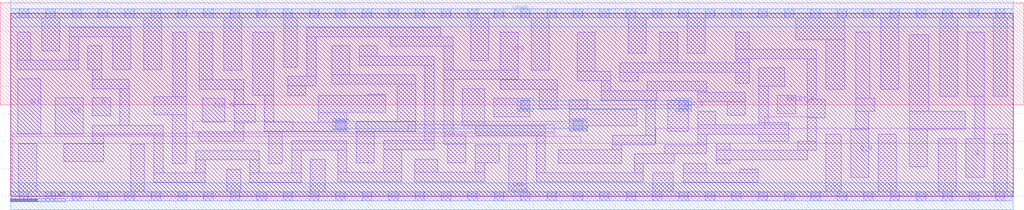
<source format=lef>
# Copyright 2020 The SkyWater PDK Authors
#
# Licensed under the Apache License, Version 2.0 (the "License");
# you may not use this file except in compliance with the License.
# You may obtain a copy of the License at
#
#     https://www.apache.org/licenses/LICENSE-2.0
#
# Unless required by applicable law or agreed to in writing, software
# distributed under the License is distributed on an "AS IS" BASIS,
# WITHOUT WARRANTIES OR CONDITIONS OF ANY KIND, either express or implied.
# See the License for the specific language governing permissions and
# limitations under the License.
#
# SPDX-License-Identifier: Apache-2.0

VERSION 5.7 ;

BUSBITCHARS "[]" ;
DIVIDERCHAR "/" ;

UNITS
  TIME NANOSECONDS 1 ;
  CAPACITANCE PICOFARADS 1 ;
  RESISTANCE OHMS 1 ;
  DATABASE MICRONS 1000 ;
END UNITS

MANUFACTURINGGRID 0.005 ;
USEMINSPACING OBS OFF ;

PROPERTYDEFINITIONS
  LAYER LEF58_TYPE STRING ;
END PROPERTYDEFINITIONS

# Standard density, single height
SITE unit
  SYMMETRY Y ;
  CLASS CORE ;
  SIZE 0.48 BY 3.33 ;
END unit

# Standard density, double height
SITE unitdbl
  SYMMETRY Y ;
  CLASS CORE ;
  SIZE 0.48 BY 6.66 ;
END unitdbl

LAYER nwell
  TYPE MASTERSLICE ;
  PROPERTY LEF58_TYPE "TYPE NWELL ;" ;
END nwell

LAYER pwell
  TYPE MASTERSLICE ;
  PROPERTY LEF58_TYPE "TYPE PWELL ;" ;
END pwell

LAYER li1
  TYPE ROUTING ;
  DIRECTION VERTICAL ;

  PITCH 0.48 ;
  MINWIDTH 0.17 ;

  WIDTH 0.17 ;          # LI 1
  # SPACING  0.17 ;     # LI 2
  SPACINGTABLE
     PARALLELRUNLENGTH 0
     WIDTH 0 0.17 ;
  AREA 0.0561 ;         # LI 6
  THICKNESS 0.1 ;
  EDGECAPACITANCE 40.697E-6 ;
  CAPACITANCE CPERSQDIST 36.9866E-6 ;
  RESISTANCE RPERSQ 12.8 ;

  ANTENNADIFFSIDEAREARATIO PWL ( ( 0 75 ) ( 0.0125 75 ) ( 0.0225 85.125 ) ( 22.5 10200 ) ) ;
END li1

LAYER mcon
  TYPE CUT ;

  WIDTH 0.17 ;                # Mcon 1
  SPACING 0.19 ;              # Mcon 2
  ENCLOSURE BELOW 0 0 ;       # Mcon 4
  ENCLOSURE ABOVE 0.03 0.06 ; # Met1 4 / Met1 5
  RESISTANCE 9.30 ;

  ANTENNADIFFAREARATIO PWL ( ( 0 3 ) ( 0.0125 3 ) ( 0.0225 3.405 ) ( 22.5 408 ) ) ;
  DCCURRENTDENSITY AVERAGE 0.36 ; # mA per via Iavg_max at Tj = 90oC

END mcon

LAYER met1
  TYPE ROUTING ;
  DIRECTION HORIZONTAL ;

  PITCH 0.37 ;
  MINENCLOSEDAREA 0.14 ;
  MINWIDTH 0.14 ;

  WIDTH 0.14 ;                     # Met1 1
  # SPACING 0.14 ;                 # Met1 2
  # SPACING 0.28 RANGE 3.001 100 ; # Met1 3b
  SPACINGTABLE
     PARALLELRUNLENGTH 0
     WIDTH 0 0.14
     WIDTH 3 0.28 ;
  AREA 0.083 ;                     # Met1 6
  THICKNESS 0.35 ;

  ANTENNADIFFSIDEAREARATIO PWL ( ( 0 400 ) ( 0.0125 400 ) ( 0.0225 2609 ) ( 22.5 11600 ) ) ;

  EDGECAPACITANCE 40.567E-6 ;
  CAPACITANCE CPERSQDIST 25.7784E-6 ;
  DCCURRENTDENSITY AVERAGE 2.8 ; # mA/um Iavg_max at Tj = 90oC
  ACCURRENTDENSITY RMS 6.1 ; # mA/um Irms_max at Tj = 90oC

  RESISTANCE RPERSQ 0.125 ;
END met1

LAYER via
  TYPE CUT ;
  WIDTH 0.15 ;                  # Via 1a
  SPACING 0.17 ;                # Via 2
  ENCLOSURE BELOW 0.055 0.085 ; # Via 4a / Via 5a
  ENCLOSURE ABOVE 0.055 0.085 ; # Met2 4 / Met2 5
  RESISTANCE 9.00 ;

  ANTENNADIFFAREARATIO PWL ( ( 0 6 ) ( 0.0125 6 ) ( 0.0225 6.81 ) ( 22.5 816 ) ) ;
  DCCURRENTDENSITY AVERAGE 0.29 ; # mA per via Iavg_max at Tj = 90oC
END via

LAYER met2
  TYPE ROUTING ;
  DIRECTION VERTICAL ;

  PITCH 0.48 ;
  MINENCLOSEDAREA 0.14 ;
  MINWIDTH 0.14 ;

  WIDTH 0.14 ;                        # Met2 1
  # SPACING  0.14 ;                   # Met2 2
  # SPACING  0.28 RANGE 3.001 100 ;   # Met2 3b
  SPACINGTABLE
     PARALLELRUNLENGTH 0
     WIDTH 0 0.14
     WIDTH 3 0.28 ;
  AREA 0.0676 ;                       # Met2 6
  THICKNESS 0.35 ;

  EDGECAPACITANCE 32.918E-6 ;
  CAPACITANCE CPERSQDIST 14.7703E-6 ;
  RESISTANCE RPERSQ 0.125 ;
  DCCURRENTDENSITY AVERAGE 2.8 ; # mA/um Iavg_max at Tj = 90oC
  ACCURRENTDENSITY RMS 6.1 ; # mA/um Irms_max at Tj = 90oC
  ANTENNADIFFSIDEAREARATIO PWL ( ( 0 400 ) ( 0.0125 400 ) ( 0.0225 2609 ) ( 22.5 11600 ) ) ;
END met2

# ******** Layer via2, type routing, number 44 **************
LAYER via2
  TYPE CUT ;
  WIDTH 0.2 ;                   # Via2 1
  SPACING 0.2 ;                 # Via2 2
  ENCLOSURE BELOW 0.04 0.085 ;  # Via2 4
  ENCLOSURE ABOVE 0.065 0.065 ; # Met3 4
  RESISTANCE 3.41 ;
  ANTENNADIFFAREARATIO PWL ( ( 0 6 ) ( 0.0125 6 ) ( 0.0225 6.81 ) ( 22.5 816 ) ) ;
  DCCURRENTDENSITY AVERAGE 0.48 ; # mA per via Iavg_max at Tj = 90oC
END via2

LAYER met3
  TYPE ROUTING ;
  DIRECTION HORIZONTAL ;

  PITCH 0.74 ;
  MINWIDTH 0.3 ;

  WIDTH 0.3 ;              # Met3 1
  # SPACING 0.3 ;          # Met3 2
  SPACINGTABLE
     PARALLELRUNLENGTH 0
     WIDTH 0 0.3
     WIDTH 3 0.4 ;
  AREA 0.24 ;              # Met3 6
  THICKNESS 0.8 ;

  EDGECAPACITANCE 37.065E-6 ;
  CAPACITANCE CPERSQDIST 11.1883E-6 ;
  RESISTANCE RPERSQ 0.047 ;
  DCCURRENTDENSITY AVERAGE 6.8 ; # mA/um Iavg_max at Tj = 90oC
  ACCURRENTDENSITY RMS 14.9 ; # mA/um Irms_max at Tj = 90oC

  ANTENNADIFFSIDEAREARATIO PWL ( ( 0 400 ) ( 0.0125 400 ) ( 0.0225 2609 ) ( 22.5 11600 ) ) ;
END met3

LAYER via3
  TYPE CUT ;
  WIDTH 0.2 ;                   # Via3 1
  SPACING 0.2 ;                 # Via3 2
  ENCLOSURE BELOW 0.06 0.09 ;   # Via3 4 / Via3 5
  ENCLOSURE ABOVE 0.065 0.065 ; # Met4 3
  RESISTANCE 3.41 ;
  ANTENNADIFFAREARATIO PWL ( ( 0 6 ) ( 0.0125 6 ) ( 0.0225 6.81 ) ( 22.5 816 ) ) ;
  DCCURRENTDENSITY AVERAGE 0.48 ; # mA per via Iavg_max at Tj = 90oC
END via3

LAYER met4
  TYPE ROUTING ;
  DIRECTION VERTICAL ;

  PITCH 0.96 ;
  MINWIDTH 0.3 ;

  WIDTH 0.3 ;             # Met4 1
  # SPACING  0.3 ;             # Met4 2
  SPACINGTABLE
     PARALLELRUNLENGTH 0
     WIDTH 0 0.3
     WIDTH 3 0.4 ;
  AREA 0.24 ;              # Met4 4a

  THICKNESS 0.8 ;

  EDGECAPACITANCE 34.169E-6 ;
  CAPACITANCE CPERSQDIST 7.84019E-6 ;
  RESISTANCE RPERSQ 0.047 ;
  DCCURRENTDENSITY AVERAGE 6.8 ; # mA/um Iavg_max at Tj = 90oC
  ACCURRENTDENSITY RMS 14.9 ; # mA/um Irms_max at Tj = 90oC

  ANTENNADIFFSIDEAREARATIO PWL ( ( 0 400 ) ( 0.0125 400 ) ( 0.0225 2609 ) ( 22.5 11600 ) ) ;
END met4

LAYER via4
  TYPE CUT ;

  WIDTH 0.8 ;                 # Via4 1
  SPACING 0.8 ;               # Via4 2
  ENCLOSURE BELOW 0.19 0.19 ; # Via4 4
  ENCLOSURE ABOVE 0.31 0.31 ; # Met5 3
  RESISTANCE 0.38 ;
  ANTENNADIFFAREARATIO PWL ( ( 0 6 ) ( 0.0125 6 ) ( 0.0225 6.81 ) ( 22.5 816 ) ) ;
  DCCURRENTDENSITY AVERAGE 2.49 ; # mA per via Iavg_max at Tj = 90oC
END via4

LAYER met5
  TYPE ROUTING ;
  DIRECTION HORIZONTAL ;

  PITCH 3.33 ;
  MINWIDTH 1.6 ;

  WIDTH 1.6 ;            # Met5 1
  #SPACING  1.6 ;        # Met5 2
  SPACINGTABLE
     PARALLELRUNLENGTH 0
     WIDTH 0 1.6 ;
  AREA 4 ;               # Met5 4

  THICKNESS 1.2 ;

  EDGECAPACITANCE 36.828E-6 ;
  CAPACITANCE CPERSQDIST 5.99155E-6 ;
  RESISTANCE RPERSQ 0.0285 ;
  DCCURRENTDENSITY AVERAGE 10.17 ; # mA/um Iavg_max at Tj = 90oC
  ACCURRENTDENSITY RMS 22.34 ; # mA/um Irms_max at Tj = 90oC

  ANTENNADIFFSIDEAREARATIO PWL ( ( 0 400 ) ( 0.0125 400 ) ( 0.0225 2609 ) ( 22.5 11600 ) ) ;
END met5


### Routing via cells section   ###
# Plus via rule, metals are along the prefered direction
VIA L1M1_PR DEFAULT
  LAYER mcon ;
  RECT -0.085 -0.085 0.085 0.085 ;
  LAYER li1 ;
  RECT -0.085 -0.085 0.085 0.085 ;
  LAYER met1 ;
  RECT -0.145 -0.115 0.145 0.115 ;
END L1M1_PR

VIARULE L1M1_PR GENERATE
  LAYER li1 ;
  ENCLOSURE 0 0 ;
  LAYER met1 ;
  ENCLOSURE 0.06 0.03 ;
  LAYER mcon ;
  RECT -0.085 -0.085 0.085 0.085 ;
  SPACING 0.36 BY 0.36 ;
END L1M1_PR

# Plus via rule, metals are along the non prefered direction
VIA L1M1_PR_R DEFAULT
  LAYER mcon ;
  RECT -0.085 -0.085 0.085 0.085 ;
  LAYER li1 ;
  RECT -0.085 -0.085 0.085 0.085 ;
  LAYER met1 ;
  RECT -0.115 -0.145 0.115 0.145 ;
END L1M1_PR_R

VIARULE L1M1_PR_R GENERATE
  LAYER li1 ;
  ENCLOSURE 0 0 ;
  LAYER met1 ;
  ENCLOSURE 0.03 0.06 ;
  LAYER mcon ;
  RECT -0.085 -0.085 0.085 0.085 ;
  SPACING 0.36 BY 0.36 ;
END L1M1_PR_R

# Minus via rule, lower layer metal is along prefered direction
VIA L1M1_PR_M DEFAULT
  LAYER mcon ;
  RECT -0.085 -0.085 0.085 0.085 ;
  LAYER li1 ;
  RECT -0.085 -0.085 0.085 0.085 ;
  LAYER met1 ;
  RECT -0.115 -0.145 0.115 0.145 ;
END L1M1_PR_M

VIARULE L1M1_PR_M GENERATE
  LAYER li1 ;
  ENCLOSURE 0 0 ;
  LAYER met1 ;
  ENCLOSURE 0.03 0.06 ;
  LAYER mcon ;
  RECT -0.085 -0.085 0.085 0.085 ;
  SPACING 0.36 BY 0.36 ;
END L1M1_PR_M

# Minus via rule, upper layer metal is along prefered direction
VIA L1M1_PR_MR DEFAULT
  LAYER mcon ;
  RECT -0.085 -0.085 0.085 0.085 ;
  LAYER li1 ;
  RECT -0.085 -0.085 0.085 0.085 ;
  LAYER met1 ;
  RECT -0.145 -0.115 0.145 0.115 ;
END L1M1_PR_MR

VIARULE L1M1_PR_MR GENERATE
  LAYER li1 ;
  ENCLOSURE 0 0 ;
  LAYER met1 ;
  ENCLOSURE 0.06 0.03 ;
  LAYER mcon ;
  RECT -0.085 -0.085 0.085 0.085 ;
  SPACING 0.36 BY 0.36 ;
END L1M1_PR_MR

# Centered via rule, we really do not want to use it
VIA L1M1_PR_C DEFAULT
  LAYER mcon ;
  RECT -0.085 -0.085 0.085 0.085 ;
  LAYER li1 ;
  RECT -0.085 -0.085 0.085 0.085 ;
  LAYER met1 ;
  RECT -0.145 -0.145 0.145 0.145 ;
END L1M1_PR_C

VIARULE L1M1_PR_C GENERATE
  LAYER li1 ;
  ENCLOSURE 0 0 ;
  LAYER met1 ;
  ENCLOSURE 0.06 0.06 ;
  LAYER mcon ;
  RECT -0.085 -0.085 0.085 0.085 ;
  SPACING 0.36 BY 0.36 ;
END L1M1_PR_C

# Plus via rule, metals are along the prefered direction
VIA M1M2_PR DEFAULT
  LAYER via ;
  RECT -0.075 -0.075 0.075 0.075 ;
  LAYER met1 ;
  RECT -0.16 -0.13 0.16 0.13 ;
  LAYER met2 ;
  RECT -0.13 -0.16 0.13 0.16 ;
END M1M2_PR

VIARULE M1M2_PR GENERATE
  LAYER met1 ;
  ENCLOSURE 0.085 0.055 ;
  LAYER met2 ;
  ENCLOSURE 0.055 0.085 ;
  LAYER via ;
  RECT -0.075 -0.075 0.075 0.075 ;
  SPACING 0.32 BY 0.32 ;
END M1M2_PR

# Plus via rule, metals are along the non prefered direction
VIA M1M2_PR_R DEFAULT
  LAYER via ;
  RECT -0.075 -0.075 0.075 0.075 ;
  LAYER met1 ;
  RECT -0.13 -0.16 0.13 0.16 ;
  LAYER met2 ;
  RECT -0.16 -0.13 0.16 0.13 ;
END M1M2_PR_R

VIARULE M1M2_PR_R GENERATE
  LAYER met1 ;
  ENCLOSURE 0.055 0.085 ;
  LAYER met2 ;
  ENCLOSURE 0.085 0.055 ;
  LAYER via ;
  RECT -0.075 -0.075 0.075 0.075 ;
  SPACING 0.32 BY 0.32 ;
END M1M2_PR_R

# Minus via rule, lower layer metal is along prefered direction
VIA M1M2_PR_M DEFAULT
  LAYER via ;
  RECT -0.075 -0.075 0.075 0.075 ;
  LAYER met1 ;
  RECT -0.16 -0.13 0.16 0.13 ;
  LAYER met2 ;
  RECT -0.16 -0.13 0.16 0.13 ;
END M1M2_PR_M

VIARULE M1M2_PR_M GENERATE
  LAYER met1 ;
  ENCLOSURE 0.085 0.055 ;
  LAYER met2 ;
  ENCLOSURE 0.085 0.055 ;
  LAYER via ;
  RECT -0.075 -0.075 0.075 0.075 ;
  SPACING 0.32 BY 0.32 ;
END M1M2_PR_M

# Minus via rule, upper layer metal is along prefered direction
VIA M1M2_PR_MR DEFAULT
  LAYER via ;
  RECT -0.075 -0.075 0.075 0.075 ;
  LAYER met1 ;
  RECT -0.13 -0.16 0.13 0.16 ;
  LAYER met2 ;
  RECT -0.13 -0.16 0.13 0.16 ;
END M1M2_PR_MR

VIARULE M1M2_PR_MR GENERATE
  LAYER met1 ;
  ENCLOSURE 0.055 0.085 ;
  LAYER met2 ;
  ENCLOSURE 0.055 0.085 ;
  LAYER via ;
  RECT -0.075 -0.075 0.075 0.075 ;
  SPACING 0.32 BY 0.32 ;
END M1M2_PR_MR

# Centered via rule, we really do not want to use it
VIA M1M2_PR_C DEFAULT
  LAYER via ;
  RECT -0.075 -0.075 0.075 0.075 ;
  LAYER met1 ;
  RECT -0.16 -0.16 0.16 0.16 ;
  LAYER met2 ;
  RECT -0.16 -0.16 0.16 0.16 ;
END M1M2_PR_C

VIARULE M1M2_PR_C GENERATE
  LAYER met1 ;
  ENCLOSURE 0.085 0.085 ;
  LAYER met2 ;
  ENCLOSURE 0.085 0.085 ;
  LAYER via ;
  RECT -0.075 -0.075 0.075 0.075 ;
  SPACING 0.32 BY 0.32 ;
END M1M2_PR_C

# Plus via rule, metals are along the prefered direction
VIA M2M3_PR DEFAULT
  LAYER via2 ;
  RECT -0.1 -0.1 0.1 0.1 ;
  LAYER met2 ;
  RECT -0.14 -0.185 0.14 0.185 ;
  LAYER met3 ;
  RECT -0.165 -0.165 0.165 0.165 ;
END M2M3_PR

VIARULE M2M3_PR GENERATE
  LAYER met2 ;
  ENCLOSURE 0.04 0.085 ;
  LAYER met3 ;
  ENCLOSURE 0.065 0.065 ;
  LAYER via2 ;
  RECT -0.1 -0.1 0.1 0.1 ;
  SPACING 0.4 BY 0.4 ;
END M2M3_PR

# Plus via rule, metals are along the non prefered direction
VIA M2M3_PR_R DEFAULT
  LAYER via2 ;
  RECT -0.1 -0.1 0.1 0.1 ;
  LAYER met2 ;
  RECT -0.185 -0.14 0.185 0.14 ;
  LAYER met3 ;
  RECT -0.165 -0.165 0.165 0.165 ;
END M2M3_PR_R

VIARULE M2M3_PR_R GENERATE
  LAYER met2 ;
  ENCLOSURE 0.085 0.04 ;
  LAYER met3 ;
  ENCLOSURE 0.065 0.065 ;
  LAYER via2 ;
  RECT -0.1 -0.1 0.1 0.1 ;
  SPACING 0.4 BY 0.4 ;
END M2M3_PR_R

# Minus via rule, lower layer metal is along prefered direction
VIA M2M3_PR_M DEFAULT
  LAYER via2 ;
  RECT -0.1 -0.1 0.1 0.1 ;
  LAYER met2 ;
  RECT -0.14 -0.185 0.14 0.185 ;
  LAYER met3 ;
  RECT -0.165 -0.165 0.165 0.165 ;
END M2M3_PR_M

VIARULE M2M3_PR_M GENERATE
  LAYER met2 ;
  ENCLOSURE 0.04 0.085 ;
  LAYER met3 ;
  ENCLOSURE 0.065 0.065 ;
  LAYER via2 ;
  RECT -0.1 -0.1 0.1 0.1 ;
  SPACING 0.4 BY 0.4 ;
END M2M3_PR_M

# Minus via rule, upper layer metal is along prefered direction
VIA M2M3_PR_MR DEFAULT
  LAYER via2 ;
  RECT -0.1 -0.1 0.1 0.1 ;
  LAYER met2 ;
  RECT -0.185 -0.14 0.185 0.14 ;
  LAYER met3 ;
  RECT -0.165 -0.165 0.165 0.165 ;
END M2M3_PR_MR

VIARULE M2M3_PR_MR GENERATE
  LAYER met2 ;
  ENCLOSURE 0.085 0.04 ;
  LAYER met3 ;
  ENCLOSURE 0.065 0.065 ;
  LAYER via2 ;
  RECT -0.1 -0.1 0.1 0.1 ;
  SPACING 0.4 BY 0.4 ;
END M2M3_PR_MR

# Centered via rule, we really do not want to use it
VIA M2M3_PR_C DEFAULT
  LAYER via2 ;
  RECT -0.1 -0.1 0.1 0.1 ;
  LAYER met2 ;
  RECT -0.185 -0.185 0.185 0.185 ;
  LAYER met3 ;
  RECT -0.165 -0.165 0.165 0.165 ;
END M2M3_PR_C

VIARULE M2M3_PR_C GENERATE
  LAYER met2 ;
  ENCLOSURE 0.085 0.085 ;
  LAYER met3 ;
  ENCLOSURE 0.065 0.065 ;
  LAYER via2 ;
  RECT -0.1 -0.1 0.1 0.1 ;
  SPACING 0.4 BY 0.4 ;
END M2M3_PR_C

# Plus via rule, metals are along the prefered direction
VIA M3M4_PR DEFAULT
  LAYER via3 ;
  RECT -0.1 -0.1 0.1 0.1 ;
  LAYER met3 ;
  RECT -0.19 -0.16 0.19 0.16 ;
  LAYER met4 ;
  RECT -0.165 -0.165 0.165 0.165 ;
END M3M4_PR

VIARULE M3M4_PR GENERATE
  LAYER met3 ;
  ENCLOSURE 0.09 0.06 ;
  LAYER met4 ;
  ENCLOSURE 0.065 0.065 ;
  LAYER via3 ;
  RECT -0.1 -0.1 0.1 0.1 ;
  SPACING 0.4 BY 0.4 ;
END M3M4_PR

# Plus via rule, metals are along the non prefered direction
VIA M3M4_PR_R DEFAULT
  LAYER via3 ;
  RECT -0.1 -0.1 0.1 0.1 ;
  LAYER met3 ;
  RECT -0.16 -0.19 0.16 0.19 ;
  LAYER met4 ;
  RECT -0.165 -0.165 0.165 0.165 ;
END M3M4_PR_R

VIARULE M3M4_PR_R GENERATE
  LAYER met3 ;
  ENCLOSURE 0.06 0.09 ;
  LAYER met4 ;
  ENCLOSURE 0.065 0.065 ;
  LAYER via3 ;
  RECT -0.1 -0.1 0.1 0.1 ;
  SPACING 0.4 BY 0.4 ;
END M3M4_PR_R

# Minus via rule, lower layer metal is along prefered direction
VIA M3M4_PR_M DEFAULT
  LAYER via3 ;
  RECT -0.1 -0.1 0.1 0.1 ;
  LAYER met3 ;
  RECT -0.19 -0.16 0.19 0.16 ;
  LAYER met4 ;
  RECT -0.165 -0.165 0.165 0.165 ;
END M3M4_PR_M

VIARULE M3M4_PR_M GENERATE
  LAYER met3 ;
  ENCLOSURE 0.09 0.06 ;
  LAYER met4 ;
  ENCLOSURE 0.065 0.065 ;
  LAYER via3 ;
  RECT -0.1 -0.1 0.1 0.1 ;
  SPACING 0.4 BY 0.4 ;
END M3M4_PR_M

# Minus via rule, upper layer metal is along prefered direction
VIA M3M4_PR_MR DEFAULT
  LAYER via3 ;
  RECT -0.1 -0.1 0.1 0.1 ;
  LAYER met3 ;
  RECT -0.16 -0.19 0.16 0.19 ;
  LAYER met4 ;
  RECT -0.165 -0.165 0.165 0.165 ;
END M3M4_PR_MR

VIARULE M3M4_PR_MR GENERATE
  LAYER met3 ;
  ENCLOSURE 0.06 0.09 ;
  LAYER met4 ;
  ENCLOSURE 0.065 0.065 ;
  LAYER via3 ;
  RECT -0.1 -0.1 0.1 0.1 ;
  SPACING 0.4 BY 0.4 ;
END M3M4_PR_MR

# Centered via rule, we really do not want to use it
VIA M3M4_PR_C DEFAULT
  LAYER via3 ;
  RECT -0.1 -0.1 0.1 0.1 ;
  LAYER met3 ;
  RECT -0.19 -0.19 0.19 0.19 ;
  LAYER met4 ;
  RECT -0.165 -0.165 0.165 0.165 ;
END M3M4_PR_C

VIARULE M3M4_PR_C GENERATE
  LAYER met3 ;
  ENCLOSURE 0.09 0.09 ;
  LAYER met4 ;
  ENCLOSURE 0.065 0.065 ;
  LAYER via3 ;
  RECT -0.1 -0.1 0.1 0.1 ;
  SPACING 0.4 BY 0.4 ;
END M3M4_PR_C

# Plus via rule, metals are along the prefered direction
VIA M4M5_PR DEFAULT
  LAYER via4 ;
  RECT -0.4 -0.4 0.4 0.4 ;
  LAYER met4 ;
  RECT -0.59 -0.59 0.59 0.59 ;
  LAYER met5 ;
  RECT -0.71 -0.71 0.71 0.71 ;
END M4M5_PR

VIARULE M4M5_PR GENERATE
  LAYER met4 ;
  ENCLOSURE 0.19 0.19 ;
  LAYER met5 ;
  ENCLOSURE 0.31 0.31 ;
  LAYER via4 ;
  RECT -0.4 -0.4 0.4 0.4 ;
  SPACING 1.6 BY 1.6 ;
END M4M5_PR

# Plus via rule, metals are along the non prefered direction
VIA M4M5_PR_R DEFAULT
  LAYER via4 ;
  RECT -0.4 -0.4 0.4 0.4 ;
  LAYER met4 ;
  RECT -0.59 -0.59 0.59 0.59 ;
  LAYER met5 ;
  RECT -0.71 -0.71 0.71 0.71 ;
END M4M5_PR_R

VIARULE M4M5_PR_R GENERATE
  LAYER met4 ;
  ENCLOSURE 0.19 0.19 ;
  LAYER met5 ;
  ENCLOSURE 0.31 0.31 ;
  LAYER via4 ;
  RECT -0.4 -0.4 0.4 0.4 ;
  SPACING 1.6 BY 1.6 ;
END M4M5_PR_R

# Minus via rule, lower layer metal is along prefered direction
VIA M4M5_PR_M DEFAULT
  LAYER via4 ;
  RECT -0.4 -0.4 0.4 0.4 ;
  LAYER met4 ;
  RECT -0.59 -0.59 0.59 0.59 ;
  LAYER met5 ;
  RECT -0.71 -0.71 0.71 0.71 ;
END M4M5_PR_M

VIARULE M4M5_PR_M GENERATE
  LAYER met4 ;
  ENCLOSURE 0.19 0.19 ;
  LAYER met5 ;
  ENCLOSURE 0.31 0.31 ;
  LAYER via4 ;
  RECT -0.4 -0.4 0.4 0.4 ;
  SPACING 1.6 BY 1.6 ;
END M4M5_PR_M

# Minus via rule, upper layer metal is along prefered direction
VIA M4M5_PR_MR DEFAULT
  LAYER via4 ;
  RECT -0.4 -0.4 0.4 0.4 ;
  LAYER met4 ;
  RECT -0.59 -0.59 0.59 0.59 ;
  LAYER met5 ;
  RECT -0.71 -0.71 0.71 0.71 ;
END M4M5_PR_MR

VIARULE M4M5_PR_MR GENERATE
  LAYER met4 ;
  ENCLOSURE 0.19 0.19 ;
  LAYER met5 ;
  ENCLOSURE 0.31 0.31 ;
  LAYER via4 ;
  RECT -0.4 -0.4 0.4 0.4 ;
  SPACING 1.6 BY 1.6 ;
END M4M5_PR_MR

# Centered via rule, we really do not want to use it
VIA M4M5_PR_C DEFAULT
  LAYER via4 ;
  RECT -0.4 -0.4 0.4 0.4 ;
  LAYER met4 ;
  RECT -0.59 -0.59 0.59 0.59 ;
  LAYER met5 ;
  RECT -0.71 -0.71 0.71 0.71 ;
END M4M5_PR_C

VIARULE M4M5_PR_C GENERATE
  LAYER met4 ;
  ENCLOSURE 0.19 0.19 ;
  LAYER met5 ;
  ENCLOSURE 0.31 0.31 ;
  LAYER via4 ;
  RECT -0.4 -0.4 0.4 0.4 ;
  SPACING 1.6 BY 1.6 ;
END M4M5_PR_C
###  end of single via cells   ###

MACRO sky130_fd_sc_hs__a2bb2o_1
  CLASS CORE ;
  FOREIGN sky130_fd_sc_hs__a2bb2o_1 ;
  ORIGIN 0.000 0.000 ;
  SIZE 4.320 BY 3.330 ;
  SYMMETRY X Y ;
  SITE unit ;
  PIN A1_N
    DIRECTION INPUT ;
    USE SIGNAL ;
    ANTENNAGATEAREA 0.232500 ;
    PORT
      LAYER li1 ;
        RECT 1.070 1.180 1.335 1.620 ;
    END
  END A1_N
  PIN A2_N
    DIRECTION INPUT ;
    USE SIGNAL ;
    ANTENNAGATEAREA 0.232500 ;
    PORT
      LAYER li1 ;
        RECT 1.545 1.180 1.850 1.620 ;
    END
  END A2_N
  PIN B1
    DIRECTION INPUT ;
    USE SIGNAL ;
    ANTENNAGATEAREA 0.246000 ;
    PORT
      LAYER li1 ;
        RECT 3.485 0.255 4.195 0.670 ;
    END
  END B1
  PIN B2
    DIRECTION INPUT ;
    USE SIGNAL ;
    ANTENNAGATEAREA 0.246000 ;
    PORT
      LAYER li1 ;
        RECT 2.875 1.450 3.235 1.780 ;
    END
  END B2
  PIN VGND
    DIRECTION INOUT ;
    USE GROUND ;
    PORT
      LAYER met1 ;
        RECT 0.000 -0.245 4.320 0.245 ;
    END
  END VGND
  PIN VNB
    DIRECTION INOUT ;
    USE GROUND ;
    PORT
      LAYER pwell ;
        RECT 2.065 1.310 3.960 1.400 ;
        RECT 0.250 0.245 3.960 1.310 ;
        RECT 0.000 0.000 4.320 0.245 ;
    END
  END VNB
  PIN VPB
    DIRECTION INOUT ;
    USE POWER ;
    PORT
      LAYER nwell ;
        RECT -0.190 1.660 4.510 3.520 ;
    END
  END VPB
  PIN VPWR
    DIRECTION INOUT ;
    USE POWER ;
    PORT
      LAYER met1 ;
        RECT 0.000 3.085 4.320 3.575 ;
    END
  END VPWR
  PIN X
    DIRECTION OUTPUT ;
    USE SIGNAL ;
    ANTENNADIFFAREA 0.504100 ;
    PORT
      LAYER li1 ;
        RECT 0.125 1.820 0.560 2.980 ;
        RECT 0.125 1.150 0.295 1.820 ;
        RECT 0.125 0.420 0.590 1.150 ;
    END
  END X
  OBS
      LAYER li1 ;
        RECT 0.000 3.245 4.320 3.415 ;
        RECT 0.760 2.130 1.090 3.245 ;
        RECT 1.325 2.905 2.515 3.075 ;
        RECT 1.325 1.960 1.495 2.905 ;
        RECT 1.665 2.300 1.995 2.735 ;
        RECT 2.185 2.470 2.515 2.905 ;
        RECT 1.665 2.130 2.530 2.300 ;
        RECT 0.730 1.790 2.190 1.960 ;
        RECT 0.730 1.650 0.900 1.790 ;
        RECT 0.465 1.320 0.900 1.650 ;
        RECT 2.020 1.210 2.190 1.790 ;
        RECT 2.360 1.780 2.530 2.130 ;
        RECT 2.715 2.120 2.885 2.980 ;
        RECT 3.085 2.290 3.445 3.245 ;
        RECT 3.645 2.120 3.895 2.980 ;
        RECT 2.715 1.950 3.895 2.120 ;
        RECT 3.645 1.940 3.895 1.950 ;
        RECT 2.360 1.450 2.665 1.780 ;
        RECT 2.020 1.030 2.900 1.210 ;
        RECT 3.540 1.010 3.870 1.290 ;
        RECT 0.770 0.085 1.100 1.010 ;
        RECT 1.285 0.520 1.590 1.010 ;
        RECT 1.760 0.690 2.935 0.860 ;
        RECT 1.285 0.255 2.595 0.520 ;
        RECT 2.765 0.085 2.935 0.690 ;
        RECT 3.145 0.840 3.870 1.010 ;
        RECT 3.145 0.085 3.315 0.840 ;
        RECT 0.000 -0.085 4.320 0.085 ;
      LAYER mcon ;
        RECT 0.155 3.245 0.325 3.415 ;
        RECT 0.635 3.245 0.805 3.415 ;
        RECT 1.115 3.245 1.285 3.415 ;
        RECT 1.595 3.245 1.765 3.415 ;
        RECT 2.075 3.245 2.245 3.415 ;
        RECT 2.555 3.245 2.725 3.415 ;
        RECT 3.035 3.245 3.205 3.415 ;
        RECT 3.515 3.245 3.685 3.415 ;
        RECT 3.995 3.245 4.165 3.415 ;
        RECT 0.155 -0.085 0.325 0.085 ;
        RECT 0.635 -0.085 0.805 0.085 ;
        RECT 1.115 -0.085 1.285 0.085 ;
        RECT 1.595 -0.085 1.765 0.085 ;
        RECT 2.075 -0.085 2.245 0.085 ;
        RECT 2.555 -0.085 2.725 0.085 ;
        RECT 3.035 -0.085 3.205 0.085 ;
        RECT 3.515 -0.085 3.685 0.085 ;
        RECT 3.995 -0.085 4.165 0.085 ;
  END
END sky130_fd_sc_hs__a2bb2o_1

#--------EOF---------

MACRO sky130_fd_sc_hs__a2bb2o_2
  CLASS CORE ;
  FOREIGN sky130_fd_sc_hs__a2bb2o_2 ;
  ORIGIN 0.000 0.000 ;
  SIZE 4.800 BY 3.330 ;
  SYMMETRY X Y ;
  SITE unit ;
  PIN A1_N
    DIRECTION INPUT ;
    USE SIGNAL ;
    ANTENNAGATEAREA 0.232500 ;
    PORT
      LAYER li1 ;
        RECT 2.925 1.180 3.255 2.150 ;
    END
  END A1_N
  PIN A2_N
    DIRECTION INPUT ;
    USE SIGNAL ;
    ANTENNAGATEAREA 0.232500 ;
    PORT
      LAYER li1 ;
        RECT 2.385 1.180 2.755 1.510 ;
    END
  END A2_N
  PIN B1
    DIRECTION INPUT ;
    USE SIGNAL ;
    ANTENNAGATEAREA 0.261000 ;
    PORT
      LAYER li1 ;
        RECT 0.105 1.180 0.435 1.550 ;
    END
  END B1
  PIN B2
    DIRECTION INPUT ;
    USE SIGNAL ;
    ANTENNAGATEAREA 0.261000 ;
    PORT
      LAYER li1 ;
        RECT 0.605 1.180 1.315 1.550 ;
    END
  END B2
  PIN VGND
    DIRECTION INOUT ;
    USE GROUND ;
    PORT
      LAYER met1 ;
        RECT 0.000 -0.245 4.800 0.245 ;
    END
  END VGND
  PIN VNB
    DIRECTION INOUT ;
    USE GROUND ;
    PORT
      LAYER pwell ;
        RECT 0.180 1.050 2.025 1.240 ;
        RECT 3.085 1.050 4.440 1.240 ;
        RECT 0.180 0.245 4.440 1.050 ;
        RECT 0.000 0.000 4.800 0.245 ;
    END
  END VNB
  PIN VPB
    DIRECTION INOUT ;
    USE POWER ;
    PORT
      LAYER nwell ;
        RECT -0.190 1.660 4.990 3.520 ;
    END
  END VPB
  PIN VPWR
    DIRECTION INOUT ;
    USE POWER ;
    PORT
      LAYER met1 ;
        RECT 0.000 3.085 4.800 3.575 ;
    END
  END VPWR
  PIN X
    DIRECTION OUTPUT ;
    USE SIGNAL ;
    ANTENNADIFFAREA 0.543200 ;
    PORT
      LAYER li1 ;
        RECT 3.485 0.350 3.920 2.150 ;
    END
  END X
  OBS
      LAYER li1 ;
        RECT 0.000 3.245 4.800 3.415 ;
        RECT 0.265 1.890 0.515 2.980 ;
        RECT 0.715 2.060 1.045 3.245 ;
        RECT 1.245 1.890 1.415 2.980 ;
        RECT 0.265 1.720 1.415 1.890 ;
        RECT 1.585 2.810 2.920 2.980 ;
        RECT 1.585 2.020 1.945 2.810 ;
        RECT 1.585 1.550 1.755 2.020 ;
        RECT 2.265 1.850 2.580 2.640 ;
        RECT 2.750 2.490 2.920 2.810 ;
        RECT 3.105 2.660 3.495 3.245 ;
        RECT 4.065 2.660 4.395 3.245 ;
        RECT 2.750 2.320 4.470 2.490 ;
        RECT 1.485 1.380 1.755 1.550 ;
        RECT 1.925 1.680 2.580 1.850 ;
        RECT 1.485 1.010 1.655 1.380 ;
        RECT 0.290 0.085 0.620 1.010 ;
        RECT 1.080 0.840 1.655 1.010 ;
        RECT 1.925 1.010 2.175 1.680 ;
        RECT 4.090 1.350 4.470 2.320 ;
        RECT 1.925 0.840 2.870 1.010 ;
        RECT 1.080 0.350 1.480 0.840 ;
        RECT 1.650 0.085 2.520 0.670 ;
        RECT 2.690 0.350 2.870 0.840 ;
        RECT 3.050 0.085 3.315 0.940 ;
        RECT 4.100 0.085 4.350 1.130 ;
        RECT 0.000 -0.085 4.800 0.085 ;
      LAYER mcon ;
        RECT 0.155 3.245 0.325 3.415 ;
        RECT 0.635 3.245 0.805 3.415 ;
        RECT 1.115 3.245 1.285 3.415 ;
        RECT 1.595 3.245 1.765 3.415 ;
        RECT 2.075 3.245 2.245 3.415 ;
        RECT 2.555 3.245 2.725 3.415 ;
        RECT 3.035 3.245 3.205 3.415 ;
        RECT 3.515 3.245 3.685 3.415 ;
        RECT 3.995 3.245 4.165 3.415 ;
        RECT 4.475 3.245 4.645 3.415 ;
        RECT 0.155 -0.085 0.325 0.085 ;
        RECT 0.635 -0.085 0.805 0.085 ;
        RECT 1.115 -0.085 1.285 0.085 ;
        RECT 1.595 -0.085 1.765 0.085 ;
        RECT 2.075 -0.085 2.245 0.085 ;
        RECT 2.555 -0.085 2.725 0.085 ;
        RECT 3.035 -0.085 3.205 0.085 ;
        RECT 3.515 -0.085 3.685 0.085 ;
        RECT 3.995 -0.085 4.165 0.085 ;
        RECT 4.475 -0.085 4.645 0.085 ;
  END
END sky130_fd_sc_hs__a2bb2o_2

#--------EOF---------

MACRO sky130_fd_sc_hs__a2bb2o_4
  CLASS CORE ;
  FOREIGN sky130_fd_sc_hs__a2bb2o_4 ;
  ORIGIN 0.000 0.000 ;
  SIZE 7.200 BY 3.330 ;
  SYMMETRY X Y ;
  SITE unit ;
  PIN A1_N
    DIRECTION INPUT ;
    USE SIGNAL ;
    ANTENNAGATEAREA 0.264000 ;
    PORT
      LAYER li1 ;
        RECT 2.555 1.350 2.850 1.780 ;
    END
  END A1_N
  PIN A2_N
    DIRECTION INPUT ;
    USE SIGNAL ;
    ANTENNAGATEAREA 0.264000 ;
    PORT
      LAYER li1 ;
        RECT 3.360 1.350 3.685 1.780 ;
    END
  END A2_N
  PIN B1
    DIRECTION INPUT ;
    USE SIGNAL ;
    ANTENNAGATEAREA 0.492000 ;
    PORT
      LAYER li1 ;
        RECT 6.365 1.260 7.075 1.780 ;
    END
  END B1
  PIN B2
    DIRECTION INPUT ;
    USE SIGNAL ;
    ANTENNAGATEAREA 0.492000 ;
    PORT
      LAYER li1 ;
        RECT 5.405 1.260 6.115 1.780 ;
    END
  END B2
  PIN VGND
    DIRECTION INOUT ;
    USE GROUND ;
    PORT
      LAYER met1 ;
        RECT 0.000 -0.245 7.200 0.245 ;
    END
  END VGND
  PIN VNB
    DIRECTION INOUT ;
    USE GROUND ;
    PORT
      LAYER pwell ;
        RECT 0.415 1.140 4.905 1.240 ;
        RECT 0.415 0.245 7.185 1.140 ;
        RECT 0.000 0.000 7.200 0.245 ;
    END
  END VNB
  PIN VPB
    DIRECTION INOUT ;
    USE POWER ;
    PORT
      LAYER nwell ;
        RECT -0.190 1.660 7.390 3.520 ;
    END
  END VPB
  PIN VPWR
    DIRECTION INOUT ;
    USE POWER ;
    PORT
      LAYER met1 ;
        RECT 0.000 3.085 7.200 3.575 ;
    END
  END VPWR
  PIN X
    DIRECTION OUTPUT ;
    USE SIGNAL ;
    ANTENNADIFFAREA 1.086400 ;
    PORT
      LAYER li1 ;
        RECT 1.010 1.970 1.340 2.980 ;
        RECT 1.910 1.970 2.240 2.980 ;
        RECT 0.665 1.800 2.240 1.970 ;
        RECT 0.665 1.780 0.835 1.800 ;
        RECT 0.125 1.130 0.835 1.780 ;
        RECT 0.125 0.960 2.045 1.130 ;
        RECT 0.935 0.350 1.185 0.960 ;
        RECT 1.795 0.350 2.045 0.960 ;
    END
  END X
  OBS
      LAYER li1 ;
        RECT 0.000 3.245 7.200 3.415 ;
        RECT 0.560 2.140 0.810 3.245 ;
        RECT 1.540 2.140 1.710 3.245 ;
        RECT 2.410 1.950 2.780 3.245 ;
        RECT 3.290 2.120 3.620 2.980 ;
        RECT 4.060 2.905 5.210 3.075 ;
        RECT 4.060 2.290 4.390 2.905 ;
        RECT 3.020 1.950 4.150 2.120 ;
        RECT 1.035 1.300 2.385 1.630 ;
        RECT 2.215 1.180 2.385 1.300 ;
        RECT 2.215 1.010 2.815 1.180 ;
        RECT 3.020 1.130 3.190 1.950 ;
        RECT 3.855 1.470 4.150 1.950 ;
        RECT 4.565 1.180 4.760 2.735 ;
        RECT 4.960 2.120 5.210 2.905 ;
        RECT 5.410 2.290 5.660 3.245 ;
        RECT 5.860 2.120 6.190 2.980 ;
        RECT 6.390 2.290 6.560 3.245 ;
        RECT 6.760 2.120 7.090 2.980 ;
        RECT 4.960 1.950 7.090 2.120 ;
        RECT 0.505 0.085 0.755 0.790 ;
        RECT 1.365 0.085 1.615 0.790 ;
        RECT 2.225 0.085 2.475 0.840 ;
        RECT 2.645 0.425 2.815 1.010 ;
        RECT 2.985 0.595 3.190 1.130 ;
        RECT 3.360 1.010 4.815 1.180 ;
        RECT 3.360 0.425 3.530 1.010 ;
        RECT 2.645 0.255 3.530 0.425 ;
        RECT 3.700 0.085 4.385 0.840 ;
        RECT 4.565 0.600 4.815 1.010 ;
        RECT 5.005 0.920 7.095 1.090 ;
        RECT 5.005 0.770 6.115 0.920 ;
        RECT 4.565 0.350 5.765 0.600 ;
        RECT 5.945 0.350 6.115 0.770 ;
        RECT 6.295 0.350 6.665 0.750 ;
        RECT 6.845 0.350 7.095 0.920 ;
        RECT 6.495 0.085 6.665 0.350 ;
        RECT 0.000 -0.085 7.200 0.085 ;
      LAYER mcon ;
        RECT 0.155 3.245 0.325 3.415 ;
        RECT 0.635 3.245 0.805 3.415 ;
        RECT 1.115 3.245 1.285 3.415 ;
        RECT 1.595 3.245 1.765 3.415 ;
        RECT 2.075 3.245 2.245 3.415 ;
        RECT 2.555 3.245 2.725 3.415 ;
        RECT 3.035 3.245 3.205 3.415 ;
        RECT 3.515 3.245 3.685 3.415 ;
        RECT 3.995 3.245 4.165 3.415 ;
        RECT 4.475 3.245 4.645 3.415 ;
        RECT 4.955 3.245 5.125 3.415 ;
        RECT 5.435 3.245 5.605 3.415 ;
        RECT 5.915 3.245 6.085 3.415 ;
        RECT 6.395 3.245 6.565 3.415 ;
        RECT 6.875 3.245 7.045 3.415 ;
        RECT 0.155 -0.085 0.325 0.085 ;
        RECT 0.635 -0.085 0.805 0.085 ;
        RECT 1.115 -0.085 1.285 0.085 ;
        RECT 1.595 -0.085 1.765 0.085 ;
        RECT 2.075 -0.085 2.245 0.085 ;
        RECT 2.555 -0.085 2.725 0.085 ;
        RECT 3.035 -0.085 3.205 0.085 ;
        RECT 3.515 -0.085 3.685 0.085 ;
        RECT 3.995 -0.085 4.165 0.085 ;
        RECT 4.475 -0.085 4.645 0.085 ;
        RECT 4.955 -0.085 5.125 0.085 ;
        RECT 5.435 -0.085 5.605 0.085 ;
        RECT 5.915 -0.085 6.085 0.085 ;
        RECT 6.395 -0.085 6.565 0.085 ;
        RECT 6.875 -0.085 7.045 0.085 ;
  END
END sky130_fd_sc_hs__a2bb2o_4

#--------EOF---------

MACRO sky130_fd_sc_hs__a2bb2oi_1
  CLASS CORE ;
  FOREIGN sky130_fd_sc_hs__a2bb2oi_1 ;
  ORIGIN 0.000 0.000 ;
  SIZE 3.360 BY 3.330 ;
  SYMMETRY X Y ;
  SITE unit ;
  PIN A1_N
    DIRECTION INPUT ;
    USE SIGNAL ;
    ANTENNAGATEAREA 0.232500 ;
    PORT
      LAYER li1 ;
        RECT 0.105 1.260 0.435 1.780 ;
    END
  END A1_N
  PIN A2_N
    DIRECTION INPUT ;
    USE SIGNAL ;
    ANTENNAGATEAREA 0.232500 ;
    PORT
      LAYER li1 ;
        RECT 0.605 1.450 1.100 1.780 ;
    END
  END A2_N
  PIN B1
    DIRECTION INPUT ;
    USE SIGNAL ;
    ANTENNAGATEAREA 0.279000 ;
    PORT
      LAYER li1 ;
        RECT 2.925 1.180 3.255 1.550 ;
    END
  END B1
  PIN B2
    DIRECTION INPUT ;
    USE SIGNAL ;
    ANTENNAGATEAREA 0.279000 ;
    PORT
      LAYER li1 ;
        RECT 2.525 1.540 2.755 2.150 ;
        RECT 2.220 1.220 2.755 1.540 ;
    END
  END B2
  PIN VGND
    DIRECTION INOUT ;
    USE GROUND ;
    PORT
      LAYER met1 ;
        RECT 0.000 -0.245 3.360 0.245 ;
    END
  END VGND
  PIN VNB
    DIRECTION INOUT ;
    USE GROUND ;
    PORT
      LAYER pwell ;
        RECT 0.085 0.245 3.305 1.240 ;
        RECT 0.000 0.000 3.360 0.245 ;
    END
  END VNB
  PIN VPB
    DIRECTION INOUT ;
    USE POWER ;
    PORT
      LAYER nwell ;
        RECT -0.190 1.660 3.550 3.520 ;
    END
  END VPB
  PIN VPWR
    DIRECTION INOUT ;
    USE POWER ;
    PORT
      LAYER met1 ;
        RECT 0.000 3.085 3.360 3.575 ;
    END
  END VPWR
  PIN Y
    DIRECTION OUTPUT ;
    USE SIGNAL ;
    ANTENNADIFFAREA 0.515200 ;
    PORT
      LAYER li1 ;
        RECT 1.530 2.290 1.780 2.980 ;
        RECT 1.610 2.220 1.780 2.290 ;
        RECT 1.610 1.920 2.275 2.220 ;
        RECT 1.610 1.750 2.050 1.920 ;
        RECT 1.880 1.050 2.050 1.750 ;
        RECT 1.880 0.880 2.315 1.050 ;
        RECT 2.055 0.350 2.315 0.880 ;
    END
  END Y
  OBS
      LAYER li1 ;
        RECT 0.000 3.245 3.360 3.415 ;
        RECT 0.120 1.950 0.450 3.245 ;
        RECT 2.430 2.980 2.600 3.245 ;
        RECT 0.960 2.120 1.290 2.980 ;
        RECT 1.980 2.560 2.230 2.980 ;
        RECT 2.430 2.730 2.790 2.980 ;
        RECT 2.990 2.560 3.240 2.980 ;
        RECT 1.980 2.390 3.240 2.560 ;
        RECT 0.960 1.950 1.440 2.120 ;
        RECT 1.270 1.550 1.440 1.950 ;
        RECT 2.990 1.820 3.240 2.390 ;
        RECT 1.270 1.220 1.710 1.550 ;
        RECT 1.270 1.130 1.440 1.220 ;
        RECT 0.175 0.085 0.425 1.090 ;
        RECT 0.605 0.960 1.440 1.130 ;
        RECT 0.605 0.540 0.935 0.960 ;
        RECT 1.105 0.710 1.710 0.790 ;
        RECT 1.105 0.085 1.885 0.710 ;
        RECT 2.885 0.085 3.215 1.010 ;
        RECT 0.000 -0.085 3.360 0.085 ;
      LAYER mcon ;
        RECT 0.155 3.245 0.325 3.415 ;
        RECT 0.635 3.245 0.805 3.415 ;
        RECT 1.115 3.245 1.285 3.415 ;
        RECT 1.595 3.245 1.765 3.415 ;
        RECT 2.075 3.245 2.245 3.415 ;
        RECT 2.555 3.245 2.725 3.415 ;
        RECT 3.035 3.245 3.205 3.415 ;
        RECT 0.155 -0.085 0.325 0.085 ;
        RECT 0.635 -0.085 0.805 0.085 ;
        RECT 1.115 -0.085 1.285 0.085 ;
        RECT 1.595 -0.085 1.765 0.085 ;
        RECT 2.075 -0.085 2.245 0.085 ;
        RECT 2.555 -0.085 2.725 0.085 ;
        RECT 3.035 -0.085 3.205 0.085 ;
  END
END sky130_fd_sc_hs__a2bb2oi_1

#--------EOF---------

MACRO sky130_fd_sc_hs__a2bb2oi_2
  CLASS CORE ;
  FOREIGN sky130_fd_sc_hs__a2bb2oi_2 ;
  ORIGIN 0.000 0.000 ;
  SIZE 5.280 BY 3.330 ;
  SYMMETRY X Y ;
  SITE unit ;
  PIN A1_N
    DIRECTION INPUT ;
    USE SIGNAL ;
    ANTENNAGATEAREA 0.246000 ;
    PORT
      LAYER li1 ;
        RECT 0.105 0.285 0.435 0.670 ;
    END
  END A1_N
  PIN A2_N
    DIRECTION INPUT ;
    USE SIGNAL ;
    ANTENNAGATEAREA 0.246000 ;
    PORT
      LAYER li1 ;
        RECT 1.085 1.450 1.570 1.780 ;
    END
  END A2_N
  PIN B1
    DIRECTION INPUT ;
    USE SIGNAL ;
    ANTENNAGATEAREA 0.558000 ;
    PORT
      LAYER li1 ;
        RECT 3.965 1.350 4.675 1.780 ;
    END
  END B1
  PIN B2
    DIRECTION INPUT ;
    USE SIGNAL ;
    ANTENNAGATEAREA 0.558000 ;
    PORT
      LAYER li1 ;
        RECT 3.405 1.320 3.735 1.780 ;
    END
  END B2
  PIN VGND
    DIRECTION INOUT ;
    USE GROUND ;
    PORT
      LAYER met1 ;
        RECT 0.000 -0.245 5.280 0.245 ;
    END
  END VGND
  PIN VNB
    DIRECTION INOUT ;
    USE GROUND ;
    PORT
      LAYER pwell ;
        RECT 0.515 1.240 2.850 1.280 ;
        RECT 0.515 0.245 5.175 1.240 ;
        RECT 0.000 0.000 5.280 0.245 ;
    END
  END VNB
  PIN VPB
    DIRECTION INOUT ;
    USE POWER ;
    PORT
      LAYER nwell ;
        RECT -0.190 1.660 5.470 3.520 ;
    END
  END VPB
  PIN VPWR
    DIRECTION INOUT ;
    USE POWER ;
    PORT
      LAYER met1 ;
        RECT 0.000 3.085 5.280 3.575 ;
    END
  END VPWR
  PIN Y
    DIRECTION OUTPUT ;
    USE SIGNAL ;
    ANTENNADIFFAREA 0.750400 ;
    PORT
      LAYER li1 ;
        RECT 2.525 1.410 2.780 2.735 ;
        RECT 2.525 1.150 3.235 1.410 ;
        RECT 2.080 0.980 3.795 1.150 ;
        RECT 2.080 0.390 2.250 0.980 ;
        RECT 3.465 0.770 3.795 0.980 ;
    END
  END Y
  OBS
      LAYER li1 ;
        RECT 0.000 3.245 5.280 3.415 ;
        RECT 0.580 1.940 0.910 3.245 ;
        RECT 1.420 1.950 1.910 2.980 ;
        RECT 1.740 1.650 1.910 1.950 ;
        RECT 2.080 2.905 3.230 3.075 ;
        RECT 2.080 1.820 2.330 2.905 ;
        RECT 2.980 2.120 3.230 2.905 ;
        RECT 3.430 2.290 3.760 3.245 ;
        RECT 3.960 2.120 4.130 2.980 ;
        RECT 4.330 2.290 4.660 3.245 ;
        RECT 4.860 2.120 5.110 2.980 ;
        RECT 2.980 1.950 5.110 2.120 ;
        RECT 2.980 1.820 3.230 1.950 ;
        RECT 4.860 1.820 5.110 1.950 ;
        RECT 1.740 1.320 2.205 1.650 ;
        RECT 1.740 1.280 1.910 1.320 ;
        RECT 0.605 0.085 0.855 1.170 ;
        RECT 1.035 1.110 1.910 1.280 ;
        RECT 1.035 0.490 1.330 1.110 ;
        RECT 3.975 1.010 5.085 1.180 ;
        RECT 1.570 0.085 1.900 0.940 ;
        RECT 2.430 0.085 2.760 0.810 ;
        RECT 3.975 0.600 4.145 1.010 ;
        RECT 3.035 0.350 4.145 0.600 ;
        RECT 4.325 0.085 4.575 0.840 ;
        RECT 4.755 0.350 5.085 1.010 ;
        RECT 0.000 -0.085 5.280 0.085 ;
      LAYER mcon ;
        RECT 0.155 3.245 0.325 3.415 ;
        RECT 0.635 3.245 0.805 3.415 ;
        RECT 1.115 3.245 1.285 3.415 ;
        RECT 1.595 3.245 1.765 3.415 ;
        RECT 2.075 3.245 2.245 3.415 ;
        RECT 2.555 3.245 2.725 3.415 ;
        RECT 3.035 3.245 3.205 3.415 ;
        RECT 3.515 3.245 3.685 3.415 ;
        RECT 3.995 3.245 4.165 3.415 ;
        RECT 4.475 3.245 4.645 3.415 ;
        RECT 4.955 3.245 5.125 3.415 ;
        RECT 0.155 -0.085 0.325 0.085 ;
        RECT 0.635 -0.085 0.805 0.085 ;
        RECT 1.115 -0.085 1.285 0.085 ;
        RECT 1.595 -0.085 1.765 0.085 ;
        RECT 2.075 -0.085 2.245 0.085 ;
        RECT 2.555 -0.085 2.725 0.085 ;
        RECT 3.035 -0.085 3.205 0.085 ;
        RECT 3.515 -0.085 3.685 0.085 ;
        RECT 3.995 -0.085 4.165 0.085 ;
        RECT 4.475 -0.085 4.645 0.085 ;
        RECT 4.955 -0.085 5.125 0.085 ;
  END
END sky130_fd_sc_hs__a2bb2oi_2

#--------EOF---------

MACRO sky130_fd_sc_hs__a2bb2oi_4
  CLASS CORE ;
  FOREIGN sky130_fd_sc_hs__a2bb2oi_4 ;
  ORIGIN 0.000 0.000 ;
  SIZE 8.640 BY 3.330 ;
  SYMMETRY X Y ;
  SITE unit ;
  PIN A1_N
    DIRECTION INPUT ;
    USE SIGNAL ;
    ANTENNAGATEAREA 0.411000 ;
    PORT
      LAYER li1 ;
        RECT 1.565 1.470 2.275 1.800 ;
    END
  END A1_N
  PIN A2_N
    DIRECTION INPUT ;
    USE SIGNAL ;
    ANTENNAGATEAREA 0.411000 ;
    PORT
      LAYER li1 ;
        RECT 0.125 0.420 0.455 1.770 ;
    END
  END A2_N
  PIN B1
    DIRECTION INPUT ;
    USE SIGNAL ;
    ANTENNAGATEAREA 1.116000 ;
    PORT
      LAYER li1 ;
        RECT 6.735 1.350 8.515 1.780 ;
    END
  END B1
  PIN B2
    DIRECTION INPUT ;
    USE SIGNAL ;
    ANTENNAGATEAREA 1.116000 ;
    PORT
      LAYER li1 ;
        RECT 4.445 1.350 6.115 1.780 ;
    END
  END B2
  PIN VGND
    DIRECTION INOUT ;
    USE GROUND ;
    PORT
      LAYER met1 ;
        RECT 0.000 -0.245 8.640 0.245 ;
    END
  END VGND
  PIN VNB
    DIRECTION INOUT ;
    USE GROUND ;
    PORT
      LAYER pwell ;
        RECT 0.850 0.245 8.390 1.240 ;
        RECT 0.000 0.000 8.640 0.245 ;
    END
  END VNB
  PIN VPB
    DIRECTION INOUT ;
    USE POWER ;
    PORT
      LAYER nwell ;
        RECT -0.190 1.660 8.830 3.520 ;
    END
  END VPB
  PIN VPWR
    DIRECTION INOUT ;
    USE POWER ;
    PORT
      LAYER met1 ;
        RECT 0.000 3.085 8.640 3.575 ;
    END
  END VPWR
  PIN Y
    DIRECTION OUTPUT ;
    USE SIGNAL ;
    ANTENNADIFFAREA 1.500800 ;
    PORT
      LAYER li1 ;
        RECT 3.185 1.890 3.355 2.735 ;
        RECT 4.085 1.890 4.255 2.735 ;
        RECT 3.185 1.720 4.255 1.890 ;
        RECT 3.965 1.130 4.255 1.720 ;
        RECT 3.965 0.960 6.150 1.130 ;
        RECT 2.270 0.790 6.150 0.960 ;
        RECT 2.270 0.350 2.520 0.790 ;
        RECT 3.210 0.350 3.380 0.790 ;
        RECT 4.960 0.770 6.150 0.790 ;
    END
  END Y
  OBS
      LAYER li1 ;
        RECT 0.000 3.245 8.640 3.415 ;
        RECT 0.105 2.905 1.255 3.075 ;
        RECT 0.105 1.940 0.435 2.905 ;
        RECT 0.635 1.300 0.885 2.735 ;
        RECT 1.085 2.140 1.255 2.905 ;
        RECT 1.455 2.310 1.705 3.245 ;
        RECT 1.905 2.140 2.235 2.980 ;
        RECT 1.085 1.970 2.235 2.140 ;
        RECT 2.655 2.905 4.785 3.075 ;
        RECT 1.085 1.940 1.255 1.970 ;
        RECT 2.655 1.820 2.985 2.905 ;
        RECT 3.555 2.060 3.885 2.905 ;
        RECT 4.455 2.120 4.785 2.905 ;
        RECT 4.985 2.290 5.155 3.245 ;
        RECT 5.355 2.120 5.685 2.980 ;
        RECT 5.885 2.290 6.135 3.245 ;
        RECT 6.335 2.120 6.505 2.980 ;
        RECT 6.705 2.290 6.955 3.245 ;
        RECT 7.155 2.120 7.485 2.980 ;
        RECT 7.685 2.290 7.855 3.245 ;
        RECT 8.055 2.120 8.385 2.980 ;
        RECT 4.455 1.950 8.385 2.120 ;
        RECT 6.335 1.820 6.505 1.950 ;
        RECT 2.575 1.300 3.585 1.550 ;
        RECT 0.635 1.130 3.585 1.300 ;
        RECT 0.940 0.085 1.270 0.960 ;
        RECT 1.450 0.350 1.620 1.130 ;
        RECT 6.330 1.010 8.300 1.180 ;
        RECT 1.800 0.085 2.090 0.885 ;
        RECT 2.700 0.085 3.030 0.620 ;
        RECT 3.560 0.085 3.890 0.620 ;
        RECT 6.330 0.600 6.500 1.010 ;
        RECT 4.530 0.350 6.500 0.600 ;
        RECT 6.680 0.085 6.930 0.840 ;
        RECT 7.110 0.350 7.360 1.010 ;
        RECT 7.540 0.085 7.790 0.840 ;
        RECT 7.970 0.350 8.300 1.010 ;
        RECT 0.000 -0.085 8.640 0.085 ;
      LAYER mcon ;
        RECT 0.155 3.245 0.325 3.415 ;
        RECT 0.635 3.245 0.805 3.415 ;
        RECT 1.115 3.245 1.285 3.415 ;
        RECT 1.595 3.245 1.765 3.415 ;
        RECT 2.075 3.245 2.245 3.415 ;
        RECT 2.555 3.245 2.725 3.415 ;
        RECT 3.035 3.245 3.205 3.415 ;
        RECT 3.515 3.245 3.685 3.415 ;
        RECT 3.995 3.245 4.165 3.415 ;
        RECT 4.475 3.245 4.645 3.415 ;
        RECT 4.955 3.245 5.125 3.415 ;
        RECT 5.435 3.245 5.605 3.415 ;
        RECT 5.915 3.245 6.085 3.415 ;
        RECT 6.395 3.245 6.565 3.415 ;
        RECT 6.875 3.245 7.045 3.415 ;
        RECT 7.355 3.245 7.525 3.415 ;
        RECT 7.835 3.245 8.005 3.415 ;
        RECT 8.315 3.245 8.485 3.415 ;
        RECT 0.155 -0.085 0.325 0.085 ;
        RECT 0.635 -0.085 0.805 0.085 ;
        RECT 1.115 -0.085 1.285 0.085 ;
        RECT 1.595 -0.085 1.765 0.085 ;
        RECT 2.075 -0.085 2.245 0.085 ;
        RECT 2.555 -0.085 2.725 0.085 ;
        RECT 3.035 -0.085 3.205 0.085 ;
        RECT 3.515 -0.085 3.685 0.085 ;
        RECT 3.995 -0.085 4.165 0.085 ;
        RECT 4.475 -0.085 4.645 0.085 ;
        RECT 4.955 -0.085 5.125 0.085 ;
        RECT 5.435 -0.085 5.605 0.085 ;
        RECT 5.915 -0.085 6.085 0.085 ;
        RECT 6.395 -0.085 6.565 0.085 ;
        RECT 6.875 -0.085 7.045 0.085 ;
        RECT 7.355 -0.085 7.525 0.085 ;
        RECT 7.835 -0.085 8.005 0.085 ;
        RECT 8.315 -0.085 8.485 0.085 ;
  END
END sky130_fd_sc_hs__a2bb2oi_4

#--------EOF---------

MACRO sky130_fd_sc_hs__a21bo_1
  CLASS CORE ;
  FOREIGN sky130_fd_sc_hs__a21bo_1 ;
  ORIGIN 0.000 0.000 ;
  SIZE 3.840 BY 3.330 ;
  SYMMETRY X Y ;
  SITE unit ;
  PIN A1
    DIRECTION INPUT ;
    USE SIGNAL ;
    ANTENNAGATEAREA 0.246000 ;
    PORT
      LAYER li1 ;
        RECT 0.655 1.450 1.315 1.780 ;
    END
  END A1
  PIN A2
    DIRECTION INPUT ;
    USE SIGNAL ;
    ANTENNAGATEAREA 0.246000 ;
    PORT
      LAYER li1 ;
        RECT 0.105 0.255 0.435 0.670 ;
    END
  END A2
  PIN B1_N
    DIRECTION INPUT ;
    USE SIGNAL ;
    ANTENNAGATEAREA 0.208500 ;
    PORT
      LAYER li1 ;
        RECT 2.515 1.180 2.845 1.550 ;
    END
  END B1_N
  PIN VGND
    DIRECTION INOUT ;
    USE GROUND ;
    PORT
      LAYER met1 ;
        RECT 0.000 -0.245 3.840 0.245 ;
    END
  END VGND
  PIN VNB
    DIRECTION INOUT ;
    USE GROUND ;
    PORT
      LAYER pwell ;
        RECT 0.065 1.050 1.905 1.450 ;
        RECT 2.790 1.050 3.715 1.240 ;
        RECT 0.065 0.245 3.715 1.050 ;
        RECT 0.000 0.000 3.840 0.245 ;
    END
  END VNB
  PIN VPB
    DIRECTION INOUT ;
    USE POWER ;
    PORT
      LAYER nwell ;
        RECT -0.190 1.660 4.030 3.520 ;
    END
  END VPB
  PIN VPWR
    DIRECTION INOUT ;
    USE POWER ;
    PORT
      LAYER met1 ;
        RECT 0.000 3.085 3.840 3.575 ;
    END
  END VPWR
  PIN X
    DIRECTION OUTPUT ;
    USE SIGNAL ;
    ANTENNADIFFAREA 0.504100 ;
    PORT
      LAYER li1 ;
        RECT 3.430 1.820 3.755 2.980 ;
        RECT 3.585 1.130 3.755 1.820 ;
        RECT 3.295 0.350 3.755 1.130 ;
    END
  END X
  OBS
      LAYER li1 ;
        RECT 0.000 3.245 3.840 3.415 ;
        RECT 0.130 2.120 0.460 2.980 ;
        RECT 0.660 2.290 0.860 3.245 ;
        RECT 1.060 2.120 1.390 2.980 ;
        RECT 0.130 1.950 1.390 2.120 ;
        RECT 1.575 2.410 1.760 2.980 ;
        RECT 2.900 2.580 3.230 3.245 ;
        RECT 1.575 2.240 3.255 2.410 ;
        RECT 0.130 1.940 0.460 1.950 ;
        RECT 1.575 1.940 1.760 2.240 ;
        RECT 0.155 1.095 0.485 1.340 ;
        RECT 1.575 1.280 1.745 1.940 ;
        RECT 2.075 1.820 2.695 2.070 ;
        RECT 2.075 1.770 2.245 1.820 ;
        RECT 0.945 1.110 1.745 1.280 ;
        RECT 0.155 0.840 0.775 1.095 ;
        RECT 0.605 0.085 0.775 0.840 ;
        RECT 0.945 0.660 1.315 1.110 ;
        RECT 1.915 1.100 2.245 1.770 ;
        RECT 3.085 1.650 3.255 2.240 ;
        RECT 3.085 1.320 3.415 1.650 ;
        RECT 2.075 0.940 2.245 1.100 ;
        RECT 1.485 0.085 1.815 0.930 ;
        RECT 2.075 0.350 2.720 0.940 ;
        RECT 2.900 0.085 3.115 0.895 ;
        RECT 0.000 -0.085 3.840 0.085 ;
      LAYER mcon ;
        RECT 0.155 3.245 0.325 3.415 ;
        RECT 0.635 3.245 0.805 3.415 ;
        RECT 1.115 3.245 1.285 3.415 ;
        RECT 1.595 3.245 1.765 3.415 ;
        RECT 2.075 3.245 2.245 3.415 ;
        RECT 2.555 3.245 2.725 3.415 ;
        RECT 3.035 3.245 3.205 3.415 ;
        RECT 3.515 3.245 3.685 3.415 ;
        RECT 0.155 -0.085 0.325 0.085 ;
        RECT 0.635 -0.085 0.805 0.085 ;
        RECT 1.115 -0.085 1.285 0.085 ;
        RECT 1.595 -0.085 1.765 0.085 ;
        RECT 2.075 -0.085 2.245 0.085 ;
        RECT 2.555 -0.085 2.725 0.085 ;
        RECT 3.035 -0.085 3.205 0.085 ;
        RECT 3.515 -0.085 3.685 0.085 ;
  END
END sky130_fd_sc_hs__a21bo_1

#--------EOF---------

MACRO sky130_fd_sc_hs__a21bo_2
  CLASS CORE ;
  FOREIGN sky130_fd_sc_hs__a21bo_2 ;
  ORIGIN 0.000 0.000 ;
  SIZE 3.840 BY 3.330 ;
  SYMMETRY X Y ;
  SITE unit ;
  PIN A1
    DIRECTION INPUT ;
    USE SIGNAL ;
    ANTENNAGATEAREA 0.261000 ;
    PORT
      LAYER li1 ;
        RECT 2.725 1.260 3.235 1.780 ;
    END
  END A1
  PIN A2
    DIRECTION INPUT ;
    USE SIGNAL ;
    ANTENNAGATEAREA 0.261000 ;
    PORT
      LAYER li1 ;
        RECT 3.405 1.450 3.735 1.780 ;
    END
  END A2
  PIN B1_N
    DIRECTION INPUT ;
    USE SIGNAL ;
    ANTENNAGATEAREA 0.208500 ;
    PORT
      LAYER li1 ;
        RECT 0.125 1.180 0.510 1.550 ;
    END
  END B1_N
  PIN VGND
    DIRECTION INOUT ;
    USE GROUND ;
    PORT
      LAYER met1 ;
        RECT 0.000 -0.245 3.840 0.245 ;
    END
  END VGND
  PIN VNB
    DIRECTION INOUT ;
    USE GROUND ;
    PORT
      LAYER pwell ;
        RECT 0.180 0.245 3.820 1.240 ;
        RECT 0.000 0.000 3.840 0.245 ;
    END
  END VNB
  PIN VPB
    DIRECTION INOUT ;
    USE POWER ;
    PORT
      LAYER nwell ;
        RECT -0.190 1.660 4.030 3.520 ;
    END
  END VPB
  PIN VPWR
    DIRECTION INOUT ;
    USE POWER ;
    PORT
      LAYER met1 ;
        RECT 0.000 3.085 3.840 3.575 ;
    END
  END VPWR
  PIN X
    DIRECTION OUTPUT ;
    USE SIGNAL ;
    ANTENNADIFFAREA 0.543200 ;
    PORT
      LAYER li1 ;
        RECT 1.020 1.820 1.415 2.070 ;
        RECT 1.020 1.040 1.190 1.820 ;
        RECT 1.020 0.840 1.395 1.040 ;
        RECT 1.225 0.750 1.395 0.840 ;
        RECT 1.225 0.350 1.565 0.750 ;
    END
  END X
  OBS
      LAYER li1 ;
        RECT 0.000 3.245 3.840 3.415 ;
        RECT 0.120 2.410 0.450 2.700 ;
        RECT 0.635 2.580 0.965 3.245 ;
        RECT 1.535 2.580 1.865 3.245 ;
        RECT 0.120 2.240 1.810 2.410 ;
        RECT 0.120 1.820 0.450 2.240 ;
        RECT 0.680 1.010 0.850 2.240 ;
        RECT 1.605 1.890 1.810 2.240 ;
        RECT 2.055 2.060 2.415 2.980 ;
        RECT 2.585 2.270 2.755 2.980 ;
        RECT 2.955 2.440 3.205 3.245 ;
        RECT 3.405 2.270 3.735 2.980 ;
        RECT 2.585 2.100 3.735 2.270 ;
        RECT 2.245 1.930 2.415 2.060 ;
        RECT 3.405 1.950 3.735 2.100 ;
        RECT 1.605 1.720 2.075 1.890 ;
        RECT 2.245 1.760 2.555 1.930 ;
        RECT 1.905 1.590 2.075 1.720 ;
        RECT 1.360 1.220 1.735 1.550 ;
        RECT 1.905 1.260 2.215 1.590 ;
        RECT 0.270 0.840 0.850 1.010 ;
        RECT 1.565 1.090 1.735 1.220 ;
        RECT 2.385 1.090 2.555 1.760 ;
        RECT 1.565 0.920 2.810 1.090 ;
        RECT 0.270 0.540 0.600 0.840 ;
        RECT 0.805 0.085 1.055 0.670 ;
        RECT 1.735 0.085 2.310 0.750 ;
        RECT 2.480 0.350 2.810 0.920 ;
        RECT 3.380 0.085 3.710 1.090 ;
        RECT 0.000 -0.085 3.840 0.085 ;
      LAYER mcon ;
        RECT 0.155 3.245 0.325 3.415 ;
        RECT 0.635 3.245 0.805 3.415 ;
        RECT 1.115 3.245 1.285 3.415 ;
        RECT 1.595 3.245 1.765 3.415 ;
        RECT 2.075 3.245 2.245 3.415 ;
        RECT 2.555 3.245 2.725 3.415 ;
        RECT 3.035 3.245 3.205 3.415 ;
        RECT 3.515 3.245 3.685 3.415 ;
        RECT 0.155 -0.085 0.325 0.085 ;
        RECT 0.635 -0.085 0.805 0.085 ;
        RECT 1.115 -0.085 1.285 0.085 ;
        RECT 1.595 -0.085 1.765 0.085 ;
        RECT 2.075 -0.085 2.245 0.085 ;
        RECT 2.555 -0.085 2.725 0.085 ;
        RECT 3.035 -0.085 3.205 0.085 ;
        RECT 3.515 -0.085 3.685 0.085 ;
  END
END sky130_fd_sc_hs__a21bo_2

#--------EOF---------

MACRO sky130_fd_sc_hs__a21bo_4
  CLASS CORE ;
  FOREIGN sky130_fd_sc_hs__a21bo_4 ;
  ORIGIN 0.000 0.000 ;
  SIZE 6.240 BY 3.330 ;
  SYMMETRY X Y ;
  SITE unit ;
  PIN A1
    DIRECTION INPUT ;
    USE SIGNAL ;
    ANTENNAGATEAREA 0.492000 ;
    PORT
      LAYER li1 ;
        RECT 4.445 1.450 5.200 1.780 ;
    END
  END A1
  PIN A2
    DIRECTION INPUT ;
    USE SIGNAL ;
    ANTENNAGATEAREA 0.492000 ;
    PORT
      LAYER li1 ;
        RECT 3.935 0.255 4.265 0.670 ;
    END
  END A2
  PIN B1_N
    DIRECTION INPUT ;
    USE SIGNAL ;
    ANTENNAGATEAREA 0.246000 ;
    PORT
      LAYER li1 ;
        RECT 0.125 0.505 0.355 0.670 ;
        RECT 0.125 0.255 0.625 0.505 ;
    END
  END B1_N
  PIN VGND
    DIRECTION INOUT ;
    USE GROUND ;
    PORT
      LAYER met1 ;
        RECT 0.000 -0.245 6.240 0.245 ;
    END
  END VGND
  PIN VNB
    DIRECTION INOUT ;
    USE GROUND ;
    PORT
      LAYER pwell ;
        RECT 0.195 1.370 1.235 1.385 ;
        RECT 2.580 1.370 6.065 1.385 ;
        RECT 0.195 0.245 6.065 1.370 ;
        RECT 0.000 0.000 6.240 0.245 ;
    END
  END VNB
  PIN VPB
    DIRECTION INOUT ;
    USE POWER ;
    PORT
      LAYER nwell ;
        RECT -0.190 1.660 6.430 3.520 ;
    END
  END VPB
  PIN VPWR
    DIRECTION INOUT ;
    USE POWER ;
    PORT
      LAYER met1 ;
        RECT 0.000 3.085 6.240 3.575 ;
    END
  END VPWR
  PIN X
    DIRECTION OUTPUT ;
    USE SIGNAL ;
    ANTENNADIFFAREA 1.086400 ;
    PORT
      LAYER li1 ;
        RECT 0.605 1.850 2.300 2.100 ;
        RECT 0.605 1.510 1.420 1.850 ;
        RECT 1.250 1.180 1.420 1.510 ;
        RECT 1.250 1.010 2.415 1.180 ;
        RECT 1.250 0.480 1.555 1.010 ;
        RECT 2.165 0.480 2.415 1.010 ;
    END
  END X
  OBS
      LAYER li1 ;
        RECT 0.000 3.245 6.240 3.415 ;
        RECT 0.105 2.440 0.435 2.980 ;
        RECT 0.620 2.610 0.950 3.245 ;
        RECT 1.520 2.610 1.850 3.245 ;
        RECT 2.420 2.610 2.750 3.245 ;
        RECT 2.940 2.905 4.090 3.075 ;
        RECT 0.105 2.270 2.640 2.440 ;
        RECT 0.105 1.275 0.435 2.270 ;
        RECT 2.470 2.020 2.640 2.270 ;
        RECT 2.940 2.190 3.270 2.905 ;
        RECT 2.470 1.850 3.290 2.020 ;
        RECT 1.590 1.350 2.755 1.680 ;
        RECT 2.960 1.450 3.290 1.850 ;
        RECT 2.585 1.280 2.755 1.350 ;
        RECT 3.470 1.280 3.720 2.735 ;
        RECT 3.920 2.120 4.090 2.905 ;
        RECT 4.290 2.290 4.540 3.245 ;
        RECT 4.740 2.120 5.070 2.980 ;
        RECT 5.270 2.290 5.520 3.245 ;
        RECT 5.720 2.120 5.970 2.980 ;
        RECT 3.920 1.950 5.970 2.120 ;
        RECT 3.920 1.940 4.090 1.950 ;
        RECT 5.720 1.940 5.970 1.950 ;
        RECT 0.105 0.840 0.615 1.275 ;
        RECT 0.795 0.085 1.045 1.275 ;
        RECT 2.585 1.110 5.035 1.280 ;
        RECT 1.735 0.085 1.985 0.840 ;
        RECT 2.595 0.085 2.845 0.940 ;
        RECT 3.085 0.595 3.415 1.110 ;
        RECT 3.595 0.085 3.765 0.940 ;
        RECT 4.435 0.425 4.605 0.940 ;
        RECT 4.785 0.595 5.035 1.110 ;
        RECT 5.215 0.425 5.545 1.275 ;
        RECT 4.435 0.255 5.545 0.425 ;
        RECT 5.725 0.085 5.975 1.275 ;
        RECT 0.000 -0.085 6.240 0.085 ;
      LAYER mcon ;
        RECT 0.155 3.245 0.325 3.415 ;
        RECT 0.635 3.245 0.805 3.415 ;
        RECT 1.115 3.245 1.285 3.415 ;
        RECT 1.595 3.245 1.765 3.415 ;
        RECT 2.075 3.245 2.245 3.415 ;
        RECT 2.555 3.245 2.725 3.415 ;
        RECT 3.035 3.245 3.205 3.415 ;
        RECT 3.515 3.245 3.685 3.415 ;
        RECT 3.995 3.245 4.165 3.415 ;
        RECT 4.475 3.245 4.645 3.415 ;
        RECT 4.955 3.245 5.125 3.415 ;
        RECT 5.435 3.245 5.605 3.415 ;
        RECT 5.915 3.245 6.085 3.415 ;
        RECT 0.155 -0.085 0.325 0.085 ;
        RECT 0.635 -0.085 0.805 0.085 ;
        RECT 1.115 -0.085 1.285 0.085 ;
        RECT 1.595 -0.085 1.765 0.085 ;
        RECT 2.075 -0.085 2.245 0.085 ;
        RECT 2.555 -0.085 2.725 0.085 ;
        RECT 3.035 -0.085 3.205 0.085 ;
        RECT 3.515 -0.085 3.685 0.085 ;
        RECT 3.995 -0.085 4.165 0.085 ;
        RECT 4.475 -0.085 4.645 0.085 ;
        RECT 4.955 -0.085 5.125 0.085 ;
        RECT 5.435 -0.085 5.605 0.085 ;
        RECT 5.915 -0.085 6.085 0.085 ;
  END
END sky130_fd_sc_hs__a21bo_4

#--------EOF---------

MACRO sky130_fd_sc_hs__a21boi_1
  CLASS CORE ;
  FOREIGN sky130_fd_sc_hs__a21boi_1 ;
  ORIGIN 0.000 0.000 ;
  SIZE 3.360 BY 3.330 ;
  SYMMETRY X Y ;
  SITE unit ;
  PIN A1
    DIRECTION INPUT ;
    USE SIGNAL ;
    ANTENNAGATEAREA 0.279000 ;
    PORT
      LAYER li1 ;
        RECT 2.045 1.350 2.295 1.780 ;
    END
  END A1
  PIN A2
    DIRECTION INPUT ;
    USE SIGNAL ;
    ANTENNAGATEAREA 0.279000 ;
    PORT
      LAYER li1 ;
        RECT 2.505 1.180 3.235 1.550 ;
    END
  END A2
  PIN B1_N
    DIRECTION INPUT ;
    USE SIGNAL ;
    ANTENNAGATEAREA 0.208500 ;
    PORT
      LAYER li1 ;
        RECT 0.120 0.255 0.450 1.605 ;
    END
  END B1_N
  PIN VGND
    DIRECTION INOUT ;
    USE GROUND ;
    PORT
      LAYER met1 ;
        RECT 0.000 -0.245 3.360 0.245 ;
    END
  END VGND
  PIN VNB
    DIRECTION INOUT ;
    USE GROUND ;
    PORT
      LAYER pwell ;
        RECT 0.530 0.245 3.070 1.240 ;
        RECT 0.000 0.000 3.360 0.245 ;
    END
  END VNB
  PIN VPB
    DIRECTION INOUT ;
    USE POWER ;
    PORT
      LAYER nwell ;
        RECT -0.190 1.660 3.550 3.520 ;
    END
  END VPB
  PIN VPWR
    DIRECTION INOUT ;
    USE POWER ;
    PORT
      LAYER met1 ;
        RECT 0.000 3.085 3.360 3.575 ;
    END
  END VPWR
  PIN Y
    DIRECTION OUTPUT ;
    USE SIGNAL ;
    ANTENNADIFFAREA 0.515200 ;
    PORT
      LAYER li1 ;
        RECT 1.085 1.920 1.525 2.980 ;
        RECT 1.275 1.890 1.525 1.920 ;
        RECT 1.275 1.720 1.875 1.890 ;
        RECT 1.705 1.180 1.875 1.720 ;
        RECT 1.705 1.010 2.060 1.180 ;
        RECT 1.810 0.350 2.060 1.010 ;
    END
  END Y
  OBS
      LAYER li1 ;
        RECT 0.000 3.245 3.360 3.415 ;
        RECT 0.105 1.945 0.435 2.980 ;
        RECT 0.635 2.115 0.885 3.245 ;
        RECT 1.725 2.230 2.020 2.980 ;
        RECT 2.190 2.400 2.520 3.245 ;
        RECT 2.690 2.230 2.985 2.980 ;
        RECT 1.725 2.060 2.985 2.230 ;
        RECT 0.105 1.775 0.915 1.945 ;
        RECT 2.655 1.820 2.985 2.060 ;
        RECT 0.745 1.550 0.915 1.775 ;
        RECT 0.745 1.220 1.535 1.550 ;
        RECT 0.745 1.050 0.950 1.220 ;
        RECT 0.620 0.540 0.950 1.050 ;
        RECT 1.120 0.760 1.450 1.050 ;
        RECT 1.120 0.085 1.630 0.760 ;
        RECT 2.630 0.085 2.960 1.010 ;
        RECT 0.000 -0.085 3.360 0.085 ;
      LAYER mcon ;
        RECT 0.155 3.245 0.325 3.415 ;
        RECT 0.635 3.245 0.805 3.415 ;
        RECT 1.115 3.245 1.285 3.415 ;
        RECT 1.595 3.245 1.765 3.415 ;
        RECT 2.075 3.245 2.245 3.415 ;
        RECT 2.555 3.245 2.725 3.415 ;
        RECT 3.035 3.245 3.205 3.415 ;
        RECT 0.155 -0.085 0.325 0.085 ;
        RECT 0.635 -0.085 0.805 0.085 ;
        RECT 1.115 -0.085 1.285 0.085 ;
        RECT 1.595 -0.085 1.765 0.085 ;
        RECT 2.075 -0.085 2.245 0.085 ;
        RECT 2.555 -0.085 2.725 0.085 ;
        RECT 3.035 -0.085 3.205 0.085 ;
  END
END sky130_fd_sc_hs__a21boi_1

#--------EOF---------

MACRO sky130_fd_sc_hs__a21boi_2
  CLASS CORE ;
  FOREIGN sky130_fd_sc_hs__a21boi_2 ;
  ORIGIN 0.000 0.000 ;
  SIZE 4.320 BY 3.330 ;
  SYMMETRY X Y ;
  SITE unit ;
  PIN A1
    DIRECTION INPUT ;
    USE SIGNAL ;
    ANTENNAGATEAREA 0.558000 ;
    PORT
      LAYER li1 ;
        RECT 2.485 1.320 2.815 1.780 ;
    END
  END A1
  PIN A2
    DIRECTION INPUT ;
    USE SIGNAL ;
    ANTENNAGATEAREA 0.558000 ;
    PORT
      LAYER li1 ;
        RECT 3.265 1.220 3.715 1.550 ;
        RECT 3.485 1.180 3.715 1.220 ;
    END
  END A2
  PIN B1_N
    DIRECTION INPUT ;
    USE SIGNAL ;
    ANTENNAGATEAREA 0.246000 ;
    PORT
      LAYER li1 ;
        RECT 0.125 1.450 0.475 1.780 ;
    END
  END B1_N
  PIN VGND
    DIRECTION INOUT ;
    USE GROUND ;
    PORT
      LAYER met1 ;
        RECT 0.000 -0.245 4.320 0.245 ;
    END
  END VGND
  PIN VNB
    DIRECTION INOUT ;
    USE GROUND ;
    PORT
      LAYER pwell ;
        RECT 0.180 0.245 4.280 1.240 ;
        RECT 0.000 0.000 4.320 0.245 ;
    END
  END VNB
  PIN VPB
    DIRECTION INOUT ;
    USE POWER ;
    PORT
      LAYER nwell ;
        RECT -0.190 1.660 4.510 3.520 ;
    END
  END VPB
  PIN VPWR
    DIRECTION INOUT ;
    USE POWER ;
    PORT
      LAYER met1 ;
        RECT 0.000 3.085 4.320 3.575 ;
    END
  END VPWR
  PIN Y
    DIRECTION OUTPUT ;
    USE SIGNAL ;
    ANTENNADIFFAREA 0.750400 ;
    PORT
      LAYER li1 ;
        RECT 1.615 1.410 1.945 2.735 ;
        RECT 1.615 1.150 2.275 1.410 ;
        RECT 1.270 0.980 2.900 1.150 ;
        RECT 1.270 0.350 1.440 0.980 ;
        RECT 2.570 0.770 2.900 0.980 ;
    END
  END Y
  OBS
      LAYER li1 ;
        RECT 0.000 3.245 4.320 3.415 ;
        RECT 0.195 1.950 0.445 3.245 ;
        RECT 0.645 1.940 0.975 2.980 ;
        RECT 0.805 1.650 0.975 1.940 ;
        RECT 1.165 2.905 2.315 3.075 ;
        RECT 1.165 1.820 1.415 2.905 ;
        RECT 2.115 2.120 2.315 2.905 ;
        RECT 2.515 2.290 2.845 3.245 ;
        RECT 3.045 2.120 3.215 2.980 ;
        RECT 2.115 1.950 3.215 2.120 ;
        RECT 3.415 2.060 3.765 3.245 ;
        RECT 2.115 1.820 2.315 1.950 ;
        RECT 3.045 1.890 3.215 1.950 ;
        RECT 3.965 1.890 4.215 2.980 ;
        RECT 3.045 1.720 4.215 1.890 ;
        RECT 0.805 1.320 1.395 1.650 ;
        RECT 0.805 1.280 0.975 1.320 ;
        RECT 0.270 1.110 0.975 1.280 ;
        RECT 0.270 0.450 0.520 1.110 ;
        RECT 3.080 1.010 3.250 1.050 ;
        RECT 3.940 1.010 4.190 1.130 ;
        RECT 0.760 0.085 1.090 0.940 ;
        RECT 3.080 0.840 4.190 1.010 ;
        RECT 1.620 0.085 1.950 0.810 ;
        RECT 3.080 0.600 3.250 0.840 ;
        RECT 2.140 0.350 3.250 0.600 ;
        RECT 3.430 0.085 3.760 0.670 ;
        RECT 3.940 0.350 4.190 0.840 ;
        RECT 0.000 -0.085 4.320 0.085 ;
      LAYER mcon ;
        RECT 0.155 3.245 0.325 3.415 ;
        RECT 0.635 3.245 0.805 3.415 ;
        RECT 1.115 3.245 1.285 3.415 ;
        RECT 1.595 3.245 1.765 3.415 ;
        RECT 2.075 3.245 2.245 3.415 ;
        RECT 2.555 3.245 2.725 3.415 ;
        RECT 3.035 3.245 3.205 3.415 ;
        RECT 3.515 3.245 3.685 3.415 ;
        RECT 3.995 3.245 4.165 3.415 ;
        RECT 0.155 -0.085 0.325 0.085 ;
        RECT 0.635 -0.085 0.805 0.085 ;
        RECT 1.115 -0.085 1.285 0.085 ;
        RECT 1.595 -0.085 1.765 0.085 ;
        RECT 2.075 -0.085 2.245 0.085 ;
        RECT 2.555 -0.085 2.725 0.085 ;
        RECT 3.035 -0.085 3.205 0.085 ;
        RECT 3.515 -0.085 3.685 0.085 ;
        RECT 3.995 -0.085 4.165 0.085 ;
  END
END sky130_fd_sc_hs__a21boi_2

#--------EOF---------

MACRO sky130_fd_sc_hs__a21boi_4
  CLASS CORE ;
  FOREIGN sky130_fd_sc_hs__a21boi_4 ;
  ORIGIN 0.000 0.000 ;
  SIZE 7.680 BY 3.330 ;
  SYMMETRY X Y ;
  SITE unit ;
  PIN A1
    DIRECTION INPUT ;
    USE SIGNAL ;
    ANTENNAGATEAREA 1.116000 ;
    PORT
      LAYER li1 ;
        RECT 0.125 1.430 1.795 1.780 ;
    END
  END A1
  PIN A2
    DIRECTION INPUT ;
    USE SIGNAL ;
    ANTENNAGATEAREA 1.116000 ;
    PORT
      LAYER li1 ;
        RECT 2.365 1.430 3.715 1.780 ;
    END
  END A2
  PIN B1_N
    DIRECTION INPUT ;
    USE SIGNAL ;
    ANTENNAGATEAREA 0.363000 ;
    PORT
      LAYER li1 ;
        RECT 6.365 1.490 7.555 1.820 ;
    END
  END B1_N
  PIN VGND
    DIRECTION INOUT ;
    USE GROUND ;
    PORT
      LAYER met1 ;
        RECT 0.000 -0.245 7.680 0.245 ;
    END
  END VGND
  PIN VNB
    DIRECTION INOUT ;
    USE GROUND ;
    PORT
      LAYER pwell ;
        RECT 0.100 0.245 6.750 1.240 ;
        RECT 0.000 0.000 7.680 0.245 ;
    END
  END VNB
  PIN VPB
    DIRECTION INOUT ;
    USE POWER ;
    PORT
      LAYER nwell ;
        RECT -0.190 1.660 7.870 3.520 ;
    END
  END VPB
  PIN VPWR
    DIRECTION INOUT ;
    USE POWER ;
    PORT
      LAYER met1 ;
        RECT 0.000 3.085 7.680 3.575 ;
    END
  END VPWR
  PIN Y
    DIRECTION OUTPUT ;
    USE SIGNAL ;
    ANTENNADIFFAREA 1.500800 ;
    PORT
      LAYER li1 ;
        RECT 4.165 1.990 4.495 2.735 ;
        RECT 5.065 1.990 5.395 2.735 ;
        RECT 4.165 1.820 5.395 1.990 ;
        RECT 4.165 1.780 4.745 1.820 ;
        RECT 3.965 1.260 4.745 1.780 ;
        RECT 1.480 1.150 4.745 1.260 ;
        RECT 0.700 0.940 0.950 1.130 ;
        RECT 1.480 1.090 5.720 1.150 ;
        RECT 1.480 0.940 1.810 1.090 ;
        RECT 4.575 0.980 5.720 1.090 ;
        RECT 0.700 0.770 1.810 0.940 ;
        RECT 4.610 0.350 4.860 0.980 ;
        RECT 5.470 0.350 5.720 0.980 ;
    END
  END Y
  OBS
      LAYER li1 ;
        RECT 0.000 3.245 7.680 3.415 ;
        RECT 0.115 2.120 0.365 2.980 ;
        RECT 0.565 2.290 0.895 3.245 ;
        RECT 1.095 2.120 1.265 2.980 ;
        RECT 1.465 2.290 1.795 3.245 ;
        RECT 1.995 2.120 2.165 2.980 ;
        RECT 2.365 2.290 2.615 3.245 ;
        RECT 2.815 2.120 3.145 2.980 ;
        RECT 3.345 2.290 3.515 3.245 ;
        RECT 3.715 2.905 5.845 3.075 ;
        RECT 3.715 2.120 3.995 2.905 ;
        RECT 4.665 2.160 4.895 2.905 ;
        RECT 0.115 1.950 3.995 2.120 ;
        RECT 1.995 1.820 2.165 1.950 ;
        RECT 5.565 1.820 5.845 2.905 ;
        RECT 6.035 2.330 6.365 3.245 ;
        RECT 6.535 2.160 6.815 2.980 ;
        RECT 6.025 1.990 6.815 2.160 ;
        RECT 7.015 2.100 7.265 3.245 ;
        RECT 6.025 1.650 6.195 1.990 ;
        RECT 4.915 1.320 6.195 1.650 ;
        RECT 6.025 1.150 6.660 1.320 ;
        RECT 0.190 0.600 0.520 1.130 ;
        RECT 1.990 0.750 3.960 0.920 ;
        RECT 1.990 0.600 2.160 0.750 ;
        RECT 0.190 0.350 2.160 0.600 ;
        RECT 2.340 0.085 2.670 0.580 ;
        RECT 2.850 0.510 3.020 0.750 ;
        RECT 3.200 0.085 3.530 0.580 ;
        RECT 3.710 0.510 3.960 0.750 ;
        RECT 4.180 0.085 4.430 0.880 ;
        RECT 5.040 0.085 5.290 0.810 ;
        RECT 5.900 0.085 6.230 0.980 ;
        RECT 6.400 0.350 6.660 1.150 ;
        RECT 0.000 -0.085 7.680 0.085 ;
      LAYER mcon ;
        RECT 0.155 3.245 0.325 3.415 ;
        RECT 0.635 3.245 0.805 3.415 ;
        RECT 1.115 3.245 1.285 3.415 ;
        RECT 1.595 3.245 1.765 3.415 ;
        RECT 2.075 3.245 2.245 3.415 ;
        RECT 2.555 3.245 2.725 3.415 ;
        RECT 3.035 3.245 3.205 3.415 ;
        RECT 3.515 3.245 3.685 3.415 ;
        RECT 3.995 3.245 4.165 3.415 ;
        RECT 4.475 3.245 4.645 3.415 ;
        RECT 4.955 3.245 5.125 3.415 ;
        RECT 5.435 3.245 5.605 3.415 ;
        RECT 5.915 3.245 6.085 3.415 ;
        RECT 6.395 3.245 6.565 3.415 ;
        RECT 6.875 3.245 7.045 3.415 ;
        RECT 7.355 3.245 7.525 3.415 ;
        RECT 0.155 -0.085 0.325 0.085 ;
        RECT 0.635 -0.085 0.805 0.085 ;
        RECT 1.115 -0.085 1.285 0.085 ;
        RECT 1.595 -0.085 1.765 0.085 ;
        RECT 2.075 -0.085 2.245 0.085 ;
        RECT 2.555 -0.085 2.725 0.085 ;
        RECT 3.035 -0.085 3.205 0.085 ;
        RECT 3.515 -0.085 3.685 0.085 ;
        RECT 3.995 -0.085 4.165 0.085 ;
        RECT 4.475 -0.085 4.645 0.085 ;
        RECT 4.955 -0.085 5.125 0.085 ;
        RECT 5.435 -0.085 5.605 0.085 ;
        RECT 5.915 -0.085 6.085 0.085 ;
        RECT 6.395 -0.085 6.565 0.085 ;
        RECT 6.875 -0.085 7.045 0.085 ;
        RECT 7.355 -0.085 7.525 0.085 ;
  END
END sky130_fd_sc_hs__a21boi_4

#--------EOF---------

MACRO sky130_fd_sc_hs__a21o_1
  CLASS CORE ;
  FOREIGN sky130_fd_sc_hs__a21o_1 ;
  ORIGIN 0.000 0.000 ;
  SIZE 3.360 BY 3.330 ;
  SYMMETRY X Y ;
  SITE unit ;
  PIN A1
    DIRECTION INPUT ;
    USE SIGNAL ;
    ANTENNAGATEAREA 0.246000 ;
    PORT
      LAYER li1 ;
        RECT 2.045 1.450 2.375 1.780 ;
    END
  END A1
  PIN A2
    DIRECTION INPUT ;
    USE SIGNAL ;
    ANTENNAGATEAREA 0.246000 ;
    PORT
      LAYER li1 ;
        RECT 3.005 0.570 3.235 0.670 ;
        RECT 2.645 0.255 3.235 0.570 ;
    END
  END A2
  PIN B1
    DIRECTION INPUT ;
    USE SIGNAL ;
    ANTENNAGATEAREA 0.246000 ;
    PORT
      LAYER li1 ;
        RECT 1.585 1.450 1.835 1.780 ;
    END
  END B1
  PIN VGND
    DIRECTION INOUT ;
    USE GROUND ;
    PORT
      LAYER met1 ;
        RECT 0.000 -0.245 3.360 0.245 ;
    END
  END VGND
  PIN VNB
    DIRECTION INOUT ;
    USE GROUND ;
    PORT
      LAYER pwell ;
        RECT 0.735 0.245 3.130 1.450 ;
        RECT 0.000 0.000 3.360 0.245 ;
    END
  END VNB
  PIN VPB
    DIRECTION INOUT ;
    USE POWER ;
    PORT
      LAYER nwell ;
        RECT -0.190 1.660 3.550 3.520 ;
    END
  END VPB
  PIN VPWR
    DIRECTION INOUT ;
    USE POWER ;
    PORT
      LAYER met1 ;
        RECT 0.000 3.085 3.360 3.575 ;
    END
  END VPWR
  PIN X
    DIRECTION OUTPUT ;
    USE SIGNAL ;
    ANTENNADIFFAREA 0.504100 ;
    PORT
      LAYER li1 ;
        RECT 0.085 1.820 0.435 2.980 ;
        RECT 0.085 1.150 0.255 1.820 ;
        RECT 0.085 0.980 1.075 1.150 ;
        RECT 0.825 0.670 1.075 0.980 ;
    END
  END X
  OBS
      LAYER li1 ;
        RECT 0.000 3.245 3.360 3.415 ;
        RECT 0.635 1.820 0.885 3.245 ;
        RECT 1.245 1.950 1.605 2.980 ;
        RECT 1.805 2.120 2.135 2.980 ;
        RECT 2.335 2.290 2.535 3.245 ;
        RECT 2.735 2.120 3.065 2.980 ;
        RECT 1.805 1.950 3.065 2.120 ;
        RECT 1.245 1.650 1.415 1.950 ;
        RECT 2.735 1.940 3.065 1.950 ;
        RECT 0.425 1.320 1.415 1.650 ;
        RECT 1.245 1.280 1.415 1.320 ;
        RECT 1.245 1.110 2.135 1.280 ;
        RECT 1.255 0.085 1.585 0.940 ;
        RECT 1.805 0.660 2.135 1.110 ;
        RECT 2.710 1.010 3.040 1.340 ;
        RECT 2.305 0.840 3.040 1.010 ;
        RECT 2.305 0.085 2.475 0.840 ;
        RECT 0.000 -0.085 3.360 0.085 ;
      LAYER mcon ;
        RECT 0.155 3.245 0.325 3.415 ;
        RECT 0.635 3.245 0.805 3.415 ;
        RECT 1.115 3.245 1.285 3.415 ;
        RECT 1.595 3.245 1.765 3.415 ;
        RECT 2.075 3.245 2.245 3.415 ;
        RECT 2.555 3.245 2.725 3.415 ;
        RECT 3.035 3.245 3.205 3.415 ;
        RECT 0.155 -0.085 0.325 0.085 ;
        RECT 0.635 -0.085 0.805 0.085 ;
        RECT 1.115 -0.085 1.285 0.085 ;
        RECT 1.595 -0.085 1.765 0.085 ;
        RECT 2.075 -0.085 2.245 0.085 ;
        RECT 2.555 -0.085 2.725 0.085 ;
        RECT 3.035 -0.085 3.205 0.085 ;
  END
END sky130_fd_sc_hs__a21o_1

#--------EOF---------

MACRO sky130_fd_sc_hs__a21o_2
  CLASS CORE ;
  FOREIGN sky130_fd_sc_hs__a21o_2 ;
  ORIGIN 0.000 0.000 ;
  SIZE 3.360 BY 3.330 ;
  SYMMETRY X Y ;
  SITE unit ;
  PIN A1
    DIRECTION INPUT ;
    USE SIGNAL ;
    ANTENNAGATEAREA 0.261000 ;
    PORT
      LAYER li1 ;
        RECT 2.200 1.180 2.755 1.550 ;
    END
  END A1
  PIN A2
    DIRECTION INPUT ;
    USE SIGNAL ;
    ANTENNAGATEAREA 0.261000 ;
    PORT
      LAYER li1 ;
        RECT 2.925 1.180 3.255 1.550 ;
    END
  END A2
  PIN B1
    DIRECTION INPUT ;
    USE SIGNAL ;
    ANTENNAGATEAREA 0.261000 ;
    PORT
      LAYER li1 ;
        RECT 1.565 1.180 1.990 1.535 ;
    END
  END B1
  PIN VGND
    DIRECTION INOUT ;
    USE GROUND ;
    PORT
      LAYER met1 ;
        RECT 0.000 -0.245 3.360 0.245 ;
    END
  END VGND
  PIN VNB
    DIRECTION INOUT ;
    USE GROUND ;
    PORT
      LAYER pwell ;
        RECT 0.205 0.245 3.305 1.240 ;
        RECT 0.000 0.000 3.360 0.245 ;
    END
  END VNB
  PIN VPB
    DIRECTION INOUT ;
    USE POWER ;
    PORT
      LAYER nwell ;
        RECT -0.190 1.660 3.550 3.520 ;
    END
  END VPB
  PIN VPWR
    DIRECTION INOUT ;
    USE POWER ;
    PORT
      LAYER met1 ;
        RECT 0.000 3.085 3.360 3.575 ;
    END
  END VPWR
  PIN X
    DIRECTION OUTPUT ;
    USE SIGNAL ;
    ANTENNADIFFAREA 0.543200 ;
    PORT
      LAYER li1 ;
        RECT 0.570 1.890 0.850 2.980 ;
        RECT 0.570 1.550 0.900 1.890 ;
        RECT 0.725 1.050 0.900 1.550 ;
        RECT 0.725 0.350 1.055 1.050 ;
    END
  END X
  OBS
      LAYER li1 ;
        RECT 0.000 3.245 3.360 3.415 ;
        RECT 0.120 1.820 0.370 3.245 ;
        RECT 1.020 2.045 1.350 3.245 ;
        RECT 1.540 1.875 1.790 2.980 ;
        RECT 1.070 1.705 1.790 1.875 ;
        RECT 1.990 1.890 2.240 2.980 ;
        RECT 2.440 2.060 2.770 3.245 ;
        RECT 2.970 1.890 3.220 2.980 ;
        RECT 1.990 1.720 3.220 1.890 ;
        RECT 1.070 1.220 1.395 1.705 ;
        RECT 0.295 0.085 0.545 1.130 ;
        RECT 1.225 1.010 1.395 1.220 ;
        RECT 1.225 0.840 2.295 1.010 ;
        RECT 1.225 0.085 1.795 0.670 ;
        RECT 1.965 0.350 2.295 0.840 ;
        RECT 2.865 0.085 3.195 1.010 ;
        RECT 0.000 -0.085 3.360 0.085 ;
      LAYER mcon ;
        RECT 0.155 3.245 0.325 3.415 ;
        RECT 0.635 3.245 0.805 3.415 ;
        RECT 1.115 3.245 1.285 3.415 ;
        RECT 1.595 3.245 1.765 3.415 ;
        RECT 2.075 3.245 2.245 3.415 ;
        RECT 2.555 3.245 2.725 3.415 ;
        RECT 3.035 3.245 3.205 3.415 ;
        RECT 0.155 -0.085 0.325 0.085 ;
        RECT 0.635 -0.085 0.805 0.085 ;
        RECT 1.115 -0.085 1.285 0.085 ;
        RECT 1.595 -0.085 1.765 0.085 ;
        RECT 2.075 -0.085 2.245 0.085 ;
        RECT 2.555 -0.085 2.725 0.085 ;
        RECT 3.035 -0.085 3.205 0.085 ;
  END
END sky130_fd_sc_hs__a21o_2

#--------EOF---------

MACRO sky130_fd_sc_hs__a21o_4
  CLASS CORE ;
  FOREIGN sky130_fd_sc_hs__a21o_4 ;
  ORIGIN 0.000 0.000 ;
  SIZE 5.760 BY 3.330 ;
  SYMMETRY X Y ;
  SITE unit ;
  PIN A1
    DIRECTION INPUT ;
    USE SIGNAL ;
    ANTENNAGATEAREA 0.492000 ;
    PORT
      LAYER li1 ;
        RECT 3.485 1.450 4.195 1.780 ;
    END
  END A1
  PIN A2
    DIRECTION INPUT ;
    USE SIGNAL ;
    ANTENNAGATEAREA 0.492000 ;
    PORT
      LAYER li1 ;
        RECT 4.445 1.260 4.905 1.780 ;
    END
  END A2
  PIN B1
    DIRECTION INPUT ;
    USE SIGNAL ;
    ANTENNAGATEAREA 0.492000 ;
    PORT
      LAYER li1 ;
        RECT 2.425 1.435 2.755 1.780 ;
    END
  END B1
  PIN VGND
    DIRECTION INOUT ;
    USE GROUND ;
    PORT
      LAYER met1 ;
        RECT 0.000 -0.245 5.760 0.245 ;
    END
  END VGND
  PIN VNB
    DIRECTION INOUT ;
    USE GROUND ;
    PORT
      LAYER pwell ;
        RECT 0.040 1.140 3.210 1.240 ;
        RECT 0.040 0.245 5.600 1.140 ;
        RECT 0.000 0.000 5.760 0.245 ;
    END
  END VNB
  PIN VPB
    DIRECTION INOUT ;
    USE POWER ;
    PORT
      LAYER nwell ;
        RECT -0.190 1.660 5.950 3.520 ;
    END
  END VPB
  PIN VPWR
    DIRECTION INOUT ;
    USE POWER ;
    PORT
      LAYER met1 ;
        RECT 0.000 3.085 5.760 3.575 ;
    END
  END VPWR
  PIN X
    DIRECTION OUTPUT ;
    USE SIGNAL ;
    ANTENNADIFFAREA 1.086400 ;
    PORT
      LAYER li1 ;
        RECT 0.685 1.970 0.855 2.980 ;
        RECT 1.505 1.970 1.835 2.980 ;
        RECT 0.125 1.800 1.835 1.970 ;
        RECT 0.125 1.130 0.355 1.800 ;
        RECT 0.125 0.960 1.690 1.130 ;
        RECT 0.660 0.350 0.830 0.960 ;
        RECT 1.440 0.350 1.690 0.960 ;
    END
  END X
  OBS
      LAYER li1 ;
        RECT 0.000 3.245 5.760 3.415 ;
        RECT 0.155 2.140 0.485 3.245 ;
        RECT 1.055 2.140 1.305 3.245 ;
        RECT 2.035 1.950 2.285 3.245 ;
        RECT 2.475 2.905 3.625 3.075 ;
        RECT 2.475 1.950 2.725 2.905 ;
        RECT 0.635 1.300 2.205 1.630 ;
        RECT 1.870 1.265 2.205 1.300 ;
        RECT 2.925 1.280 3.255 2.735 ;
        RECT 3.455 2.120 3.625 2.905 ;
        RECT 3.825 2.290 4.075 3.245 ;
        RECT 4.275 2.120 4.525 2.980 ;
        RECT 4.725 2.290 5.055 3.245 ;
        RECT 5.255 2.120 5.505 2.980 ;
        RECT 3.455 1.950 5.505 2.120 ;
        RECT 5.255 1.940 5.505 1.950 ;
        RECT 2.925 1.265 4.220 1.280 ;
        RECT 1.870 1.110 4.220 1.265 ;
        RECT 1.870 1.095 3.255 1.110 ;
        RECT 0.150 0.085 0.480 0.790 ;
        RECT 1.010 0.085 1.260 0.790 ;
        RECT 1.870 0.085 2.120 0.925 ;
        RECT 2.360 0.450 2.610 1.095 ;
        RECT 2.790 0.085 3.120 0.925 ;
        RECT 3.460 0.425 3.790 0.940 ;
        RECT 3.960 0.595 4.220 1.110 ;
        RECT 4.400 0.920 5.510 1.090 ;
        RECT 4.400 0.425 4.570 0.920 ;
        RECT 3.460 0.255 4.570 0.425 ;
        RECT 4.750 0.085 5.080 0.750 ;
        RECT 5.260 0.350 5.510 0.920 ;
        RECT 0.000 -0.085 5.760 0.085 ;
      LAYER mcon ;
        RECT 0.155 3.245 0.325 3.415 ;
        RECT 0.635 3.245 0.805 3.415 ;
        RECT 1.115 3.245 1.285 3.415 ;
        RECT 1.595 3.245 1.765 3.415 ;
        RECT 2.075 3.245 2.245 3.415 ;
        RECT 2.555 3.245 2.725 3.415 ;
        RECT 3.035 3.245 3.205 3.415 ;
        RECT 3.515 3.245 3.685 3.415 ;
        RECT 3.995 3.245 4.165 3.415 ;
        RECT 4.475 3.245 4.645 3.415 ;
        RECT 4.955 3.245 5.125 3.415 ;
        RECT 5.435 3.245 5.605 3.415 ;
        RECT 0.155 -0.085 0.325 0.085 ;
        RECT 0.635 -0.085 0.805 0.085 ;
        RECT 1.115 -0.085 1.285 0.085 ;
        RECT 1.595 -0.085 1.765 0.085 ;
        RECT 2.075 -0.085 2.245 0.085 ;
        RECT 2.555 -0.085 2.725 0.085 ;
        RECT 3.035 -0.085 3.205 0.085 ;
        RECT 3.515 -0.085 3.685 0.085 ;
        RECT 3.995 -0.085 4.165 0.085 ;
        RECT 4.475 -0.085 4.645 0.085 ;
        RECT 4.955 -0.085 5.125 0.085 ;
        RECT 5.435 -0.085 5.605 0.085 ;
  END
END sky130_fd_sc_hs__a21o_4

#--------EOF---------

MACRO sky130_fd_sc_hs__a21oi_1
  CLASS CORE ;
  FOREIGN sky130_fd_sc_hs__a21oi_1 ;
  ORIGIN 0.000 0.000 ;
  SIZE 1.920 BY 3.330 ;
  SYMMETRY X Y ;
  SITE unit ;
  PIN A1
    DIRECTION INPUT ;
    USE SIGNAL ;
    ANTENNAGATEAREA 0.279000 ;
    PORT
      LAYER li1 ;
        RECT 0.605 1.350 1.050 1.780 ;
    END
  END A1
  PIN A2
    DIRECTION INPUT ;
    USE SIGNAL ;
    ANTENNAGATEAREA 0.279000 ;
    PORT
      LAYER li1 ;
        RECT 0.105 1.180 0.435 1.550 ;
    END
  END A2
  PIN B1
    DIRECTION INPUT ;
    USE SIGNAL ;
    ANTENNAGATEAREA 0.279000 ;
    PORT
      LAYER li1 ;
        RECT 1.560 1.190 1.815 1.550 ;
    END
  END B1
  PIN VGND
    DIRECTION INOUT ;
    USE GROUND ;
    PORT
      LAYER met1 ;
        RECT 0.000 -0.245 1.920 0.245 ;
    END
  END VGND
  PIN VNB
    DIRECTION INOUT ;
    USE GROUND ;
    PORT
      LAYER pwell ;
        RECT 0.040 0.245 1.900 1.240 ;
        RECT 0.000 0.000 1.920 0.245 ;
    END
  END VNB
  PIN VPB
    DIRECTION INOUT ;
    USE POWER ;
    PORT
      LAYER nwell ;
        RECT -0.190 1.660 2.110 3.520 ;
    END
  END VPB
  PIN VPWR
    DIRECTION INOUT ;
    USE POWER ;
    PORT
      LAYER met1 ;
        RECT 0.000 3.085 1.920 3.575 ;
    END
  END VPWR
  PIN Y
    DIRECTION OUTPUT ;
    USE SIGNAL ;
    ANTENNADIFFAREA 0.596600 ;
    PORT
      LAYER li1 ;
        RECT 1.565 1.890 1.815 2.980 ;
        RECT 1.220 1.720 1.815 1.890 ;
        RECT 1.220 1.180 1.390 1.720 ;
        RECT 0.920 1.010 1.390 1.180 ;
        RECT 0.920 0.350 1.290 1.010 ;
    END
  END Y
  OBS
      LAYER li1 ;
        RECT 0.000 3.245 1.920 3.415 ;
        RECT 0.105 2.230 0.400 2.980 ;
        RECT 0.570 2.400 0.900 3.245 ;
        RECT 1.070 2.230 1.365 2.980 ;
        RECT 0.105 2.060 1.365 2.230 ;
        RECT 0.105 1.985 0.955 2.060 ;
        RECT 0.105 1.820 0.435 1.985 ;
        RECT 0.130 0.085 0.460 1.010 ;
        RECT 1.560 0.085 1.790 1.020 ;
        RECT 0.000 -0.085 1.920 0.085 ;
      LAYER mcon ;
        RECT 0.155 3.245 0.325 3.415 ;
        RECT 0.635 3.245 0.805 3.415 ;
        RECT 1.115 3.245 1.285 3.415 ;
        RECT 1.595 3.245 1.765 3.415 ;
        RECT 0.155 -0.085 0.325 0.085 ;
        RECT 0.635 -0.085 0.805 0.085 ;
        RECT 1.115 -0.085 1.285 0.085 ;
        RECT 1.595 -0.085 1.765 0.085 ;
  END
END sky130_fd_sc_hs__a21oi_1

#--------EOF---------

MACRO sky130_fd_sc_hs__a21oi_2
  CLASS CORE ;
  FOREIGN sky130_fd_sc_hs__a21oi_2 ;
  ORIGIN 0.000 0.000 ;
  SIZE 3.840 BY 3.330 ;
  SYMMETRY X Y ;
  SITE unit ;
  PIN A1
    DIRECTION INPUT ;
    USE SIGNAL ;
    ANTENNAGATEAREA 0.558000 ;
    PORT
      LAYER li1 ;
        RECT 3.005 1.350 3.350 1.780 ;
    END
  END A1
  PIN A2
    DIRECTION INPUT ;
    USE SIGNAL ;
    ANTENNAGATEAREA 0.558000 ;
    PORT
      LAYER li1 ;
        RECT 2.045 1.180 2.755 1.780 ;
    END
  END A2
  PIN B1
    DIRECTION INPUT ;
    USE SIGNAL ;
    ANTENNAGATEAREA 0.447000 ;
    PORT
      LAYER li1 ;
        RECT 0.105 1.435 0.435 1.780 ;
    END
  END B1
  PIN VGND
    DIRECTION INOUT ;
    USE GROUND ;
    PORT
      LAYER met1 ;
        RECT 0.000 -0.245 3.840 0.245 ;
    END
  END VGND
  PIN VNB
    DIRECTION INOUT ;
    USE GROUND ;
    PORT
      LAYER pwell ;
        RECT 1.270 1.405 1.780 1.450 ;
        RECT 1.270 1.240 2.255 1.405 ;
        RECT 0.010 0.245 3.780 1.240 ;
        RECT 0.000 0.000 3.840 0.245 ;
    END
  END VNB
  PIN VPB
    DIRECTION INOUT ;
    USE POWER ;
    PORT
      LAYER nwell ;
        RECT -0.190 1.660 4.030 3.520 ;
    END
  END VPB
  PIN VPWR
    DIRECTION INOUT ;
    USE POWER ;
    PORT
      LAYER met1 ;
        RECT 0.000 3.085 3.840 3.575 ;
    END
  END VPWR
  PIN Y
    DIRECTION OUTPUT ;
    USE SIGNAL ;
    ANTENNADIFFAREA 0.739300 ;
    PORT
      LAYER li1 ;
        RECT 1.065 1.780 1.395 2.735 ;
        RECT 0.605 1.550 1.395 1.780 ;
        RECT 0.605 0.920 0.860 1.550 ;
        RECT 2.930 0.920 3.180 1.130 ;
        RECT 0.605 0.750 3.180 0.920 ;
        RECT 0.605 0.350 0.860 0.750 ;
    END
  END Y
  OBS
      LAYER li1 ;
        RECT 0.000 3.245 3.840 3.415 ;
        RECT 0.615 2.905 1.845 3.075 ;
        RECT 0.615 1.950 0.895 2.905 ;
        RECT 1.565 2.460 1.845 2.905 ;
        RECT 2.045 2.630 2.305 3.245 ;
        RECT 2.475 2.460 2.805 2.980 ;
        RECT 3.005 2.630 3.175 3.245 ;
        RECT 3.375 2.460 3.705 2.980 ;
        RECT 1.565 2.290 3.705 2.460 ;
        RECT 1.565 1.950 3.690 2.120 ;
        RECT 1.565 1.260 1.775 1.950 ;
        RECT 0.100 0.085 0.430 1.130 ;
        RECT 1.360 1.090 1.775 1.260 ;
        RECT 3.520 1.130 3.690 1.950 ;
        RECT 3.360 0.580 3.690 1.130 ;
        RECT 2.000 0.085 2.330 0.580 ;
        RECT 2.500 0.330 3.690 0.580 ;
        RECT 0.000 -0.085 3.840 0.085 ;
      LAYER mcon ;
        RECT 0.155 3.245 0.325 3.415 ;
        RECT 0.635 3.245 0.805 3.415 ;
        RECT 1.115 3.245 1.285 3.415 ;
        RECT 1.595 3.245 1.765 3.415 ;
        RECT 2.075 3.245 2.245 3.415 ;
        RECT 2.555 3.245 2.725 3.415 ;
        RECT 3.035 3.245 3.205 3.415 ;
        RECT 3.515 3.245 3.685 3.415 ;
        RECT 0.155 -0.085 0.325 0.085 ;
        RECT 0.635 -0.085 0.805 0.085 ;
        RECT 1.115 -0.085 1.285 0.085 ;
        RECT 1.595 -0.085 1.765 0.085 ;
        RECT 2.075 -0.085 2.245 0.085 ;
        RECT 2.555 -0.085 2.725 0.085 ;
        RECT 3.035 -0.085 3.205 0.085 ;
        RECT 3.515 -0.085 3.685 0.085 ;
  END
END sky130_fd_sc_hs__a21oi_2

#--------EOF---------

MACRO sky130_fd_sc_hs__a21oi_4
  CLASS CORE ;
  FOREIGN sky130_fd_sc_hs__a21oi_4 ;
  ORIGIN 0.000 0.000 ;
  SIZE 6.240 BY 3.330 ;
  SYMMETRY X Y ;
  SITE unit ;
  PIN A1
    DIRECTION INPUT ;
    USE SIGNAL ;
    ANTENNAGATEAREA 1.116000 ;
    PORT
      LAYER li1 ;
        RECT 2.925 1.350 3.935 1.780 ;
    END
  END A1
  PIN A2
    DIRECTION INPUT ;
    USE SIGNAL ;
    ANTENNAGATEAREA 1.116000 ;
    PORT
      LAYER li1 ;
        RECT 0.785 1.350 2.275 1.780 ;
    END
  END A2
  PIN B1
    DIRECTION INPUT ;
    USE SIGNAL ;
    ANTENNAGATEAREA 0.894000 ;
    PORT
      LAYER li1 ;
        RECT 4.235 1.350 5.245 1.780 ;
    END
  END B1
  PIN VGND
    DIRECTION INOUT ;
    USE GROUND ;
    PORT
      LAYER met1 ;
        RECT 0.000 -0.245 6.240 0.245 ;
    END
  END VGND
  PIN VNB
    DIRECTION INOUT ;
    USE GROUND ;
    PORT
      LAYER pwell ;
        RECT 0.290 0.245 5.680 1.240 ;
        RECT 0.000 0.000 6.240 0.245 ;
    END
  END VNB
  PIN VPB
    DIRECTION INOUT ;
    USE POWER ;
    PORT
      LAYER nwell ;
        RECT -0.190 1.660 6.430 3.520 ;
    END
  END VPB
  PIN VPWR
    DIRECTION INOUT ;
    USE POWER ;
    PORT
      LAYER met1 ;
        RECT 0.000 3.085 6.240 3.575 ;
    END
  END VPWR
  PIN Y
    DIRECTION OUTPUT ;
    USE SIGNAL ;
    ANTENNADIFFAREA 1.478600 ;
    PORT
      LAYER li1 ;
        RECT 4.355 2.120 4.685 2.735 ;
        RECT 5.255 2.120 5.585 2.735 ;
        RECT 2.525 1.950 5.585 2.120 ;
        RECT 2.525 1.180 2.755 1.950 ;
        RECT 2.525 1.010 5.590 1.180 ;
        RECT 2.525 0.880 4.650 1.010 ;
        RECT 2.525 0.595 2.780 0.880 ;
        RECT 4.400 0.350 4.650 0.880 ;
        RECT 5.340 0.350 5.590 1.010 ;
    END
  END Y
  OBS
      LAYER li1 ;
        RECT 0.000 3.245 6.240 3.415 ;
        RECT 0.305 2.120 0.555 2.980 ;
        RECT 0.755 2.290 1.005 3.245 ;
        RECT 1.205 2.120 1.535 2.980 ;
        RECT 1.735 2.290 1.905 3.245 ;
        RECT 2.105 2.460 2.355 2.980 ;
        RECT 2.555 2.630 2.805 3.245 ;
        RECT 3.005 2.460 3.335 2.980 ;
        RECT 3.535 2.630 3.705 3.245 ;
        RECT 3.905 2.905 6.035 3.075 ;
        RECT 3.905 2.460 4.155 2.905 ;
        RECT 2.105 2.290 4.155 2.460 ;
        RECT 4.885 2.290 5.055 2.905 ;
        RECT 2.105 2.120 2.355 2.290 ;
        RECT 0.305 1.950 2.355 2.120 ;
        RECT 0.305 1.820 0.555 1.950 ;
        RECT 5.785 1.820 6.035 2.905 ;
        RECT 0.380 1.010 2.350 1.180 ;
        RECT 0.380 0.350 0.630 1.010 ;
        RECT 0.810 0.085 1.140 0.840 ;
        RECT 1.320 0.350 1.490 1.010 ;
        RECT 1.670 0.085 2.000 0.840 ;
        RECT 2.180 0.425 2.350 1.010 ;
        RECT 2.960 0.425 3.290 0.710 ;
        RECT 3.820 0.425 4.150 0.710 ;
        RECT 2.180 0.255 4.150 0.425 ;
        RECT 4.830 0.085 5.160 0.840 ;
        RECT 0.000 -0.085 6.240 0.085 ;
      LAYER mcon ;
        RECT 0.155 3.245 0.325 3.415 ;
        RECT 0.635 3.245 0.805 3.415 ;
        RECT 1.115 3.245 1.285 3.415 ;
        RECT 1.595 3.245 1.765 3.415 ;
        RECT 2.075 3.245 2.245 3.415 ;
        RECT 2.555 3.245 2.725 3.415 ;
        RECT 3.035 3.245 3.205 3.415 ;
        RECT 3.515 3.245 3.685 3.415 ;
        RECT 3.995 3.245 4.165 3.415 ;
        RECT 4.475 3.245 4.645 3.415 ;
        RECT 4.955 3.245 5.125 3.415 ;
        RECT 5.435 3.245 5.605 3.415 ;
        RECT 5.915 3.245 6.085 3.415 ;
        RECT 0.155 -0.085 0.325 0.085 ;
        RECT 0.635 -0.085 0.805 0.085 ;
        RECT 1.115 -0.085 1.285 0.085 ;
        RECT 1.595 -0.085 1.765 0.085 ;
        RECT 2.075 -0.085 2.245 0.085 ;
        RECT 2.555 -0.085 2.725 0.085 ;
        RECT 3.035 -0.085 3.205 0.085 ;
        RECT 3.515 -0.085 3.685 0.085 ;
        RECT 3.995 -0.085 4.165 0.085 ;
        RECT 4.475 -0.085 4.645 0.085 ;
        RECT 4.955 -0.085 5.125 0.085 ;
        RECT 5.435 -0.085 5.605 0.085 ;
        RECT 5.915 -0.085 6.085 0.085 ;
  END
END sky130_fd_sc_hs__a21oi_4

#--------EOF---------

MACRO sky130_fd_sc_hs__a22o_1
  CLASS CORE ;
  FOREIGN sky130_fd_sc_hs__a22o_1 ;
  ORIGIN 0.000 0.000 ;
  SIZE 3.360 BY 3.330 ;
  SYMMETRY X Y ;
  SITE unit ;
  PIN A1
    DIRECTION INPUT ;
    USE SIGNAL ;
    ANTENNAGATEAREA 0.246000 ;
    PORT
      LAYER li1 ;
        RECT 1.965 1.350 2.295 1.780 ;
    END
  END A1
  PIN A2
    DIRECTION INPUT ;
    USE SIGNAL ;
    ANTENNAGATEAREA 0.246000 ;
    PORT
      LAYER li1 ;
        RECT 0.125 0.505 0.355 0.670 ;
        RECT 0.125 0.255 0.560 0.505 ;
    END
  END A2
  PIN B1
    DIRECTION INPUT ;
    USE SIGNAL ;
    ANTENNAGATEAREA 0.246000 ;
    PORT
      LAYER li1 ;
        RECT 1.425 1.470 1.795 1.800 ;
    END
  END B1
  PIN B2
    DIRECTION INPUT ;
    USE SIGNAL ;
    ANTENNAGATEAREA 0.246000 ;
    PORT
      LAYER li1 ;
        RECT 0.125 1.470 1.215 1.800 ;
    END
  END B2
  PIN VGND
    DIRECTION INOUT ;
    USE GROUND ;
    PORT
      LAYER met1 ;
        RECT 0.000 -0.245 3.360 0.245 ;
    END
  END VGND
  PIN VNB
    DIRECTION INOUT ;
    USE GROUND ;
    PORT
      LAYER pwell ;
        RECT 0.130 1.165 1.055 1.385 ;
        RECT 2.405 1.165 3.345 1.240 ;
        RECT 0.130 0.245 3.345 1.165 ;
        RECT 0.000 0.000 3.360 0.245 ;
    END
  END VNB
  PIN VPB
    DIRECTION INOUT ;
    USE POWER ;
    PORT
      LAYER nwell ;
        RECT -0.190 1.660 3.550 3.520 ;
    END
  END VPB
  PIN VPWR
    DIRECTION INOUT ;
    USE POWER ;
    PORT
      LAYER met1 ;
        RECT 0.000 3.085 3.360 3.575 ;
    END
  END VPWR
  PIN X
    DIRECTION OUTPUT ;
    USE SIGNAL ;
    ANTENNADIFFAREA 0.504100 ;
    PORT
      LAYER li1 ;
        RECT 2.925 0.350 3.255 2.980 ;
    END
  END X
  OBS
      LAYER li1 ;
        RECT 0.000 3.245 3.360 3.415 ;
        RECT 0.195 1.970 0.445 3.245 ;
        RECT 0.645 2.905 1.995 3.075 ;
        RECT 0.645 1.970 0.895 2.905 ;
        RECT 1.095 2.140 1.425 2.735 ;
        RECT 1.595 2.310 1.995 2.905 ;
        RECT 2.165 2.310 2.725 3.245 ;
        RECT 1.095 1.970 2.755 2.140 ;
        RECT 0.220 1.130 1.285 1.300 ;
        RECT 2.505 1.180 2.755 1.970 ;
        RECT 0.220 0.840 0.550 1.130 ;
        RECT 0.730 0.085 0.945 0.960 ;
        RECT 1.115 0.625 1.285 1.130 ;
        RECT 1.485 1.010 2.755 1.180 ;
        RECT 1.485 0.795 1.815 1.010 ;
        RECT 1.115 0.375 2.245 0.625 ;
        RECT 2.495 0.085 2.745 0.840 ;
        RECT 0.000 -0.085 3.360 0.085 ;
      LAYER mcon ;
        RECT 0.155 3.245 0.325 3.415 ;
        RECT 0.635 3.245 0.805 3.415 ;
        RECT 1.115 3.245 1.285 3.415 ;
        RECT 1.595 3.245 1.765 3.415 ;
        RECT 2.075 3.245 2.245 3.415 ;
        RECT 2.555 3.245 2.725 3.415 ;
        RECT 3.035 3.245 3.205 3.415 ;
        RECT 0.155 -0.085 0.325 0.085 ;
        RECT 0.635 -0.085 0.805 0.085 ;
        RECT 1.115 -0.085 1.285 0.085 ;
        RECT 1.595 -0.085 1.765 0.085 ;
        RECT 2.075 -0.085 2.245 0.085 ;
        RECT 2.555 -0.085 2.725 0.085 ;
        RECT 3.035 -0.085 3.205 0.085 ;
  END
END sky130_fd_sc_hs__a22o_1

#--------EOF---------

MACRO sky130_fd_sc_hs__a22o_2
  CLASS CORE ;
  FOREIGN sky130_fd_sc_hs__a22o_2 ;
  ORIGIN 0.000 0.000 ;
  SIZE 3.840 BY 3.330 ;
  SYMMETRY X Y ;
  SITE unit ;
  PIN A1
    DIRECTION INPUT ;
    USE SIGNAL ;
    ANTENNAGATEAREA 0.261000 ;
    PORT
      LAYER li1 ;
        RECT 1.585 1.350 1.905 1.780 ;
    END
  END A1
  PIN A2
    DIRECTION INPUT ;
    USE SIGNAL ;
    ANTENNAGATEAREA 0.261000 ;
    PORT
      LAYER li1 ;
        RECT 3.405 1.350 3.735 1.780 ;
    END
  END A2
  PIN B1
    DIRECTION INPUT ;
    USE SIGNAL ;
    ANTENNAGATEAREA 0.261000 ;
    PORT
      LAYER li1 ;
        RECT 2.075 1.350 2.495 1.780 ;
    END
  END B1
  PIN B2
    DIRECTION INPUT ;
    USE SIGNAL ;
    ANTENNAGATEAREA 0.261000 ;
    PORT
      LAYER li1 ;
        RECT 2.705 1.350 3.235 1.780 ;
    END
  END B2
  PIN VGND
    DIRECTION INOUT ;
    USE GROUND ;
    PORT
      LAYER met1 ;
        RECT 0.000 -0.245 3.840 0.245 ;
    END
  END VGND
  PIN VNB
    DIRECTION INOUT ;
    USE GROUND ;
    PORT
      LAYER pwell ;
        RECT 0.010 0.245 3.810 1.240 ;
        RECT 0.000 0.000 3.840 0.245 ;
    END
  END VNB
  PIN VPB
    DIRECTION INOUT ;
    USE POWER ;
    PORT
      LAYER nwell ;
        RECT -0.190 1.660 4.030 3.520 ;
    END
  END VPB
  PIN VPWR
    DIRECTION INOUT ;
    USE POWER ;
    PORT
      LAYER met1 ;
        RECT 0.000 3.085 3.840 3.575 ;
    END
  END VPWR
  PIN X
    DIRECTION OUTPUT ;
    USE SIGNAL ;
    ANTENNADIFFAREA 0.543200 ;
    PORT
      LAYER li1 ;
        RECT 0.905 2.290 1.185 2.980 ;
        RECT 0.905 1.890 1.075 2.290 ;
        RECT 0.530 1.720 1.075 1.890 ;
        RECT 0.530 0.350 0.860 1.720 ;
    END
  END X
  OBS
      LAYER li1 ;
        RECT 0.000 3.245 3.840 3.415 ;
        RECT 0.485 2.060 0.735 3.245 ;
        RECT 1.385 2.290 1.715 3.245 ;
        RECT 1.925 2.905 3.225 3.075 ;
        RECT 1.925 2.290 2.255 2.905 ;
        RECT 2.455 2.120 2.705 2.735 ;
        RECT 1.245 1.950 2.705 2.120 ;
        RECT 2.875 1.950 3.225 2.905 ;
        RECT 3.395 1.950 3.725 3.245 ;
        RECT 1.245 1.550 1.415 1.950 ;
        RECT 1.085 1.180 1.415 1.550 ;
        RECT 0.100 0.085 0.350 1.130 ;
        RECT 1.085 1.010 2.330 1.180 ;
        RECT 1.040 0.085 1.290 0.840 ;
        RECT 1.500 0.425 1.830 0.840 ;
        RECT 2.000 0.595 2.330 1.010 ;
        RECT 2.500 1.010 3.700 1.180 ;
        RECT 2.500 0.425 2.670 1.010 ;
        RECT 1.500 0.255 2.670 0.425 ;
        RECT 2.870 0.085 3.200 0.840 ;
        RECT 3.370 0.350 3.700 1.010 ;
        RECT 0.000 -0.085 3.840 0.085 ;
      LAYER mcon ;
        RECT 0.155 3.245 0.325 3.415 ;
        RECT 0.635 3.245 0.805 3.415 ;
        RECT 1.115 3.245 1.285 3.415 ;
        RECT 1.595 3.245 1.765 3.415 ;
        RECT 2.075 3.245 2.245 3.415 ;
        RECT 2.555 3.245 2.725 3.415 ;
        RECT 3.035 3.245 3.205 3.415 ;
        RECT 3.515 3.245 3.685 3.415 ;
        RECT 0.155 -0.085 0.325 0.085 ;
        RECT 0.635 -0.085 0.805 0.085 ;
        RECT 1.115 -0.085 1.285 0.085 ;
        RECT 1.595 -0.085 1.765 0.085 ;
        RECT 2.075 -0.085 2.245 0.085 ;
        RECT 2.555 -0.085 2.725 0.085 ;
        RECT 3.035 -0.085 3.205 0.085 ;
        RECT 3.515 -0.085 3.685 0.085 ;
  END
END sky130_fd_sc_hs__a22o_2

#--------EOF---------

MACRO sky130_fd_sc_hs__a22o_4
  CLASS CORE ;
  FOREIGN sky130_fd_sc_hs__a22o_4 ;
  ORIGIN 0.000 0.000 ;
  SIZE 7.200 BY 3.330 ;
  SYMMETRY X Y ;
  SITE unit ;
  PIN A1
    DIRECTION INPUT ;
    USE SIGNAL ;
    ANTENNAGATEAREA 0.492000 ;
    PORT
      LAYER li1 ;
        RECT 5.405 1.450 6.115 1.780 ;
    END
  END A1
  PIN A2
    DIRECTION INPUT ;
    USE SIGNAL ;
    ANTENNAGATEAREA 0.492000 ;
    PORT
      LAYER li1 ;
        RECT 4.955 0.505 5.125 0.670 ;
        RECT 4.955 0.255 5.320 0.505 ;
    END
  END A2
  PIN B1
    DIRECTION INPUT ;
    USE SIGNAL ;
    ANTENNAGATEAREA 0.492000 ;
    PORT
      LAYER li1 ;
        RECT 3.495 1.435 3.825 1.765 ;
    END
  END B1
  PIN B2
    DIRECTION INPUT ;
    USE SIGNAL ;
    ANTENNAGATEAREA 0.492000 ;
    PORT
      LAYER li1 ;
        RECT 3.155 1.935 4.195 2.150 ;
        RECT 3.155 1.765 3.325 1.935 ;
        RECT 3.025 1.435 3.325 1.765 ;
        RECT 4.025 1.770 4.195 1.935 ;
        RECT 4.025 1.440 4.655 1.770 ;
    END
  END B2
  PIN VGND
    DIRECTION INOUT ;
    USE GROUND ;
    PORT
      LAYER met1 ;
        RECT 0.000 -0.245 7.200 0.245 ;
    END
  END VGND
  PIN VNB
    DIRECTION INOUT ;
    USE GROUND ;
    PORT
      LAYER pwell ;
        RECT 4.030 1.370 7.005 1.385 ;
        RECT 0.885 0.245 7.005 1.370 ;
        RECT 0.000 0.000 7.200 0.245 ;
    END
  END VNB
  PIN VPB
    DIRECTION INOUT ;
    USE POWER ;
    PORT
      LAYER nwell ;
        RECT -0.190 1.660 7.390 3.520 ;
    END
  END VPB
  PIN VPWR
    DIRECTION INOUT ;
    USE POWER ;
    PORT
      LAYER met1 ;
        RECT 0.000 3.085 7.200 3.575 ;
    END
  END VPWR
  PIN X
    DIRECTION OUTPUT ;
    USE SIGNAL ;
    ANTENNADIFFAREA 1.086400 ;
    PORT
      LAYER li1 ;
        RECT 0.705 1.650 0.875 2.980 ;
        RECT 1.525 1.650 1.855 2.980 ;
        RECT 0.705 1.410 1.855 1.650 ;
        RECT 0.125 1.180 1.855 1.410 ;
        RECT 0.125 1.140 2.515 1.180 ;
        RECT 1.405 1.010 2.515 1.140 ;
        RECT 1.405 0.480 1.655 1.010 ;
        RECT 2.265 0.480 2.515 1.010 ;
    END
  END X
  OBS
      LAYER li1 ;
        RECT 0.000 3.245 7.200 3.415 ;
        RECT 0.175 1.900 0.505 3.245 ;
        RECT 1.075 1.820 1.325 3.245 ;
        RECT 2.055 1.850 2.305 3.245 ;
        RECT 2.475 2.980 3.515 3.075 ;
        RECT 2.475 2.905 4.415 2.980 ;
        RECT 2.475 1.680 2.645 2.905 ;
        RECT 2.815 2.490 2.985 2.735 ;
        RECT 3.185 2.660 4.415 2.905 ;
        RECT 4.615 2.490 4.865 2.980 ;
        RECT 2.815 2.320 4.865 2.490 ;
        RECT 2.815 1.940 2.985 2.320 ;
        RECT 4.615 2.120 4.865 2.320 ;
        RECT 5.035 2.290 5.510 3.245 ;
        RECT 5.680 2.120 5.930 2.980 ;
        RECT 6.130 2.290 6.460 3.245 ;
        RECT 6.660 2.120 6.910 2.980 ;
        RECT 4.615 1.950 6.910 2.120 ;
        RECT 4.615 1.940 4.865 1.950 ;
        RECT 6.660 1.940 6.910 1.950 ;
        RECT 2.025 1.350 2.855 1.680 ;
        RECT 2.685 1.265 2.855 1.350 ;
        RECT 5.725 1.265 6.055 1.275 ;
        RECT 2.685 1.095 6.055 1.265 ;
        RECT 3.630 1.000 3.960 1.095 ;
        RECT 5.725 1.015 6.055 1.095 ;
        RECT 0.975 0.085 1.225 0.970 ;
        RECT 1.835 0.085 2.085 0.840 ;
        RECT 2.695 0.085 3.025 0.925 ;
        RECT 4.140 0.830 4.355 0.925 ;
        RECT 3.200 0.580 4.355 0.830 ;
        RECT 4.535 0.085 4.785 0.925 ;
        RECT 6.235 0.845 6.405 1.275 ;
        RECT 5.295 0.675 6.405 0.845 ;
        RECT 6.235 0.595 6.405 0.675 ;
        RECT 6.585 0.085 6.915 1.275 ;
        RECT 0.000 -0.085 7.200 0.085 ;
      LAYER mcon ;
        RECT 0.155 3.245 0.325 3.415 ;
        RECT 0.635 3.245 0.805 3.415 ;
        RECT 1.115 3.245 1.285 3.415 ;
        RECT 1.595 3.245 1.765 3.415 ;
        RECT 2.075 3.245 2.245 3.415 ;
        RECT 2.555 3.245 2.725 3.415 ;
        RECT 3.035 3.245 3.205 3.415 ;
        RECT 3.515 3.245 3.685 3.415 ;
        RECT 3.995 3.245 4.165 3.415 ;
        RECT 4.475 3.245 4.645 3.415 ;
        RECT 4.955 3.245 5.125 3.415 ;
        RECT 5.435 3.245 5.605 3.415 ;
        RECT 5.915 3.245 6.085 3.415 ;
        RECT 6.395 3.245 6.565 3.415 ;
        RECT 6.875 3.245 7.045 3.415 ;
        RECT 0.155 -0.085 0.325 0.085 ;
        RECT 0.635 -0.085 0.805 0.085 ;
        RECT 1.115 -0.085 1.285 0.085 ;
        RECT 1.595 -0.085 1.765 0.085 ;
        RECT 2.075 -0.085 2.245 0.085 ;
        RECT 2.555 -0.085 2.725 0.085 ;
        RECT 3.035 -0.085 3.205 0.085 ;
        RECT 3.515 -0.085 3.685 0.085 ;
        RECT 3.995 -0.085 4.165 0.085 ;
        RECT 4.475 -0.085 4.645 0.085 ;
        RECT 4.955 -0.085 5.125 0.085 ;
        RECT 5.435 -0.085 5.605 0.085 ;
        RECT 5.915 -0.085 6.085 0.085 ;
        RECT 6.395 -0.085 6.565 0.085 ;
        RECT 6.875 -0.085 7.045 0.085 ;
  END
END sky130_fd_sc_hs__a22o_4

#--------EOF---------

MACRO sky130_fd_sc_hs__a22oi_1
  CLASS CORE ;
  FOREIGN sky130_fd_sc_hs__a22oi_1 ;
  ORIGIN 0.000 0.000 ;
  SIZE 2.880 BY 3.330 ;
  SYMMETRY X Y ;
  SITE unit ;
  PIN A1
    DIRECTION INPUT ;
    USE SIGNAL ;
    ANTENNAGATEAREA 0.279000 ;
    PORT
      LAYER li1 ;
        RECT 1.545 1.350 1.875 1.780 ;
    END
  END A1
  PIN A2
    DIRECTION INPUT ;
    USE SIGNAL ;
    ANTENNAGATEAREA 0.279000 ;
    PORT
      LAYER li1 ;
        RECT 2.045 1.350 2.755 1.780 ;
    END
  END A2
  PIN B1
    DIRECTION INPUT ;
    USE SIGNAL ;
    ANTENNAGATEAREA 0.279000 ;
    PORT
      LAYER li1 ;
        RECT 1.005 1.350 1.335 1.780 ;
    END
  END B1
  PIN B2
    DIRECTION INPUT ;
    USE SIGNAL ;
    ANTENNAGATEAREA 0.279000 ;
    PORT
      LAYER li1 ;
        RECT 0.105 1.180 0.435 1.780 ;
    END
  END B2
  PIN VGND
    DIRECTION INOUT ;
    USE GROUND ;
    PORT
      LAYER met1 ;
        RECT 0.000 -0.245 2.880 0.245 ;
    END
  END VGND
  PIN VNB
    DIRECTION INOUT ;
    USE GROUND ;
    PORT
      LAYER pwell ;
        RECT 0.250 0.245 2.630 1.240 ;
        RECT 0.000 0.000 2.880 0.245 ;
    END
  END VNB
  PIN VPB
    DIRECTION INOUT ;
    USE POWER ;
    PORT
      LAYER nwell ;
        RECT -0.190 1.660 3.070 3.520 ;
    END
  END VPB
  PIN VPWR
    DIRECTION INOUT ;
    USE POWER ;
    PORT
      LAYER met1 ;
        RECT 0.000 3.085 2.880 3.575 ;
    END
  END VPWR
  PIN Y
    DIRECTION OUTPUT ;
    USE SIGNAL ;
    ANTENNADIFFAREA 0.624600 ;
    PORT
      LAYER li1 ;
        RECT 0.845 2.120 1.015 2.735 ;
        RECT 0.605 1.950 1.015 2.120 ;
        RECT 0.605 1.180 0.835 1.950 ;
        RECT 0.605 1.010 1.570 1.180 ;
        RECT 1.130 0.350 1.570 1.010 ;
    END
  END Y
  OBS
      LAYER li1 ;
        RECT 0.000 3.245 2.880 3.415 ;
        RECT 0.315 2.905 1.545 3.075 ;
        RECT 0.315 2.290 0.645 2.905 ;
        RECT 1.215 2.120 1.545 2.905 ;
        RECT 1.715 2.290 2.065 3.245 ;
        RECT 2.235 2.120 2.565 2.980 ;
        RECT 1.215 1.950 2.565 2.120 ;
        RECT 0.340 0.085 0.670 0.840 ;
        RECT 2.210 0.085 2.540 1.130 ;
        RECT 0.000 -0.085 2.880 0.085 ;
      LAYER mcon ;
        RECT 0.155 3.245 0.325 3.415 ;
        RECT 0.635 3.245 0.805 3.415 ;
        RECT 1.115 3.245 1.285 3.415 ;
        RECT 1.595 3.245 1.765 3.415 ;
        RECT 2.075 3.245 2.245 3.415 ;
        RECT 2.555 3.245 2.725 3.415 ;
        RECT 0.155 -0.085 0.325 0.085 ;
        RECT 0.635 -0.085 0.805 0.085 ;
        RECT 1.115 -0.085 1.285 0.085 ;
        RECT 1.595 -0.085 1.765 0.085 ;
        RECT 2.075 -0.085 2.245 0.085 ;
        RECT 2.555 -0.085 2.725 0.085 ;
  END
END sky130_fd_sc_hs__a22oi_1

#--------EOF---------

MACRO sky130_fd_sc_hs__a22oi_2
  CLASS CORE ;
  FOREIGN sky130_fd_sc_hs__a22oi_2 ;
  ORIGIN 0.000 0.000 ;
  SIZE 4.800 BY 3.330 ;
  SYMMETRY X Y ;
  SITE unit ;
  PIN A1
    DIRECTION INPUT ;
    USE SIGNAL ;
    ANTENNAGATEAREA 0.558000 ;
    PORT
      LAYER li1 ;
        RECT 0.710 1.950 2.210 2.120 ;
        RECT 0.710 1.780 0.880 1.950 ;
        RECT 0.125 1.430 0.880 1.780 ;
        RECT 1.880 1.430 2.210 1.950 ;
    END
  END A1
  PIN A2
    DIRECTION INPUT ;
    USE SIGNAL ;
    ANTENNAGATEAREA 0.558000 ;
    PORT
      LAYER li1 ;
        RECT 1.050 1.430 1.420 1.780 ;
    END
  END A2
  PIN B1
    DIRECTION INPUT ;
    USE SIGNAL ;
    ANTENNAGATEAREA 0.558000 ;
    PORT
      LAYER li1 ;
        RECT 2.720 1.260 3.235 1.550 ;
        RECT 3.905 1.300 4.370 1.630 ;
        RECT 3.905 1.260 4.075 1.300 ;
        RECT 2.720 1.090 4.075 1.260 ;
    END
  END B1
  PIN B2
    DIRECTION INPUT ;
    USE SIGNAL ;
    ANTENNAGATEAREA 0.558000 ;
    PORT
      LAYER li1 ;
        RECT 3.405 1.430 3.735 1.780 ;
    END
  END B2
  PIN VGND
    DIRECTION INOUT ;
    USE GROUND ;
    PORT
      LAYER met1 ;
        RECT 0.000 -0.245 4.800 0.245 ;
    END
  END VGND
  PIN VNB
    DIRECTION INOUT ;
    USE GROUND ;
    PORT
      LAYER pwell ;
        RECT 0.195 0.245 4.585 1.240 ;
        RECT 0.000 0.000 4.800 0.245 ;
    END
  END VNB
  PIN VPB
    DIRECTION INOUT ;
    USE POWER ;
    PORT
      LAYER nwell ;
        RECT -0.190 1.660 4.990 3.520 ;
    END
  END VPB
  PIN VPWR
    DIRECTION INOUT ;
    USE POWER ;
    PORT
      LAYER met1 ;
        RECT 0.000 3.085 4.800 3.575 ;
    END
  END VPWR
  PIN Y
    DIRECTION OUTPUT ;
    USE SIGNAL ;
    ANTENNADIFFAREA 1.497400 ;
    PORT
      LAYER li1 ;
        RECT 2.930 2.120 3.130 2.735 ;
        RECT 3.860 2.120 4.030 2.735 ;
        RECT 2.930 1.950 4.710 2.120 ;
        RECT 2.930 1.890 3.130 1.950 ;
        RECT 2.380 1.720 3.130 1.890 ;
        RECT 2.380 1.260 2.550 1.720 ;
        RECT 0.285 1.090 2.550 1.260 ;
        RECT 4.540 1.130 4.710 1.950 ;
        RECT 0.285 0.350 0.535 1.090 ;
        RECT 2.040 0.810 2.550 1.090 ;
        RECT 2.145 0.350 2.550 0.810 ;
        RECT 4.245 0.350 4.710 1.130 ;
    END
  END Y
  OBS
      LAYER li1 ;
        RECT 0.000 3.245 4.800 3.415 ;
        RECT 0.290 2.460 0.540 2.980 ;
        RECT 0.740 2.630 0.990 3.245 ;
        RECT 1.190 2.460 1.520 2.980 ;
        RECT 1.690 2.630 2.230 3.245 ;
        RECT 2.400 2.905 4.560 3.075 ;
        RECT 2.400 2.460 2.730 2.905 ;
        RECT 0.290 2.290 2.730 2.460 ;
        RECT 3.330 2.290 3.660 2.905 ;
        RECT 4.230 2.290 4.560 2.905 ;
        RECT 0.290 1.950 0.540 2.290 ;
        RECT 2.400 2.060 2.730 2.290 ;
        RECT 0.715 0.750 1.815 0.920 ;
        RECT 0.715 0.330 0.965 0.750 ;
        RECT 1.645 0.640 1.815 0.750 ;
        RECT 2.835 0.750 4.065 0.920 ;
        RECT 1.145 0.085 1.475 0.580 ;
        RECT 1.645 0.350 1.975 0.640 ;
        RECT 2.835 0.330 3.135 0.750 ;
        RECT 3.305 0.085 3.635 0.580 ;
        RECT 3.815 0.330 4.065 0.750 ;
        RECT 0.000 -0.085 4.800 0.085 ;
      LAYER mcon ;
        RECT 0.155 3.245 0.325 3.415 ;
        RECT 0.635 3.245 0.805 3.415 ;
        RECT 1.115 3.245 1.285 3.415 ;
        RECT 1.595 3.245 1.765 3.415 ;
        RECT 2.075 3.245 2.245 3.415 ;
        RECT 2.555 3.245 2.725 3.415 ;
        RECT 3.035 3.245 3.205 3.415 ;
        RECT 3.515 3.245 3.685 3.415 ;
        RECT 3.995 3.245 4.165 3.415 ;
        RECT 4.475 3.245 4.645 3.415 ;
        RECT 0.155 -0.085 0.325 0.085 ;
        RECT 0.635 -0.085 0.805 0.085 ;
        RECT 1.115 -0.085 1.285 0.085 ;
        RECT 1.595 -0.085 1.765 0.085 ;
        RECT 2.075 -0.085 2.245 0.085 ;
        RECT 2.555 -0.085 2.725 0.085 ;
        RECT 3.035 -0.085 3.205 0.085 ;
        RECT 3.515 -0.085 3.685 0.085 ;
        RECT 3.995 -0.085 4.165 0.085 ;
        RECT 4.475 -0.085 4.645 0.085 ;
  END
END sky130_fd_sc_hs__a22oi_2

#--------EOF---------

MACRO sky130_fd_sc_hs__a22oi_4
  CLASS CORE ;
  FOREIGN sky130_fd_sc_hs__a22oi_4 ;
  ORIGIN 0.000 0.000 ;
  SIZE 8.160 BY 3.330 ;
  SYMMETRY X Y ;
  SITE unit ;
  PIN A1
    DIRECTION INPUT ;
    USE SIGNAL ;
    ANTENNAGATEAREA 1.116000 ;
    PORT
      LAYER li1 ;
        RECT 4.445 1.350 5.635 1.780 ;
    END
  END A1
  PIN A2
    DIRECTION INPUT ;
    USE SIGNAL ;
    ANTENNAGATEAREA 1.116000 ;
    PORT
      LAYER li1 ;
        RECT 5.885 1.350 7.465 1.780 ;
    END
  END A2
  PIN B1
    DIRECTION INPUT ;
    USE SIGNAL ;
    ANTENNAGATEAREA 1.116000 ;
    PORT
      LAYER li1 ;
        RECT 2.265 1.350 3.275 1.780 ;
    END
  END B1
  PIN B2
    DIRECTION INPUT ;
    USE SIGNAL ;
    ANTENNAGATEAREA 1.116000 ;
    PORT
      LAYER li1 ;
        RECT 0.605 1.350 1.955 1.780 ;
    END
  END B2
  PIN VGND
    DIRECTION INOUT ;
    USE GROUND ;
    PORT
      LAYER met1 ;
        RECT 0.000 -0.245 8.160 0.245 ;
    END
  END VGND
  PIN VNB
    DIRECTION INOUT ;
    USE GROUND ;
    PORT
      LAYER pwell ;
        RECT 0.110 0.245 8.020 1.240 ;
        RECT 0.000 0.000 8.160 0.245 ;
    END
  END VNB
  PIN VPB
    DIRECTION INOUT ;
    USE POWER ;
    PORT
      LAYER nwell ;
        RECT -0.190 1.660 8.350 3.520 ;
    END
  END VPB
  PIN VPWR
    DIRECTION INOUT ;
    USE POWER ;
    PORT
      LAYER met1 ;
        RECT 0.000 3.085 8.160 3.575 ;
    END
  END VPWR
  PIN Y
    DIRECTION OUTPUT ;
    USE SIGNAL ;
    ANTENNADIFFAREA 2.172800 ;
    PORT
      LAYER li1 ;
        RECT 0.635 2.120 0.885 2.735 ;
        RECT 1.615 2.120 1.785 2.735 ;
        RECT 2.515 2.120 2.685 2.735 ;
        RECT 3.415 2.120 3.615 2.735 ;
        RECT 0.635 1.950 3.615 2.120 ;
        RECT 3.445 1.520 3.615 1.950 ;
        RECT 3.445 1.180 4.195 1.520 ;
        RECT 2.350 1.130 4.195 1.180 ;
        RECT 2.350 1.010 5.780 1.130 ;
        RECT 2.350 0.595 2.680 1.010 ;
        RECT 3.210 0.850 5.780 1.010 ;
        RECT 3.210 0.770 3.990 0.850 ;
        RECT 5.450 0.770 5.780 0.850 ;
    END
  END Y
  OBS
      LAYER li1 ;
        RECT 0.000 3.245 8.160 3.415 ;
        RECT 0.185 2.905 4.035 3.075 ;
        RECT 0.185 1.820 0.435 2.905 ;
        RECT 1.085 2.290 1.415 2.905 ;
        RECT 1.985 2.290 2.315 2.905 ;
        RECT 2.885 2.290 3.215 2.905 ;
        RECT 3.785 2.120 4.035 2.905 ;
        RECT 4.235 2.290 4.565 3.245 ;
        RECT 4.765 2.120 5.015 2.980 ;
        RECT 5.185 2.290 5.645 3.245 ;
        RECT 5.815 2.120 6.065 2.980 ;
        RECT 6.265 2.290 6.595 3.245 ;
        RECT 6.795 2.120 6.965 2.980 ;
        RECT 7.165 2.290 7.495 3.245 ;
        RECT 7.695 2.120 7.945 2.980 ;
        RECT 3.785 1.950 7.945 2.120 ;
        RECT 3.785 1.820 4.035 1.950 ;
        RECT 7.695 1.820 7.945 1.950 ;
        RECT 0.200 1.010 2.170 1.180 ;
        RECT 0.200 0.350 0.450 1.010 ;
        RECT 0.630 0.085 0.880 0.840 ;
        RECT 1.060 0.350 1.310 1.010 ;
        RECT 1.490 0.085 1.820 0.840 ;
        RECT 2.000 0.425 2.170 1.010 ;
        RECT 5.960 1.010 7.930 1.180 ;
        RECT 2.860 0.600 3.030 0.840 ;
        RECT 4.160 0.600 4.490 0.680 ;
        RECT 5.960 0.600 6.130 1.010 ;
        RECT 2.860 0.425 3.970 0.600 ;
        RECT 2.000 0.255 3.970 0.425 ;
        RECT 4.160 0.350 6.130 0.600 ;
        RECT 6.310 0.085 6.560 0.840 ;
        RECT 6.740 0.350 6.990 1.010 ;
        RECT 7.170 0.085 7.420 0.840 ;
        RECT 7.600 0.350 7.930 1.010 ;
        RECT 0.000 -0.085 8.160 0.085 ;
      LAYER mcon ;
        RECT 0.155 3.245 0.325 3.415 ;
        RECT 0.635 3.245 0.805 3.415 ;
        RECT 1.115 3.245 1.285 3.415 ;
        RECT 1.595 3.245 1.765 3.415 ;
        RECT 2.075 3.245 2.245 3.415 ;
        RECT 2.555 3.245 2.725 3.415 ;
        RECT 3.035 3.245 3.205 3.415 ;
        RECT 3.515 3.245 3.685 3.415 ;
        RECT 3.995 3.245 4.165 3.415 ;
        RECT 4.475 3.245 4.645 3.415 ;
        RECT 4.955 3.245 5.125 3.415 ;
        RECT 5.435 3.245 5.605 3.415 ;
        RECT 5.915 3.245 6.085 3.415 ;
        RECT 6.395 3.245 6.565 3.415 ;
        RECT 6.875 3.245 7.045 3.415 ;
        RECT 7.355 3.245 7.525 3.415 ;
        RECT 7.835 3.245 8.005 3.415 ;
        RECT 0.155 -0.085 0.325 0.085 ;
        RECT 0.635 -0.085 0.805 0.085 ;
        RECT 1.115 -0.085 1.285 0.085 ;
        RECT 1.595 -0.085 1.765 0.085 ;
        RECT 2.075 -0.085 2.245 0.085 ;
        RECT 2.555 -0.085 2.725 0.085 ;
        RECT 3.035 -0.085 3.205 0.085 ;
        RECT 3.515 -0.085 3.685 0.085 ;
        RECT 3.995 -0.085 4.165 0.085 ;
        RECT 4.475 -0.085 4.645 0.085 ;
        RECT 4.955 -0.085 5.125 0.085 ;
        RECT 5.435 -0.085 5.605 0.085 ;
        RECT 5.915 -0.085 6.085 0.085 ;
        RECT 6.395 -0.085 6.565 0.085 ;
        RECT 6.875 -0.085 7.045 0.085 ;
        RECT 7.355 -0.085 7.525 0.085 ;
        RECT 7.835 -0.085 8.005 0.085 ;
  END
END sky130_fd_sc_hs__a22oi_4

#--------EOF---------

MACRO sky130_fd_sc_hs__a31o_1
  CLASS CORE ;
  FOREIGN sky130_fd_sc_hs__a31o_1 ;
  ORIGIN 0.000 0.000 ;
  SIZE 3.360 BY 3.330 ;
  SYMMETRY X Y ;
  SITE unit ;
  PIN A1
    DIRECTION INPUT ;
    USE SIGNAL ;
    ANTENNAGATEAREA 0.246000 ;
    PORT
      LAYER li1 ;
        RECT 2.045 1.490 2.405 1.800 ;
    END
  END A1
  PIN A2
    DIRECTION INPUT ;
    USE SIGNAL ;
    ANTENNAGATEAREA 0.246000 ;
    PORT
      LAYER li1 ;
        RECT 1.535 1.490 1.865 1.800 ;
    END
  END A2
  PIN A3
    DIRECTION INPUT ;
    USE SIGNAL ;
    ANTENNAGATEAREA 0.246000 ;
    PORT
      LAYER li1 ;
        RECT 0.995 1.490 1.325 1.800 ;
    END
  END A3
  PIN B1
    DIRECTION INPUT ;
    USE SIGNAL ;
    ANTENNAGATEAREA 0.246000 ;
    PORT
      LAYER li1 ;
        RECT 1.565 0.255 2.815 0.640 ;
    END
  END B1
  PIN VGND
    DIRECTION INOUT ;
    USE GROUND ;
    PORT
      LAYER met1 ;
        RECT 0.000 -0.245 3.360 0.245 ;
    END
  END VGND
  PIN VNB
    DIRECTION INOUT ;
    USE GROUND ;
    PORT
      LAYER pwell ;
        RECT 1.695 1.370 3.210 1.385 ;
        RECT 0.040 0.245 3.210 1.370 ;
        RECT 0.000 0.000 3.360 0.245 ;
    END
  END VNB
  PIN VPB
    DIRECTION INOUT ;
    USE POWER ;
    PORT
      LAYER nwell ;
        RECT -0.190 1.660 3.550 3.520 ;
    END
  END VPB
  PIN VPWR
    DIRECTION INOUT ;
    USE POWER ;
    PORT
      LAYER met1 ;
        RECT 0.000 3.085 3.360 3.575 ;
    END
  END VPWR
  PIN X
    DIRECTION OUTPUT ;
    USE SIGNAL ;
    ANTENNADIFFAREA 0.504100 ;
    PORT
      LAYER li1 ;
        RECT 0.085 1.850 0.435 2.980 ;
        RECT 0.085 1.180 0.255 1.850 ;
        RECT 0.085 0.480 0.450 1.180 ;
    END
  END X
  OBS
      LAYER li1 ;
        RECT 0.000 3.245 3.360 3.415 ;
        RECT 0.605 1.970 1.065 3.245 ;
        RECT 1.235 2.140 1.565 2.980 ;
        RECT 1.735 2.310 2.145 3.245 ;
        RECT 2.315 2.140 2.645 2.980 ;
        RECT 1.235 1.970 2.645 2.140 ;
        RECT 0.425 1.350 0.825 1.680 ;
        RECT 0.620 1.320 0.825 1.350 ;
        RECT 2.845 1.320 3.095 2.980 ;
        RECT 0.620 1.150 3.095 1.320 ;
        RECT 0.620 0.085 1.200 0.980 ;
        RECT 2.280 0.810 2.610 1.150 ;
        RECT 2.790 0.810 3.155 0.980 ;
        RECT 2.985 0.085 3.155 0.810 ;
        RECT 0.000 -0.085 3.360 0.085 ;
      LAYER mcon ;
        RECT 0.155 3.245 0.325 3.415 ;
        RECT 0.635 3.245 0.805 3.415 ;
        RECT 1.115 3.245 1.285 3.415 ;
        RECT 1.595 3.245 1.765 3.415 ;
        RECT 2.075 3.245 2.245 3.415 ;
        RECT 2.555 3.245 2.725 3.415 ;
        RECT 3.035 3.245 3.205 3.415 ;
        RECT 0.155 -0.085 0.325 0.085 ;
        RECT 0.635 -0.085 0.805 0.085 ;
        RECT 1.115 -0.085 1.285 0.085 ;
        RECT 1.595 -0.085 1.765 0.085 ;
        RECT 2.075 -0.085 2.245 0.085 ;
        RECT 2.555 -0.085 2.725 0.085 ;
        RECT 3.035 -0.085 3.205 0.085 ;
  END
END sky130_fd_sc_hs__a31o_1

#--------EOF---------

MACRO sky130_fd_sc_hs__a31o_2
  CLASS CORE ;
  FOREIGN sky130_fd_sc_hs__a31o_2 ;
  ORIGIN 0.000 0.000 ;
  SIZE 3.840 BY 3.330 ;
  SYMMETRY X Y ;
  SITE unit ;
  PIN A1
    DIRECTION INPUT ;
    USE SIGNAL ;
    ANTENNAGATEAREA 0.261000 ;
    PORT
      LAYER li1 ;
        RECT 2.665 1.180 3.235 1.550 ;
    END
  END A1
  PIN A2
    DIRECTION INPUT ;
    USE SIGNAL ;
    ANTENNAGATEAREA 0.261000 ;
    PORT
      LAYER li1 ;
        RECT 2.045 1.180 2.425 1.550 ;
    END
  END A2
  PIN A3
    DIRECTION INPUT ;
    USE SIGNAL ;
    ANTENNAGATEAREA 0.261000 ;
    PORT
      LAYER li1 ;
        RECT 1.525 1.180 1.855 1.550 ;
    END
  END A3
  PIN B1
    DIRECTION INPUT ;
    USE SIGNAL ;
    ANTENNAGATEAREA 0.261000 ;
    PORT
      LAYER li1 ;
        RECT 3.405 1.180 3.735 1.550 ;
    END
  END B1
  PIN VGND
    DIRECTION INOUT ;
    USE GROUND ;
    PORT
      LAYER met1 ;
        RECT 0.000 -0.245 3.840 0.245 ;
    END
  END VGND
  PIN VNB
    DIRECTION INOUT ;
    USE GROUND ;
    PORT
      LAYER pwell ;
        RECT 0.005 0.245 3.800 1.240 ;
        RECT 0.000 0.000 3.840 0.245 ;
    END
  END VNB
  PIN VPB
    DIRECTION INOUT ;
    USE POWER ;
    PORT
      LAYER nwell ;
        RECT -0.190 1.660 4.030 3.520 ;
    END
  END VPB
  PIN VPWR
    DIRECTION INOUT ;
    USE POWER ;
    PORT
      LAYER met1 ;
        RECT 0.000 3.085 3.840 3.575 ;
    END
  END VPWR
  PIN X
    DIRECTION OUTPUT ;
    USE SIGNAL ;
    ANTENNADIFFAREA 0.543200 ;
    PORT
      LAYER li1 ;
        RECT 0.605 1.820 0.920 2.980 ;
        RECT 0.615 1.130 0.785 1.820 ;
        RECT 0.615 0.350 0.890 1.130 ;
    END
  END X
  OBS
      LAYER li1 ;
        RECT 0.000 3.245 3.840 3.415 ;
        RECT 0.185 1.820 0.435 3.245 ;
        RECT 1.090 2.060 1.625 3.245 ;
        RECT 1.795 2.230 2.125 2.860 ;
        RECT 2.350 2.400 2.680 3.245 ;
        RECT 2.885 2.230 3.215 2.860 ;
        RECT 1.795 2.060 3.215 2.230 ;
        RECT 3.385 1.890 3.725 2.860 ;
        RECT 1.135 1.720 3.725 1.890 ;
        RECT 1.135 1.630 1.305 1.720 ;
        RECT 0.955 1.300 1.305 1.630 ;
        RECT 0.115 0.085 0.445 1.130 ;
        RECT 1.135 1.010 1.305 1.300 ;
        RECT 1.135 0.840 3.180 1.010 ;
        RECT 1.060 0.085 1.730 0.600 ;
        RECT 2.850 0.350 3.180 0.840 ;
        RECT 3.360 0.085 3.690 1.010 ;
        RECT 0.000 -0.085 3.840 0.085 ;
      LAYER mcon ;
        RECT 0.155 3.245 0.325 3.415 ;
        RECT 0.635 3.245 0.805 3.415 ;
        RECT 1.115 3.245 1.285 3.415 ;
        RECT 1.595 3.245 1.765 3.415 ;
        RECT 2.075 3.245 2.245 3.415 ;
        RECT 2.555 3.245 2.725 3.415 ;
        RECT 3.035 3.245 3.205 3.415 ;
        RECT 3.515 3.245 3.685 3.415 ;
        RECT 0.155 -0.085 0.325 0.085 ;
        RECT 0.635 -0.085 0.805 0.085 ;
        RECT 1.115 -0.085 1.285 0.085 ;
        RECT 1.595 -0.085 1.765 0.085 ;
        RECT 2.075 -0.085 2.245 0.085 ;
        RECT 2.555 -0.085 2.725 0.085 ;
        RECT 3.035 -0.085 3.205 0.085 ;
        RECT 3.515 -0.085 3.685 0.085 ;
  END
END sky130_fd_sc_hs__a31o_2

#--------EOF---------

MACRO sky130_fd_sc_hs__a31o_4
  CLASS CORE ;
  FOREIGN sky130_fd_sc_hs__a31o_4 ;
  ORIGIN 0.000 0.000 ;
  SIZE 7.200 BY 3.330 ;
  SYMMETRY X Y ;
  SITE unit ;
  PIN A1
    DIRECTION INPUT ;
    USE SIGNAL ;
    ANTENNAGATEAREA 0.492000 ;
    PORT
      LAYER li1 ;
        RECT 3.965 1.450 4.675 1.780 ;
    END
  END A1
  PIN A2
    DIRECTION INPUT ;
    USE SIGNAL ;
    ANTENNAGATEAREA 0.492000 ;
    PORT
      LAYER li1 ;
        RECT 4.925 1.450 5.865 1.780 ;
    END
  END A2
  PIN A3
    DIRECTION INPUT ;
    USE SIGNAL ;
    ANTENNAGATEAREA 0.492000 ;
    PORT
      LAYER li1 ;
        RECT 6.115 1.450 7.075 1.780 ;
    END
  END A3
  PIN B1
    DIRECTION INPUT ;
    USE SIGNAL ;
    ANTENNAGATEAREA 0.492000 ;
    PORT
      LAYER li1 ;
        RECT 2.565 1.470 3.235 1.800 ;
    END
  END B1
  PIN VGND
    DIRECTION INOUT ;
    USE GROUND ;
    PORT
      LAYER met1 ;
        RECT 0.000 -0.245 7.200 0.245 ;
    END
  END VGND
  PIN VNB
    DIRECTION INOUT ;
    USE GROUND ;
    PORT
      LAYER pwell ;
        RECT 0.005 1.140 2.370 1.240 ;
        RECT 0.005 0.245 7.140 1.140 ;
        RECT 0.000 0.000 7.200 0.245 ;
    END
  END VNB
  PIN VPB
    DIRECTION INOUT ;
    USE POWER ;
    PORT
      LAYER nwell ;
        RECT -0.190 1.660 7.390 3.520 ;
    END
  END VPB
  PIN VPWR
    DIRECTION INOUT ;
    USE POWER ;
    PORT
      LAYER met1 ;
        RECT 0.000 3.085 7.200 3.575 ;
    END
  END VPWR
  PIN X
    DIRECTION OUTPUT ;
    USE SIGNAL ;
    ANTENNADIFFAREA 1.138200 ;
    PORT
      LAYER li1 ;
        RECT 0.565 1.890 0.895 2.980 ;
        RECT 1.565 1.890 1.895 2.980 ;
        RECT 0.565 1.720 1.895 1.890 ;
        RECT 0.565 1.550 0.895 1.720 ;
        RECT 0.615 1.000 0.865 1.550 ;
        RECT 0.615 0.830 1.725 1.000 ;
        RECT 0.615 0.350 0.865 0.830 ;
        RECT 1.555 0.330 1.725 0.830 ;
    END
  END X
  OBS
      LAYER li1 ;
        RECT 0.000 3.245 7.200 3.415 ;
        RECT 0.115 1.820 0.365 3.245 ;
        RECT 1.065 2.060 1.395 3.245 ;
        RECT 2.065 1.820 2.395 3.245 ;
        RECT 2.625 2.810 4.075 2.980 ;
        RECT 2.625 1.970 2.955 2.810 ;
        RECT 3.125 1.970 3.575 2.640 ;
        RECT 1.065 1.300 2.335 1.550 ;
        RECT 3.405 1.300 3.575 1.970 ;
        RECT 3.745 2.120 4.075 2.810 ;
        RECT 4.245 2.290 4.575 3.245 ;
        RECT 4.745 2.120 5.075 2.980 ;
        RECT 5.245 2.290 5.575 3.245 ;
        RECT 5.755 2.120 6.085 2.980 ;
        RECT 6.255 2.290 6.585 3.245 ;
        RECT 6.755 2.120 7.085 2.980 ;
        RECT 3.745 1.950 7.085 2.120 ;
        RECT 1.065 1.280 3.590 1.300 ;
        RECT 1.065 1.220 4.750 1.280 ;
        RECT 1.895 1.130 4.750 1.220 ;
        RECT 0.115 0.085 0.445 1.130 ;
        RECT 1.045 0.085 1.375 0.660 ;
        RECT 1.930 0.085 2.260 0.960 ;
        RECT 2.490 0.350 2.740 1.130 ;
        RECT 3.420 1.110 4.750 1.130 ;
        RECT 2.920 0.085 3.250 0.960 ;
        RECT 3.420 0.350 3.750 1.110 ;
        RECT 3.920 0.425 4.250 0.940 ;
        RECT 4.420 0.595 4.750 1.110 ;
        RECT 4.980 1.110 7.030 1.280 ;
        RECT 4.980 0.595 5.230 1.110 ;
        RECT 5.410 0.425 5.740 0.940 ;
        RECT 3.920 0.255 5.740 0.425 ;
        RECT 5.920 0.350 6.090 1.110 ;
        RECT 6.270 0.085 6.600 0.940 ;
        RECT 6.780 0.350 7.030 1.110 ;
        RECT 0.000 -0.085 7.200 0.085 ;
      LAYER mcon ;
        RECT 0.155 3.245 0.325 3.415 ;
        RECT 0.635 3.245 0.805 3.415 ;
        RECT 1.115 3.245 1.285 3.415 ;
        RECT 1.595 3.245 1.765 3.415 ;
        RECT 2.075 3.245 2.245 3.415 ;
        RECT 2.555 3.245 2.725 3.415 ;
        RECT 3.035 3.245 3.205 3.415 ;
        RECT 3.515 3.245 3.685 3.415 ;
        RECT 3.995 3.245 4.165 3.415 ;
        RECT 4.475 3.245 4.645 3.415 ;
        RECT 4.955 3.245 5.125 3.415 ;
        RECT 5.435 3.245 5.605 3.415 ;
        RECT 5.915 3.245 6.085 3.415 ;
        RECT 6.395 3.245 6.565 3.415 ;
        RECT 6.875 3.245 7.045 3.415 ;
        RECT 0.155 -0.085 0.325 0.085 ;
        RECT 0.635 -0.085 0.805 0.085 ;
        RECT 1.115 -0.085 1.285 0.085 ;
        RECT 1.595 -0.085 1.765 0.085 ;
        RECT 2.075 -0.085 2.245 0.085 ;
        RECT 2.555 -0.085 2.725 0.085 ;
        RECT 3.035 -0.085 3.205 0.085 ;
        RECT 3.515 -0.085 3.685 0.085 ;
        RECT 3.995 -0.085 4.165 0.085 ;
        RECT 4.475 -0.085 4.645 0.085 ;
        RECT 4.955 -0.085 5.125 0.085 ;
        RECT 5.435 -0.085 5.605 0.085 ;
        RECT 5.915 -0.085 6.085 0.085 ;
        RECT 6.395 -0.085 6.565 0.085 ;
        RECT 6.875 -0.085 7.045 0.085 ;
  END
END sky130_fd_sc_hs__a31o_4

#--------EOF---------

MACRO sky130_fd_sc_hs__a31oi_1
  CLASS CORE ;
  FOREIGN sky130_fd_sc_hs__a31oi_1 ;
  ORIGIN 0.000 0.000 ;
  SIZE 2.880 BY 3.330 ;
  SYMMETRY X Y ;
  SITE unit ;
  PIN A1
    DIRECTION INPUT ;
    USE SIGNAL ;
    ANTENNAGATEAREA 0.279000 ;
    PORT
      LAYER li1 ;
        RECT 1.535 1.180 1.865 1.550 ;
    END
  END A1
  PIN A2
    DIRECTION INPUT ;
    USE SIGNAL ;
    ANTENNAGATEAREA 0.279000 ;
    PORT
      LAYER li1 ;
        RECT 0.965 0.810 1.315 1.550 ;
    END
  END A2
  PIN A3
    DIRECTION INPUT ;
    USE SIGNAL ;
    ANTENNAGATEAREA 0.279000 ;
    PORT
      LAYER li1 ;
        RECT 0.125 1.180 0.455 1.550 ;
    END
  END A3
  PIN B1
    DIRECTION INPUT ;
    USE SIGNAL ;
    ANTENNAGATEAREA 0.279000 ;
    PORT
      LAYER li1 ;
        RECT 2.045 1.180 2.775 1.550 ;
    END
  END B1
  PIN VGND
    DIRECTION INOUT ;
    USE GROUND ;
    PORT
      LAYER met1 ;
        RECT 0.000 -0.245 2.880 0.245 ;
    END
  END VGND
  PIN VNB
    DIRECTION INOUT ;
    USE GROUND ;
    PORT
      LAYER pwell ;
        RECT 0.015 0.245 2.670 1.240 ;
        RECT 0.000 0.000 2.880 0.245 ;
    END
  END VNB
  PIN VPB
    DIRECTION INOUT ;
    USE POWER ;
    PORT
      LAYER nwell ;
        RECT -0.190 1.660 3.070 3.520 ;
    END
  END VPB
  PIN VPWR
    DIRECTION INOUT ;
    USE POWER ;
    PORT
      LAYER met1 ;
        RECT 0.000 3.085 2.880 3.575 ;
    END
  END VPWR
  PIN Y
    DIRECTION OUTPUT ;
    USE SIGNAL ;
    ANTENNADIFFAREA 0.641200 ;
    PORT
      LAYER li1 ;
        RECT 2.255 1.890 2.755 2.980 ;
        RECT 0.625 1.720 2.755 1.890 ;
        RECT 0.625 0.520 0.795 1.720 ;
        RECT 1.730 0.520 2.060 1.010 ;
        RECT 0.625 0.350 2.060 0.520 ;
    END
  END Y
  OBS
      LAYER li1 ;
        RECT 0.000 3.245 2.880 3.415 ;
        RECT 0.125 1.820 0.455 3.245 ;
        RECT 0.665 2.230 0.995 2.980 ;
        RECT 1.205 2.400 1.535 3.245 ;
        RECT 1.755 2.230 2.085 2.980 ;
        RECT 0.665 2.060 2.085 2.230 ;
        RECT 0.125 0.085 0.455 1.010 ;
        RECT 2.230 0.085 2.560 1.010 ;
        RECT 0.000 -0.085 2.880 0.085 ;
      LAYER mcon ;
        RECT 0.155 3.245 0.325 3.415 ;
        RECT 0.635 3.245 0.805 3.415 ;
        RECT 1.115 3.245 1.285 3.415 ;
        RECT 1.595 3.245 1.765 3.415 ;
        RECT 2.075 3.245 2.245 3.415 ;
        RECT 2.555 3.245 2.725 3.415 ;
        RECT 0.155 -0.085 0.325 0.085 ;
        RECT 0.635 -0.085 0.805 0.085 ;
        RECT 1.115 -0.085 1.285 0.085 ;
        RECT 1.595 -0.085 1.765 0.085 ;
        RECT 2.075 -0.085 2.245 0.085 ;
        RECT 2.555 -0.085 2.725 0.085 ;
  END
END sky130_fd_sc_hs__a31oi_1

#--------EOF---------

MACRO sky130_fd_sc_hs__a31oi_2
  CLASS CORE ;
  FOREIGN sky130_fd_sc_hs__a31oi_2 ;
  ORIGIN 0.000 0.000 ;
  SIZE 4.320 BY 3.330 ;
  SYMMETRY X Y ;
  SITE unit ;
  PIN A1
    DIRECTION INPUT ;
    USE SIGNAL ;
    ANTENNAGATEAREA 0.558000 ;
    PORT
      LAYER li1 ;
        RECT 3.505 1.430 4.195 1.780 ;
    END
  END A1
  PIN A2
    DIRECTION INPUT ;
    USE SIGNAL ;
    ANTENNAGATEAREA 0.558000 ;
    PORT
      LAYER li1 ;
        RECT 0.605 1.430 1.545 1.780 ;
    END
  END A2
  PIN A3
    DIRECTION INPUT ;
    USE SIGNAL ;
    ANTENNAGATEAREA 0.558000 ;
    PORT
      LAYER li1 ;
        RECT 0.105 1.260 0.435 1.550 ;
        RECT 1.785 1.260 2.115 1.550 ;
        RECT 0.105 1.090 2.115 1.260 ;
    END
  END A3
  PIN B1
    DIRECTION INPUT ;
    USE SIGNAL ;
    ANTENNAGATEAREA 0.447000 ;
    PORT
      LAYER li1 ;
        RECT 2.325 1.180 2.995 1.550 ;
    END
  END B1
  PIN VGND
    DIRECTION INOUT ;
    USE GROUND ;
    PORT
      LAYER met1 ;
        RECT 0.000 -0.245 4.320 0.245 ;
    END
  END VGND
  PIN VNB
    DIRECTION INOUT ;
    USE GROUND ;
    PORT
      LAYER pwell ;
        RECT 0.005 0.245 4.315 1.240 ;
        RECT 0.000 0.000 4.320 0.245 ;
    END
  END VNB
  PIN VPB
    DIRECTION INOUT ;
    USE POWER ;
    PORT
      LAYER nwell ;
        RECT -0.190 1.660 4.510 3.520 ;
    END
  END VPB
  PIN VPWR
    DIRECTION INOUT ;
    USE POWER ;
    PORT
      LAYER met1 ;
        RECT 0.000 3.085 4.320 3.575 ;
    END
  END VPWR
  PIN Y
    DIRECTION OUTPUT ;
    USE SIGNAL ;
    ANTENNADIFFAREA 1.090800 ;
    PORT
      LAYER li1 ;
        RECT 2.475 1.890 2.805 2.735 ;
        RECT 2.475 1.720 3.335 1.890 ;
        RECT 3.165 1.260 3.335 1.720 ;
        RECT 3.165 1.090 4.205 1.260 ;
        RECT 2.545 0.425 3.260 0.580 ;
        RECT 3.875 0.425 4.205 1.090 ;
        RECT 2.545 0.255 4.205 0.425 ;
    END
  END Y
  OBS
      LAYER li1 ;
        RECT 0.000 3.245 4.320 3.415 ;
        RECT 0.115 2.120 0.365 2.980 ;
        RECT 0.565 2.290 0.895 3.245 ;
        RECT 1.065 2.120 1.395 2.980 ;
        RECT 1.595 2.290 1.845 3.245 ;
        RECT 2.015 2.905 3.255 3.075 ;
        RECT 2.015 2.120 2.275 2.905 ;
        RECT 0.115 1.950 2.275 2.120 ;
        RECT 2.975 2.230 3.255 2.905 ;
        RECT 3.425 2.400 3.755 3.245 ;
        RECT 3.925 2.230 4.205 2.980 ;
        RECT 2.975 2.060 4.205 2.230 ;
        RECT 3.875 1.950 4.205 2.060 ;
        RECT 0.115 1.820 0.365 1.950 ;
        RECT 0.115 0.085 0.365 0.920 ;
        RECT 0.545 0.425 0.875 0.920 ;
        RECT 1.045 0.750 3.705 0.920 ;
        RECT 1.045 0.595 1.375 0.750 ;
        RECT 3.430 0.670 3.705 0.750 ;
        RECT 1.545 0.425 1.875 0.580 ;
        RECT 0.545 0.255 1.875 0.425 ;
        RECT 2.045 0.085 2.375 0.580 ;
        RECT 0.000 -0.085 4.320 0.085 ;
      LAYER mcon ;
        RECT 0.155 3.245 0.325 3.415 ;
        RECT 0.635 3.245 0.805 3.415 ;
        RECT 1.115 3.245 1.285 3.415 ;
        RECT 1.595 3.245 1.765 3.415 ;
        RECT 2.075 3.245 2.245 3.415 ;
        RECT 2.555 3.245 2.725 3.415 ;
        RECT 3.035 3.245 3.205 3.415 ;
        RECT 3.515 3.245 3.685 3.415 ;
        RECT 3.995 3.245 4.165 3.415 ;
        RECT 0.155 -0.085 0.325 0.085 ;
        RECT 0.635 -0.085 0.805 0.085 ;
        RECT 1.115 -0.085 1.285 0.085 ;
        RECT 1.595 -0.085 1.765 0.085 ;
        RECT 2.075 -0.085 2.245 0.085 ;
        RECT 2.555 -0.085 2.725 0.085 ;
        RECT 3.035 -0.085 3.205 0.085 ;
        RECT 3.515 -0.085 3.685 0.085 ;
        RECT 3.995 -0.085 4.165 0.085 ;
  END
END sky130_fd_sc_hs__a31oi_2

#--------EOF---------

MACRO sky130_fd_sc_hs__a31oi_4
  CLASS CORE ;
  FOREIGN sky130_fd_sc_hs__a31oi_4 ;
  ORIGIN 0.000 0.000 ;
  SIZE 8.640 BY 3.330 ;
  SYMMETRY X Y ;
  SITE unit ;
  PIN A1
    DIRECTION INPUT ;
    USE SIGNAL ;
    ANTENNAGATEAREA 1.116000 ;
    PORT
      LAYER li1 ;
        RECT 4.925 1.350 6.115 1.780 ;
    END
  END A1
  PIN A2
    DIRECTION INPUT ;
    USE SIGNAL ;
    ANTENNAGATEAREA 1.116000 ;
    PORT
      LAYER li1 ;
        RECT 2.415 1.350 4.195 1.780 ;
    END
  END A2
  PIN A3
    DIRECTION INPUT ;
    USE SIGNAL ;
    ANTENNAGATEAREA 1.116000 ;
    PORT
      LAYER li1 ;
        RECT 0.125 1.350 1.745 1.780 ;
    END
  END A3
  PIN B1
    DIRECTION INPUT ;
    USE SIGNAL ;
    ANTENNAGATEAREA 0.894000 ;
    PORT
      LAYER li1 ;
        RECT 6.365 1.350 8.515 1.780 ;
    END
  END B1
  PIN VGND
    DIRECTION INOUT ;
    USE GROUND ;
    PORT
      LAYER met1 ;
        RECT 0.000 -0.245 8.640 0.245 ;
    END
  END VGND
  PIN VNB
    DIRECTION INOUT ;
    USE GROUND ;
    PORT
      LAYER pwell ;
        RECT 0.020 0.245 8.635 1.240 ;
        RECT 0.000 0.000 8.640 0.245 ;
    END
  END VNB
  PIN VPB
    DIRECTION INOUT ;
    USE POWER ;
    PORT
      LAYER nwell ;
        RECT -0.190 1.660 8.830 3.520 ;
    END
  END VPB
  PIN VPWR
    DIRECTION INOUT ;
    USE POWER ;
    PORT
      LAYER met1 ;
        RECT 0.000 3.085 8.640 3.575 ;
    END
  END VPWR
  PIN Y
    DIRECTION OUTPUT ;
    USE SIGNAL ;
    ANTENNADIFFAREA 1.621350 ;
    PORT
      LAYER li1 ;
        RECT 6.845 2.120 7.175 2.735 ;
        RECT 7.745 2.120 8.075 2.735 ;
        RECT 4.445 1.950 8.075 2.120 ;
        RECT 4.445 1.180 4.690 1.950 ;
        RECT 4.445 1.130 8.525 1.180 ;
        RECT 4.350 1.010 8.525 1.130 ;
        RECT 4.350 0.965 5.840 1.010 ;
        RECT 4.350 0.770 4.685 0.965 ;
        RECT 5.510 0.595 5.840 0.965 ;
        RECT 6.510 0.350 6.840 1.010 ;
        RECT 8.195 0.350 8.525 1.010 ;
    END
  END Y
  OBS
      LAYER li1 ;
        RECT 0.000 3.245 8.640 3.415 ;
        RECT 0.115 2.120 0.395 2.980 ;
        RECT 0.565 2.290 0.895 3.245 ;
        RECT 1.065 2.120 1.295 2.935 ;
        RECT 1.465 2.290 1.795 3.245 ;
        RECT 1.965 2.150 2.195 2.950 ;
        RECT 2.365 2.320 2.695 3.245 ;
        RECT 2.865 2.150 3.195 2.980 ;
        RECT 3.365 2.290 3.695 3.245 ;
        RECT 3.865 2.460 4.195 2.980 ;
        RECT 4.365 2.630 4.695 3.245 ;
        RECT 4.865 2.460 5.675 2.930 ;
        RECT 5.845 2.630 6.175 3.245 ;
        RECT 6.345 2.905 8.525 3.075 ;
        RECT 6.345 2.460 6.675 2.905 ;
        RECT 3.865 2.290 6.675 2.460 ;
        RECT 7.375 2.290 7.575 2.905 ;
        RECT 1.965 2.120 3.195 2.150 ;
        RECT 3.865 2.120 4.195 2.290 ;
        RECT 0.115 1.950 4.195 2.120 ;
        RECT 8.255 1.950 8.525 2.905 ;
        RECT 1.915 1.820 2.245 1.950 ;
        RECT 0.130 1.010 4.120 1.180 ;
        RECT 0.130 0.350 0.380 1.010 ;
        RECT 0.560 0.085 0.890 0.840 ;
        RECT 1.070 0.350 1.240 1.010 ;
        RECT 1.420 0.085 1.750 0.840 ;
        RECT 1.920 0.330 2.170 1.010 ;
        RECT 2.350 0.425 2.655 0.840 ;
        RECT 2.825 0.595 3.120 1.010 ;
        RECT 3.290 0.425 3.620 0.840 ;
        RECT 3.790 0.595 4.120 1.010 ;
        RECT 4.935 0.425 5.265 0.795 ;
        RECT 6.010 0.425 6.340 0.840 ;
        RECT 2.350 0.255 6.340 0.425 ;
        RECT 7.010 0.085 8.025 0.840 ;
        RECT 0.000 -0.085 8.640 0.085 ;
      LAYER mcon ;
        RECT 0.155 3.245 0.325 3.415 ;
        RECT 0.635 3.245 0.805 3.415 ;
        RECT 1.115 3.245 1.285 3.415 ;
        RECT 1.595 3.245 1.765 3.415 ;
        RECT 2.075 3.245 2.245 3.415 ;
        RECT 2.555 3.245 2.725 3.415 ;
        RECT 3.035 3.245 3.205 3.415 ;
        RECT 3.515 3.245 3.685 3.415 ;
        RECT 3.995 3.245 4.165 3.415 ;
        RECT 4.475 3.245 4.645 3.415 ;
        RECT 4.955 3.245 5.125 3.415 ;
        RECT 5.435 3.245 5.605 3.415 ;
        RECT 5.915 3.245 6.085 3.415 ;
        RECT 6.395 3.245 6.565 3.415 ;
        RECT 6.875 3.245 7.045 3.415 ;
        RECT 7.355 3.245 7.525 3.415 ;
        RECT 7.835 3.245 8.005 3.415 ;
        RECT 8.315 3.245 8.485 3.415 ;
        RECT 0.155 -0.085 0.325 0.085 ;
        RECT 0.635 -0.085 0.805 0.085 ;
        RECT 1.115 -0.085 1.285 0.085 ;
        RECT 1.595 -0.085 1.765 0.085 ;
        RECT 2.075 -0.085 2.245 0.085 ;
        RECT 2.555 -0.085 2.725 0.085 ;
        RECT 3.035 -0.085 3.205 0.085 ;
        RECT 3.515 -0.085 3.685 0.085 ;
        RECT 3.995 -0.085 4.165 0.085 ;
        RECT 4.475 -0.085 4.645 0.085 ;
        RECT 4.955 -0.085 5.125 0.085 ;
        RECT 5.435 -0.085 5.605 0.085 ;
        RECT 5.915 -0.085 6.085 0.085 ;
        RECT 6.395 -0.085 6.565 0.085 ;
        RECT 6.875 -0.085 7.045 0.085 ;
        RECT 7.355 -0.085 7.525 0.085 ;
        RECT 7.835 -0.085 8.005 0.085 ;
        RECT 8.315 -0.085 8.485 0.085 ;
  END
END sky130_fd_sc_hs__a31oi_4

#--------EOF---------

MACRO sky130_fd_sc_hs__a32o_1
  CLASS CORE ;
  FOREIGN sky130_fd_sc_hs__a32o_1 ;
  ORIGIN 0.000 0.000 ;
  SIZE 3.840 BY 3.330 ;
  SYMMETRY X Y ;
  SITE unit ;
  PIN A1
    DIRECTION INPUT ;
    USE SIGNAL ;
    ANTENNAGATEAREA 0.246000 ;
    PORT
      LAYER li1 ;
        RECT 2.045 1.190 2.375 1.550 ;
    END
  END A1
  PIN A2
    DIRECTION INPUT ;
    USE SIGNAL ;
    ANTENNAGATEAREA 0.246000 ;
    PORT
      LAYER li1 ;
        RECT 1.505 1.190 1.835 1.550 ;
    END
  END A2
  PIN A3
    DIRECTION INPUT ;
    USE SIGNAL ;
    ANTENNAGATEAREA 0.246000 ;
    PORT
      LAYER li1 ;
        RECT 0.965 1.190 1.315 1.550 ;
    END
  END A3
  PIN B1
    DIRECTION INPUT ;
    USE SIGNAL ;
    ANTENNAGATEAREA 0.246000 ;
    PORT
      LAYER li1 ;
        RECT 2.545 1.190 3.005 1.550 ;
    END
  END B1
  PIN B2
    DIRECTION INPUT ;
    USE SIGNAL ;
    ANTENNAGATEAREA 0.246000 ;
    PORT
      LAYER li1 ;
        RECT 3.290 1.210 3.715 1.550 ;
    END
  END B2
  PIN VGND
    DIRECTION INOUT ;
    USE GROUND ;
    PORT
      LAYER met1 ;
        RECT 0.000 -0.245 3.840 0.245 ;
    END
  END VGND
  PIN VNB
    DIRECTION INOUT ;
    USE GROUND ;
    PORT
      LAYER pwell ;
        RECT 0.005 0.245 3.810 1.240 ;
        RECT 0.000 0.000 3.840 0.245 ;
    END
  END VNB
  PIN VPB
    DIRECTION INOUT ;
    USE POWER ;
    PORT
      LAYER nwell ;
        RECT -0.190 1.660 4.030 3.520 ;
    END
  END VPB
  PIN VPWR
    DIRECTION INOUT ;
    USE POWER ;
    PORT
      LAYER met1 ;
        RECT 0.000 3.085 3.840 3.575 ;
    END
  END VPWR
  PIN X
    DIRECTION OUTPUT ;
    USE SIGNAL ;
    ANTENNADIFFAREA 0.541300 ;
    PORT
      LAYER li1 ;
        RECT 0.085 1.820 0.455 2.980 ;
        RECT 0.085 1.130 0.255 1.820 ;
        RECT 0.085 0.350 0.445 1.130 ;
    END
  END X
  OBS
      LAYER li1 ;
        RECT 0.000 3.245 3.840 3.415 ;
        RECT 0.625 2.060 1.015 3.245 ;
        RECT 1.205 2.230 1.535 2.860 ;
        RECT 1.800 2.400 2.130 3.245 ;
        RECT 2.395 2.905 3.725 3.075 ;
        RECT 2.395 2.230 2.725 2.905 ;
        RECT 1.205 2.060 2.725 2.230 ;
        RECT 2.895 1.890 3.225 2.735 ;
        RECT 0.625 1.720 3.225 1.890 ;
        RECT 3.395 1.820 3.725 2.905 ;
        RECT 0.625 1.630 0.795 1.720 ;
        RECT 0.425 1.300 0.795 1.630 ;
        RECT 0.625 1.020 0.795 1.300 ;
        RECT 0.625 0.850 2.880 1.020 ;
        RECT 0.650 0.085 1.050 0.680 ;
        RECT 2.200 0.430 2.880 0.850 ;
        RECT 3.370 0.085 3.700 1.040 ;
        RECT 0.000 -0.085 3.840 0.085 ;
      LAYER mcon ;
        RECT 0.155 3.245 0.325 3.415 ;
        RECT 0.635 3.245 0.805 3.415 ;
        RECT 1.115 3.245 1.285 3.415 ;
        RECT 1.595 3.245 1.765 3.415 ;
        RECT 2.075 3.245 2.245 3.415 ;
        RECT 2.555 3.245 2.725 3.415 ;
        RECT 3.035 3.245 3.205 3.415 ;
        RECT 3.515 3.245 3.685 3.415 ;
        RECT 0.155 -0.085 0.325 0.085 ;
        RECT 0.635 -0.085 0.805 0.085 ;
        RECT 1.115 -0.085 1.285 0.085 ;
        RECT 1.595 -0.085 1.765 0.085 ;
        RECT 2.075 -0.085 2.245 0.085 ;
        RECT 2.555 -0.085 2.725 0.085 ;
        RECT 3.035 -0.085 3.205 0.085 ;
        RECT 3.515 -0.085 3.685 0.085 ;
  END
END sky130_fd_sc_hs__a32o_1

#--------EOF---------

MACRO sky130_fd_sc_hs__a32o_2
  CLASS CORE ;
  FOREIGN sky130_fd_sc_hs__a32o_2 ;
  ORIGIN 0.000 0.000 ;
  SIZE 4.320 BY 3.330 ;
  SYMMETRY X Y ;
  SITE unit ;
  PIN A1
    DIRECTION INPUT ;
    USE SIGNAL ;
    ANTENNAGATEAREA 0.261000 ;
    PORT
      LAYER li1 ;
        RECT 2.525 1.350 2.915 1.780 ;
    END
  END A1
  PIN A2
    DIRECTION INPUT ;
    USE SIGNAL ;
    ANTENNAGATEAREA 0.261000 ;
    PORT
      LAYER li1 ;
        RECT 2.015 1.350 2.345 1.780 ;
    END
  END A2
  PIN A3
    DIRECTION INPUT ;
    USE SIGNAL ;
    ANTENNAGATEAREA 0.261000 ;
    PORT
      LAYER li1 ;
        RECT 1.445 1.350 1.775 1.780 ;
    END
  END A3
  PIN B1
    DIRECTION INPUT ;
    USE SIGNAL ;
    ANTENNAGATEAREA 0.261000 ;
    PORT
      LAYER li1 ;
        RECT 3.155 1.350 3.715 1.780 ;
    END
  END B1
  PIN B2
    DIRECTION INPUT ;
    USE SIGNAL ;
    ANTENNAGATEAREA 0.261000 ;
    PORT
      LAYER li1 ;
        RECT 3.885 1.300 4.215 1.780 ;
    END
  END B2
  PIN VGND
    DIRECTION INOUT ;
    USE GROUND ;
    PORT
      LAYER met1 ;
        RECT 0.000 -0.245 4.320 0.245 ;
    END
  END VGND
  PIN VNB
    DIRECTION INOUT ;
    USE GROUND ;
    PORT
      LAYER pwell ;
        RECT 0.005 0.245 4.290 1.240 ;
        RECT 0.000 0.000 4.320 0.245 ;
    END
  END VNB
  PIN VPB
    DIRECTION INOUT ;
    USE POWER ;
    PORT
      LAYER nwell ;
        RECT -0.190 1.660 4.510 3.520 ;
    END
  END VPB
  PIN VPWR
    DIRECTION INOUT ;
    USE POWER ;
    PORT
      LAYER met1 ;
        RECT 0.000 3.085 4.320 3.575 ;
    END
  END VPWR
  PIN X
    DIRECTION OUTPUT ;
    USE SIGNAL ;
    ANTENNADIFFAREA 0.550600 ;
    PORT
      LAYER li1 ;
        RECT 0.565 1.820 0.935 2.150 ;
        RECT 0.725 1.150 0.935 1.820 ;
        RECT 0.615 0.330 0.935 1.150 ;
    END
  END X
  OBS
      LAYER li1 ;
        RECT 0.000 3.245 4.320 3.415 ;
        RECT 0.115 2.660 0.445 3.245 ;
        RECT 1.100 2.660 1.510 3.245 ;
        RECT 0.225 2.320 1.275 2.490 ;
        RECT 0.225 1.650 0.395 2.320 ;
        RECT 1.105 2.120 1.275 2.320 ;
        RECT 1.715 2.460 2.045 2.860 ;
        RECT 2.265 2.630 2.645 3.245 ;
        RECT 2.875 2.905 4.205 3.075 ;
        RECT 2.875 2.460 3.205 2.905 ;
        RECT 1.715 2.290 3.205 2.460 ;
        RECT 3.375 2.120 3.705 2.735 ;
        RECT 1.105 1.950 3.705 2.120 ;
        RECT 3.875 1.950 4.205 2.905 ;
        RECT 0.225 1.320 0.555 1.650 ;
        RECT 1.105 1.180 1.275 1.950 ;
        RECT 0.115 0.085 0.445 1.130 ;
        RECT 1.105 1.010 3.105 1.180 ;
        RECT 1.185 0.085 1.515 0.840 ;
        RECT 2.775 0.350 3.105 1.010 ;
        RECT 3.850 0.085 4.180 1.130 ;
        RECT 0.000 -0.085 4.320 0.085 ;
      LAYER mcon ;
        RECT 0.155 3.245 0.325 3.415 ;
        RECT 0.635 3.245 0.805 3.415 ;
        RECT 1.115 3.245 1.285 3.415 ;
        RECT 1.595 3.245 1.765 3.415 ;
        RECT 2.075 3.245 2.245 3.415 ;
        RECT 2.555 3.245 2.725 3.415 ;
        RECT 3.035 3.245 3.205 3.415 ;
        RECT 3.515 3.245 3.685 3.415 ;
        RECT 3.995 3.245 4.165 3.415 ;
        RECT 0.155 -0.085 0.325 0.085 ;
        RECT 0.635 -0.085 0.805 0.085 ;
        RECT 1.115 -0.085 1.285 0.085 ;
        RECT 1.595 -0.085 1.765 0.085 ;
        RECT 2.075 -0.085 2.245 0.085 ;
        RECT 2.555 -0.085 2.725 0.085 ;
        RECT 3.035 -0.085 3.205 0.085 ;
        RECT 3.515 -0.085 3.685 0.085 ;
        RECT 3.995 -0.085 4.165 0.085 ;
  END
END sky130_fd_sc_hs__a32o_2

#--------EOF---------

MACRO sky130_fd_sc_hs__a32o_4
  CLASS CORE ;
  FOREIGN sky130_fd_sc_hs__a32o_4 ;
  ORIGIN 0.000 0.000 ;
  SIZE 8.160 BY 3.330 ;
  SYMMETRY X Y ;
  SITE unit ;
  PIN A1
    DIRECTION INPUT ;
    USE SIGNAL ;
    ANTENNAGATEAREA 0.492000 ;
    PORT
      LAYER li1 ;
        RECT 5.635 1.450 6.115 1.780 ;
    END
  END A1
  PIN A2
    DIRECTION INPUT ;
    USE SIGNAL ;
    ANTENNAGATEAREA 0.492000 ;
    PORT
      LAYER li1 ;
        RECT 5.180 1.950 6.595 2.120 ;
        RECT 5.180 1.790 5.350 1.950 ;
        RECT 4.440 1.470 5.350 1.790 ;
        RECT 6.425 1.770 6.595 1.950 ;
        RECT 6.425 1.440 6.825 1.770 ;
    END
  END A2
  PIN A3
    DIRECTION INPUT ;
    USE SIGNAL ;
    ANTENNAGATEAREA 0.492000 ;
    PORT
      LAYER li1 ;
        RECT 7.065 1.450 8.035 1.780 ;
    END
  END A3
  PIN B1
    DIRECTION INPUT ;
    USE SIGNAL ;
    ANTENNAGATEAREA 0.492000 ;
    PORT
      LAYER li1 ;
        RECT 3.005 1.450 3.715 1.780 ;
    END
  END B1
  PIN B2
    DIRECTION INPUT ;
    USE SIGNAL ;
    ANTENNAGATEAREA 0.492000 ;
    PORT
      LAYER li1 ;
        RECT 2.505 1.450 2.835 1.780 ;
        RECT 2.570 0.425 2.740 1.450 ;
        RECT 4.085 0.425 4.415 0.585 ;
        RECT 2.570 0.255 4.415 0.425 ;
    END
  END B2
  PIN VGND
    DIRECTION INOUT ;
    USE GROUND ;
    PORT
      LAYER met1 ;
        RECT 0.000 -0.245 8.160 0.245 ;
    END
  END VGND
  PIN VNB
    DIRECTION INOUT ;
    USE GROUND ;
    PORT
      LAYER pwell ;
        RECT 3.310 1.380 4.685 1.465 ;
        RECT 3.310 1.320 8.155 1.380 ;
        RECT 0.005 0.245 8.155 1.320 ;
        RECT 0.000 0.000 8.160 0.245 ;
    END
  END VNB
  PIN VPB
    DIRECTION INOUT ;
    USE POWER ;
    PORT
      LAYER nwell ;
        RECT -0.190 1.780 8.350 3.520 ;
        RECT -0.190 1.660 3.100 1.780 ;
        RECT 4.895 1.660 8.350 1.780 ;
    END
  END VPB
  PIN VPWR
    DIRECTION INOUT ;
    USE POWER ;
    PORT
      LAYER met1 ;
        RECT 0.000 3.085 8.160 3.575 ;
    END
  END VPWR
  PIN X
    DIRECTION OUTPUT ;
    USE SIGNAL ;
    ANTENNADIFFAREA 1.097500 ;
    PORT
      LAYER li1 ;
        RECT 0.565 2.020 0.815 2.980 ;
        RECT 1.515 2.020 1.795 3.000 ;
        RECT 0.565 1.850 1.795 2.020 ;
        RECT 0.565 1.650 0.815 1.850 ;
        RECT 0.125 1.480 0.815 1.650 ;
        RECT 0.125 1.180 0.355 1.480 ;
        RECT 0.125 0.930 1.900 1.180 ;
        RECT 0.615 0.410 0.820 0.930 ;
        RECT 1.570 0.430 1.900 0.930 ;
    END
  END X
  OBS
      LAYER li1 ;
        RECT 0.000 3.245 8.160 3.415 ;
        RECT 0.115 1.820 0.365 3.245 ;
        RECT 1.015 2.190 1.345 3.245 ;
        RECT 1.965 2.290 2.295 3.245 ;
        RECT 2.525 2.905 4.925 3.075 ;
        RECT 2.525 2.290 2.855 2.905 ;
        RECT 3.025 2.120 3.355 2.735 ;
        RECT 3.525 2.290 3.855 2.905 ;
        RECT 4.025 2.120 4.355 2.735 ;
        RECT 2.015 1.950 4.355 2.120 ;
        RECT 4.595 2.460 4.925 2.905 ;
        RECT 5.210 2.630 5.615 3.245 ;
        RECT 5.785 2.460 6.115 2.900 ;
        RECT 6.285 2.630 6.645 3.245 ;
        RECT 6.815 2.460 7.095 3.000 ;
        RECT 4.595 2.290 7.095 2.460 ;
        RECT 7.265 2.290 7.545 3.245 ;
        RECT 4.595 1.960 4.925 2.290 ;
        RECT 6.765 2.120 7.095 2.290 ;
        RECT 7.715 2.120 8.045 2.980 ;
        RECT 6.765 1.950 8.045 2.120 ;
        RECT 2.015 1.680 2.185 1.950 ;
        RECT 0.985 1.350 2.185 1.680 ;
        RECT 3.885 1.280 4.055 1.950 ;
        RECT 0.115 0.085 0.445 0.760 ;
        RECT 0.990 0.085 1.400 0.760 ;
        RECT 2.070 0.085 2.400 1.180 ;
        RECT 2.910 0.925 3.240 1.210 ;
        RECT 3.420 1.110 6.130 1.280 ;
        RECT 3.420 1.095 3.750 1.110 ;
        RECT 2.910 0.755 4.180 0.925 ;
        RECT 4.350 0.755 4.755 0.940 ;
        RECT 2.910 0.595 3.240 0.755 ;
        RECT 4.585 0.085 4.755 0.755 ;
        RECT 4.940 0.425 5.190 0.940 ;
        RECT 5.370 0.765 5.620 0.940 ;
        RECT 5.800 0.935 6.130 1.110 ;
        RECT 6.310 0.765 6.560 1.270 ;
        RECT 5.370 0.595 6.560 0.765 ;
        RECT 6.740 1.100 8.045 1.270 ;
        RECT 6.740 0.425 6.990 1.100 ;
        RECT 4.940 0.255 6.990 0.425 ;
        RECT 7.190 0.085 7.545 0.920 ;
        RECT 7.715 0.590 8.045 1.100 ;
        RECT 0.000 -0.085 8.160 0.085 ;
      LAYER mcon ;
        RECT 0.155 3.245 0.325 3.415 ;
        RECT 0.635 3.245 0.805 3.415 ;
        RECT 1.115 3.245 1.285 3.415 ;
        RECT 1.595 3.245 1.765 3.415 ;
        RECT 2.075 3.245 2.245 3.415 ;
        RECT 2.555 3.245 2.725 3.415 ;
        RECT 3.035 3.245 3.205 3.415 ;
        RECT 3.515 3.245 3.685 3.415 ;
        RECT 3.995 3.245 4.165 3.415 ;
        RECT 4.475 3.245 4.645 3.415 ;
        RECT 4.955 3.245 5.125 3.415 ;
        RECT 5.435 3.245 5.605 3.415 ;
        RECT 5.915 3.245 6.085 3.415 ;
        RECT 6.395 3.245 6.565 3.415 ;
        RECT 6.875 3.245 7.045 3.415 ;
        RECT 7.355 3.245 7.525 3.415 ;
        RECT 7.835 3.245 8.005 3.415 ;
        RECT 0.155 -0.085 0.325 0.085 ;
        RECT 0.635 -0.085 0.805 0.085 ;
        RECT 1.115 -0.085 1.285 0.085 ;
        RECT 1.595 -0.085 1.765 0.085 ;
        RECT 2.075 -0.085 2.245 0.085 ;
        RECT 2.555 -0.085 2.725 0.085 ;
        RECT 3.035 -0.085 3.205 0.085 ;
        RECT 3.515 -0.085 3.685 0.085 ;
        RECT 3.995 -0.085 4.165 0.085 ;
        RECT 4.475 -0.085 4.645 0.085 ;
        RECT 4.955 -0.085 5.125 0.085 ;
        RECT 5.435 -0.085 5.605 0.085 ;
        RECT 5.915 -0.085 6.085 0.085 ;
        RECT 6.395 -0.085 6.565 0.085 ;
        RECT 6.875 -0.085 7.045 0.085 ;
        RECT 7.355 -0.085 7.525 0.085 ;
        RECT 7.835 -0.085 8.005 0.085 ;
  END
END sky130_fd_sc_hs__a32o_4

#--------EOF---------

MACRO sky130_fd_sc_hs__a32oi_1
  CLASS CORE ;
  FOREIGN sky130_fd_sc_hs__a32oi_1 ;
  ORIGIN 0.000 0.000 ;
  SIZE 3.360 BY 3.330 ;
  SYMMETRY X Y ;
  SITE unit ;
  PIN A1
    DIRECTION INPUT ;
    USE SIGNAL ;
    ANTENNAGATEAREA 0.279000 ;
    PORT
      LAYER li1 ;
        RECT 1.525 1.180 1.855 1.550 ;
    END
  END A1
  PIN A2
    DIRECTION INPUT ;
    USE SIGNAL ;
    ANTENNAGATEAREA 0.279000 ;
    PORT
      LAYER li1 ;
        RECT 2.045 0.440 2.525 1.550 ;
    END
  END A2
  PIN A3
    DIRECTION INPUT ;
    USE SIGNAL ;
    ANTENNAGATEAREA 0.279000 ;
    PORT
      LAYER li1 ;
        RECT 2.765 1.180 3.235 1.550 ;
    END
  END A3
  PIN B1
    DIRECTION INPUT ;
    USE SIGNAL ;
    ANTENNAGATEAREA 0.279000 ;
    PORT
      LAYER li1 ;
        RECT 0.955 1.180 1.315 1.550 ;
    END
  END B1
  PIN B2
    DIRECTION INPUT ;
    USE SIGNAL ;
    ANTENNAGATEAREA 0.279000 ;
    PORT
      LAYER li1 ;
        RECT 0.115 1.180 0.445 1.550 ;
    END
  END B2
  PIN VGND
    DIRECTION INOUT ;
    USE GROUND ;
    PORT
      LAYER met1 ;
        RECT 0.000 -0.245 3.360 0.245 ;
    END
  END VGND
  PIN VNB
    DIRECTION INOUT ;
    USE GROUND ;
    PORT
      LAYER pwell ;
        RECT 0.005 0.245 3.330 1.240 ;
        RECT 0.000 0.000 3.360 0.245 ;
    END
  END VNB
  PIN VPB
    DIRECTION INOUT ;
    USE POWER ;
    PORT
      LAYER nwell ;
        RECT -0.190 1.660 3.550 3.520 ;
    END
  END VPB
  PIN VPWR
    DIRECTION INOUT ;
    USE POWER ;
    PORT
      LAYER met1 ;
        RECT 0.000 3.085 3.360 3.575 ;
    END
  END VPWR
  PIN Y
    DIRECTION OUTPUT ;
    USE SIGNAL ;
    ANTENNADIFFAREA 0.998800 ;
    PORT
      LAYER li1 ;
        RECT 0.615 1.890 0.945 2.735 ;
        RECT 1.590 1.890 2.275 2.150 ;
        RECT 0.615 1.720 2.275 1.890 ;
        RECT 0.615 1.010 0.785 1.720 ;
        RECT 0.615 0.350 1.830 1.010 ;
    END
  END Y
  OBS
      LAYER li1 ;
        RECT 0.000 3.245 3.360 3.415 ;
        RECT 0.115 2.905 1.445 3.075 ;
        RECT 0.115 1.820 0.445 2.905 ;
        RECT 1.115 2.490 1.445 2.905 ;
        RECT 1.675 2.660 2.345 3.245 ;
        RECT 2.515 2.490 2.795 2.980 ;
        RECT 1.115 2.320 2.795 2.490 ;
        RECT 1.115 2.060 1.420 2.320 ;
        RECT 2.465 1.820 2.795 2.320 ;
        RECT 2.995 1.820 3.245 3.245 ;
        RECT 0.115 0.085 0.445 1.010 ;
        RECT 2.890 0.085 3.220 1.010 ;
        RECT 0.000 -0.085 3.360 0.085 ;
      LAYER mcon ;
        RECT 0.155 3.245 0.325 3.415 ;
        RECT 0.635 3.245 0.805 3.415 ;
        RECT 1.115 3.245 1.285 3.415 ;
        RECT 1.595 3.245 1.765 3.415 ;
        RECT 2.075 3.245 2.245 3.415 ;
        RECT 2.555 3.245 2.725 3.415 ;
        RECT 3.035 3.245 3.205 3.415 ;
        RECT 0.155 -0.085 0.325 0.085 ;
        RECT 0.635 -0.085 0.805 0.085 ;
        RECT 1.115 -0.085 1.285 0.085 ;
        RECT 1.595 -0.085 1.765 0.085 ;
        RECT 2.075 -0.085 2.245 0.085 ;
        RECT 2.555 -0.085 2.725 0.085 ;
        RECT 3.035 -0.085 3.205 0.085 ;
  END
END sky130_fd_sc_hs__a32oi_1

#--------EOF---------

MACRO sky130_fd_sc_hs__a32oi_2
  CLASS CORE ;
  FOREIGN sky130_fd_sc_hs__a32oi_2 ;
  ORIGIN 0.000 0.000 ;
  SIZE 6.240 BY 3.330 ;
  SYMMETRY X Y ;
  SITE unit ;
  PIN A1
    DIRECTION INPUT ;
    USE SIGNAL ;
    ANTENNAGATEAREA 0.558000 ;
    PORT
      LAYER li1 ;
        RECT 2.445 1.180 2.775 1.550 ;
    END
  END A1
  PIN A2
    DIRECTION INPUT ;
    USE SIGNAL ;
    ANTENNAGATEAREA 0.558000 ;
    PORT
      LAYER li1 ;
        RECT 3.485 1.350 4.375 1.780 ;
    END
  END A2
  PIN A3
    DIRECTION INPUT ;
    USE SIGNAL ;
    ANTENNAGATEAREA 0.558000 ;
    PORT
      LAYER li1 ;
        RECT 5.785 1.180 6.115 1.550 ;
    END
  END A3
  PIN B1
    DIRECTION INPUT ;
    USE SIGNAL ;
    ANTENNAGATEAREA 0.558000 ;
    PORT
      LAYER li1 ;
        RECT 1.505 1.180 2.275 1.550 ;
    END
  END B1
  PIN B2
    DIRECTION INPUT ;
    USE SIGNAL ;
    ANTENNAGATEAREA 0.558000 ;
    PORT
      LAYER li1 ;
        RECT 0.125 1.630 0.355 1.780 ;
        RECT 0.125 1.300 1.090 1.630 ;
    END
  END B2
  PIN VGND
    DIRECTION INOUT ;
    USE GROUND ;
    PORT
      LAYER met1 ;
        RECT 0.000 -0.245 6.240 0.245 ;
    END
  END VGND
  PIN VNB
    DIRECTION INOUT ;
    USE GROUND ;
    PORT
      LAYER pwell ;
        RECT 0.005 0.245 6.235 1.240 ;
        RECT 0.000 0.000 6.240 0.245 ;
    END
  END VNB
  PIN VPB
    DIRECTION INOUT ;
    USE POWER ;
    PORT
      LAYER nwell ;
        RECT -0.190 1.660 6.430 3.520 ;
    END
  END VPB
  PIN VPWR
    DIRECTION INOUT ;
    USE POWER ;
    PORT
      LAYER met1 ;
        RECT 0.000 3.085 6.240 3.575 ;
    END
  END VPWR
  PIN Y
    DIRECTION OUTPUT ;
    USE SIGNAL ;
    ANTENNADIFFAREA 1.192800 ;
    PORT
      LAYER li1 ;
        RECT 0.615 1.970 0.945 2.735 ;
        RECT 1.615 1.970 1.945 2.735 ;
        RECT 0.615 1.890 1.945 1.970 ;
        RECT 0.615 1.800 3.235 1.890 ;
        RECT 1.615 1.720 3.235 1.800 ;
        RECT 3.005 1.235 3.235 1.720 ;
        RECT 3.005 1.010 3.205 1.235 ;
        RECT 1.455 0.840 3.205 1.010 ;
        RECT 1.455 0.595 1.785 0.840 ;
        RECT 3.015 0.595 3.205 0.840 ;
    END
  END Y
  OBS
      LAYER li1 ;
        RECT 0.000 3.245 6.240 3.415 ;
        RECT 0.115 2.905 2.400 3.075 ;
        RECT 0.115 1.950 0.445 2.905 ;
        RECT 1.115 2.140 1.445 2.905 ;
        RECT 2.115 2.230 2.400 2.905 ;
        RECT 2.570 2.400 3.280 3.245 ;
        RECT 3.450 2.230 3.735 2.980 ;
        RECT 3.905 2.290 4.250 3.245 ;
        RECT 2.115 2.120 3.735 2.230 ;
        RECT 4.420 2.120 4.875 2.980 ;
        RECT 2.115 2.060 4.875 2.120 ;
        RECT 5.045 2.060 5.375 3.245 ;
        RECT 3.405 1.950 4.875 2.060 ;
        RECT 4.545 1.890 4.875 1.950 ;
        RECT 5.545 1.890 5.875 2.980 ;
        RECT 4.545 1.720 5.875 1.890 ;
        RECT 0.115 0.960 1.275 1.130 ;
        RECT 0.115 0.350 0.365 0.960 ;
        RECT 0.545 0.085 0.875 0.790 ;
        RECT 1.105 0.425 1.275 0.960 ;
        RECT 1.955 0.425 2.285 0.670 ;
        RECT 1.105 0.255 2.285 0.425 ;
        RECT 2.515 0.425 2.845 0.670 ;
        RECT 3.375 0.425 3.705 1.130 ;
        RECT 3.875 1.010 5.615 1.180 ;
        RECT 3.875 0.595 4.205 1.010 ;
        RECT 4.375 0.425 4.705 0.840 ;
        RECT 2.515 0.255 4.705 0.425 ;
        RECT 4.935 0.085 5.185 0.840 ;
        RECT 5.365 0.350 5.615 1.010 ;
        RECT 5.795 0.085 6.125 1.010 ;
        RECT 0.000 -0.085 6.240 0.085 ;
      LAYER mcon ;
        RECT 0.155 3.245 0.325 3.415 ;
        RECT 0.635 3.245 0.805 3.415 ;
        RECT 1.115 3.245 1.285 3.415 ;
        RECT 1.595 3.245 1.765 3.415 ;
        RECT 2.075 3.245 2.245 3.415 ;
        RECT 2.555 3.245 2.725 3.415 ;
        RECT 3.035 3.245 3.205 3.415 ;
        RECT 3.515 3.245 3.685 3.415 ;
        RECT 3.995 3.245 4.165 3.415 ;
        RECT 4.475 3.245 4.645 3.415 ;
        RECT 4.955 3.245 5.125 3.415 ;
        RECT 5.435 3.245 5.605 3.415 ;
        RECT 5.915 3.245 6.085 3.415 ;
        RECT 0.155 -0.085 0.325 0.085 ;
        RECT 0.635 -0.085 0.805 0.085 ;
        RECT 1.115 -0.085 1.285 0.085 ;
        RECT 1.595 -0.085 1.765 0.085 ;
        RECT 2.075 -0.085 2.245 0.085 ;
        RECT 2.555 -0.085 2.725 0.085 ;
        RECT 3.035 -0.085 3.205 0.085 ;
        RECT 3.515 -0.085 3.685 0.085 ;
        RECT 3.995 -0.085 4.165 0.085 ;
        RECT 4.475 -0.085 4.645 0.085 ;
        RECT 4.955 -0.085 5.125 0.085 ;
        RECT 5.435 -0.085 5.605 0.085 ;
        RECT 5.915 -0.085 6.085 0.085 ;
  END
END sky130_fd_sc_hs__a32oi_2

#--------EOF---------

MACRO sky130_fd_sc_hs__a32oi_4
  CLASS CORE ;
  FOREIGN sky130_fd_sc_hs__a32oi_4 ;
  ORIGIN 0.000 0.000 ;
  SIZE 10.560 BY 3.330 ;
  SYMMETRY X Y ;
  SITE unit ;
  PIN A1
    DIRECTION INPUT ;
    USE SIGNAL ;
    ANTENNAGATEAREA 1.116000 ;
    PORT
      LAYER li1 ;
        RECT 4.445 1.350 5.805 1.780 ;
    END
  END A1
  PIN A2
    DIRECTION INPUT ;
    USE SIGNAL ;
    ANTENNAGATEAREA 1.116000 ;
    PORT
      LAYER li1 ;
        RECT 6.735 1.350 8.515 1.780 ;
    END
  END A2
  PIN A3
    DIRECTION INPUT ;
    USE SIGNAL ;
    ANTENNAGATEAREA 1.116000 ;
    PORT
      LAYER li1 ;
        RECT 8.765 1.350 10.435 1.780 ;
    END
  END A3
  PIN B1
    DIRECTION INPUT ;
    USE SIGNAL ;
    ANTENNAGATEAREA 1.116000 ;
    PORT
      LAYER li1 ;
        RECT 2.045 1.350 4.195 1.780 ;
    END
  END B1
  PIN B2
    DIRECTION INPUT ;
    USE SIGNAL ;
    ANTENNAGATEAREA 1.116000 ;
    PORT
      LAYER li1 ;
        RECT 0.125 1.350 1.795 1.780 ;
    END
  END B2
  PIN VGND
    DIRECTION INOUT ;
    USE GROUND ;
    PORT
      LAYER met1 ;
        RECT 0.000 -0.245 10.560 0.245 ;
    END
  END VGND
  PIN VNB
    DIRECTION INOUT ;
    USE GROUND ;
    PORT
      LAYER pwell ;
        RECT 0.005 0.245 10.555 1.240 ;
        RECT 0.000 0.000 10.560 0.245 ;
    END
  END VNB
  PIN VPB
    DIRECTION INOUT ;
    USE POWER ;
    PORT
      LAYER nwell ;
        RECT -0.190 1.660 10.750 3.520 ;
    END
  END VPB
  PIN VPWR
    DIRECTION INOUT ;
    USE POWER ;
    PORT
      LAYER met1 ;
        RECT 0.000 3.085 10.560 3.575 ;
    END
  END VPWR
  PIN Y
    DIRECTION OUTPUT ;
    USE SIGNAL ;
    ANTENNADIFFAREA 2.387000 ;
    PORT
      LAYER li1 ;
        RECT 0.615 2.120 0.945 2.735 ;
        RECT 1.515 2.120 1.845 2.735 ;
        RECT 2.515 2.120 2.845 2.735 ;
        RECT 3.515 2.120 3.845 2.735 ;
        RECT 0.615 1.950 6.350 2.120 ;
        RECT 2.400 1.130 5.150 1.180 ;
        RECT 6.180 1.130 6.350 1.950 ;
        RECT 2.400 1.010 6.350 1.130 ;
        RECT 2.400 0.880 3.660 1.010 ;
        RECT 2.400 0.595 2.730 0.880 ;
        RECT 4.820 0.770 6.350 1.010 ;
    END
  END Y
  OBS
      LAYER li1 ;
        RECT 0.000 3.245 10.560 3.415 ;
        RECT 0.115 2.905 4.345 3.075 ;
        RECT 0.115 1.950 0.445 2.905 ;
        RECT 1.145 2.290 1.315 2.905 ;
        RECT 2.015 2.290 2.345 2.905 ;
        RECT 3.015 2.290 3.345 2.905 ;
        RECT 4.015 2.460 4.345 2.905 ;
        RECT 4.605 2.630 4.935 3.245 ;
        RECT 5.105 2.460 5.435 2.980 ;
        RECT 5.605 2.630 5.935 3.245 ;
        RECT 6.105 2.460 6.435 2.980 ;
        RECT 6.605 2.630 6.935 3.245 ;
        RECT 7.105 2.460 7.435 2.980 ;
        RECT 4.015 2.290 7.435 2.460 ;
        RECT 7.605 2.290 7.935 3.245 ;
        RECT 7.105 2.120 7.435 2.290 ;
        RECT 8.105 2.120 8.435 2.980 ;
        RECT 8.605 2.290 8.935 3.245 ;
        RECT 9.105 2.120 9.435 2.980 ;
        RECT 9.605 2.290 9.935 3.245 ;
        RECT 10.110 2.120 10.440 2.980 ;
        RECT 7.105 1.950 10.440 2.120 ;
        RECT 0.115 1.010 2.220 1.180 ;
        RECT 0.115 0.350 0.445 1.010 ;
        RECT 0.615 0.085 0.945 0.840 ;
        RECT 1.125 0.350 1.295 1.010 ;
        RECT 1.475 0.085 1.805 0.840 ;
        RECT 2.050 0.425 2.220 1.010 ;
        RECT 6.540 1.010 9.935 1.180 ;
        RECT 6.540 0.850 7.735 1.010 ;
        RECT 2.900 0.425 3.230 0.710 ;
        RECT 3.760 0.425 4.090 0.710 ;
        RECT 2.050 0.255 4.090 0.425 ;
        RECT 4.320 0.600 4.650 0.840 ;
        RECT 6.540 0.770 6.870 0.850 ;
        RECT 7.835 0.600 8.165 0.680 ;
        RECT 4.320 0.350 8.165 0.600 ;
        RECT 8.395 0.085 8.725 0.840 ;
        RECT 8.905 0.350 9.075 1.010 ;
        RECT 9.255 0.085 9.585 0.840 ;
        RECT 9.765 0.350 9.935 1.010 ;
        RECT 10.115 0.085 10.445 1.130 ;
        RECT 0.000 -0.085 10.560 0.085 ;
      LAYER mcon ;
        RECT 0.155 3.245 0.325 3.415 ;
        RECT 0.635 3.245 0.805 3.415 ;
        RECT 1.115 3.245 1.285 3.415 ;
        RECT 1.595 3.245 1.765 3.415 ;
        RECT 2.075 3.245 2.245 3.415 ;
        RECT 2.555 3.245 2.725 3.415 ;
        RECT 3.035 3.245 3.205 3.415 ;
        RECT 3.515 3.245 3.685 3.415 ;
        RECT 3.995 3.245 4.165 3.415 ;
        RECT 4.475 3.245 4.645 3.415 ;
        RECT 4.955 3.245 5.125 3.415 ;
        RECT 5.435 3.245 5.605 3.415 ;
        RECT 5.915 3.245 6.085 3.415 ;
        RECT 6.395 3.245 6.565 3.415 ;
        RECT 6.875 3.245 7.045 3.415 ;
        RECT 7.355 3.245 7.525 3.415 ;
        RECT 7.835 3.245 8.005 3.415 ;
        RECT 8.315 3.245 8.485 3.415 ;
        RECT 8.795 3.245 8.965 3.415 ;
        RECT 9.275 3.245 9.445 3.415 ;
        RECT 9.755 3.245 9.925 3.415 ;
        RECT 10.235 3.245 10.405 3.415 ;
        RECT 0.155 -0.085 0.325 0.085 ;
        RECT 0.635 -0.085 0.805 0.085 ;
        RECT 1.115 -0.085 1.285 0.085 ;
        RECT 1.595 -0.085 1.765 0.085 ;
        RECT 2.075 -0.085 2.245 0.085 ;
        RECT 2.555 -0.085 2.725 0.085 ;
        RECT 3.035 -0.085 3.205 0.085 ;
        RECT 3.515 -0.085 3.685 0.085 ;
        RECT 3.995 -0.085 4.165 0.085 ;
        RECT 4.475 -0.085 4.645 0.085 ;
        RECT 4.955 -0.085 5.125 0.085 ;
        RECT 5.435 -0.085 5.605 0.085 ;
        RECT 5.915 -0.085 6.085 0.085 ;
        RECT 6.395 -0.085 6.565 0.085 ;
        RECT 6.875 -0.085 7.045 0.085 ;
        RECT 7.355 -0.085 7.525 0.085 ;
        RECT 7.835 -0.085 8.005 0.085 ;
        RECT 8.315 -0.085 8.485 0.085 ;
        RECT 8.795 -0.085 8.965 0.085 ;
        RECT 9.275 -0.085 9.445 0.085 ;
        RECT 9.755 -0.085 9.925 0.085 ;
        RECT 10.235 -0.085 10.405 0.085 ;
  END
END sky130_fd_sc_hs__a32oi_4

#--------EOF---------

MACRO sky130_fd_sc_hs__a41o_1
  CLASS CORE ;
  FOREIGN sky130_fd_sc_hs__a41o_1 ;
  ORIGIN 0.000 0.000 ;
  SIZE 4.320 BY 3.330 ;
  SYMMETRY X Y ;
  SITE unit ;
  PIN A1
    DIRECTION INPUT ;
    USE SIGNAL ;
    ANTENNAGATEAREA 0.261000 ;
    PORT
      LAYER li1 ;
        RECT 2.025 1.450 2.355 1.780 ;
    END
  END A1
  PIN A2
    DIRECTION INPUT ;
    USE SIGNAL ;
    ANTENNAGATEAREA 0.261000 ;
    PORT
      LAYER li1 ;
        RECT 2.525 0.440 2.895 1.550 ;
    END
  END A2
  PIN A3
    DIRECTION INPUT ;
    USE SIGNAL ;
    ANTENNAGATEAREA 0.261000 ;
    PORT
      LAYER li1 ;
        RECT 3.135 1.180 3.715 1.550 ;
    END
  END A3
  PIN A4
    DIRECTION INPUT ;
    USE SIGNAL ;
    ANTENNAGATEAREA 0.261000 ;
    PORT
      LAYER li1 ;
        RECT 3.885 1.180 4.215 1.550 ;
    END
  END A4
  PIN B1
    DIRECTION INPUT ;
    USE SIGNAL ;
    ANTENNAGATEAREA 0.261000 ;
    PORT
      LAYER li1 ;
        RECT 1.485 1.450 1.815 1.780 ;
    END
  END B1
  PIN VGND
    DIRECTION INOUT ;
    USE GROUND ;
    PORT
      LAYER met1 ;
        RECT 0.000 -0.245 4.320 0.245 ;
    END
  END VGND
  PIN VNB
    DIRECTION INOUT ;
    USE GROUND ;
    PORT
      LAYER pwell ;
        RECT 0.005 0.245 4.270 1.240 ;
        RECT 0.000 0.000 4.320 0.245 ;
    END
  END VNB
  PIN VPB
    DIRECTION INOUT ;
    USE POWER ;
    PORT
      LAYER nwell ;
        RECT -0.190 1.660 4.510 3.520 ;
    END
  END VPB
  PIN VPWR
    DIRECTION INOUT ;
    USE POWER ;
    PORT
      LAYER met1 ;
        RECT 0.000 3.085 4.320 3.575 ;
    END
  END VPWR
  PIN X
    DIRECTION OUTPUT ;
    USE SIGNAL ;
    ANTENNADIFFAREA 1.040800 ;
    PORT
      LAYER li1 ;
        RECT 0.115 1.820 0.445 2.980 ;
        RECT 0.115 0.940 0.355 1.820 ;
        RECT 0.115 0.290 1.120 0.940 ;
    END
  END X
  OBS
      LAYER li1 ;
        RECT 0.000 3.245 4.320 3.415 ;
        RECT 0.645 1.820 0.895 3.245 ;
        RECT 1.145 1.950 1.635 2.980 ;
        RECT 1.805 2.120 2.135 2.980 ;
        RECT 2.305 2.290 2.635 3.245 ;
        RECT 2.835 2.120 3.165 2.980 ;
        RECT 1.805 1.950 3.165 2.120 ;
        RECT 3.335 2.060 3.665 3.245 ;
        RECT 1.145 1.550 1.315 1.950 ;
        RECT 2.835 1.890 3.165 1.950 ;
        RECT 3.855 1.890 4.185 2.980 ;
        RECT 2.835 1.720 4.185 1.890 ;
        RECT 0.575 1.280 1.315 1.550 ;
        RECT 0.575 1.110 2.120 1.280 ;
        RECT 1.290 0.085 1.620 0.940 ;
        RECT 1.790 0.350 2.120 1.110 ;
        RECT 3.830 0.085 4.160 1.010 ;
        RECT 0.000 -0.085 4.320 0.085 ;
      LAYER mcon ;
        RECT 0.155 3.245 0.325 3.415 ;
        RECT 0.635 3.245 0.805 3.415 ;
        RECT 1.115 3.245 1.285 3.415 ;
        RECT 1.595 3.245 1.765 3.415 ;
        RECT 2.075 3.245 2.245 3.415 ;
        RECT 2.555 3.245 2.725 3.415 ;
        RECT 3.035 3.245 3.205 3.415 ;
        RECT 3.515 3.245 3.685 3.415 ;
        RECT 3.995 3.245 4.165 3.415 ;
        RECT 0.155 -0.085 0.325 0.085 ;
        RECT 0.635 -0.085 0.805 0.085 ;
        RECT 1.115 -0.085 1.285 0.085 ;
        RECT 1.595 -0.085 1.765 0.085 ;
        RECT 2.075 -0.085 2.245 0.085 ;
        RECT 2.555 -0.085 2.725 0.085 ;
        RECT 3.035 -0.085 3.205 0.085 ;
        RECT 3.515 -0.085 3.685 0.085 ;
        RECT 3.995 -0.085 4.165 0.085 ;
  END
END sky130_fd_sc_hs__a41o_1

#--------EOF---------

MACRO sky130_fd_sc_hs__a41o_2
  CLASS CORE ;
  FOREIGN sky130_fd_sc_hs__a41o_2 ;
  ORIGIN 0.000 0.000 ;
  SIZE 4.800 BY 3.330 ;
  SYMMETRY X Y ;
  SITE unit ;
  PIN A1
    DIRECTION INPUT ;
    USE SIGNAL ;
    ANTENNAGATEAREA 0.261000 ;
    PORT
      LAYER li1 ;
        RECT 2.025 1.450 2.355 1.780 ;
    END
  END A1
  PIN A2
    DIRECTION INPUT ;
    USE SIGNAL ;
    ANTENNAGATEAREA 0.261000 ;
    PORT
      LAYER li1 ;
        RECT 1.485 0.440 1.815 1.550 ;
    END
  END A2
  PIN A3
    DIRECTION INPUT ;
    USE SIGNAL ;
    ANTENNAGATEAREA 0.261000 ;
    PORT
      LAYER li1 ;
        RECT 0.845 0.440 1.315 1.550 ;
    END
  END A3
  PIN A4
    DIRECTION INPUT ;
    USE SIGNAL ;
    ANTENNAGATEAREA 0.261000 ;
    PORT
      LAYER li1 ;
        RECT 0.125 1.180 0.455 1.550 ;
    END
  END A4
  PIN B1
    DIRECTION INPUT ;
    USE SIGNAL ;
    ANTENNAGATEAREA 0.261000 ;
    PORT
      LAYER li1 ;
        RECT 2.525 1.450 2.925 1.780 ;
    END
  END B1
  PIN VGND
    DIRECTION INOUT ;
    USE GROUND ;
    PORT
      LAYER met1 ;
        RECT 0.000 -0.245 4.800 0.245 ;
    END
  END VGND
  PIN VNB
    DIRECTION INOUT ;
    USE GROUND ;
    PORT
      LAYER pwell ;
        RECT 0.040 0.245 4.795 1.240 ;
        RECT 0.000 0.000 4.800 0.245 ;
    END
  END VNB
  PIN VPB
    DIRECTION INOUT ;
    USE POWER ;
    PORT
      LAYER nwell ;
        RECT -0.190 1.660 4.990 3.520 ;
    END
  END VPB
  PIN VPWR
    DIRECTION INOUT ;
    USE POWER ;
    PORT
      LAYER met1 ;
        RECT 0.000 3.085 4.800 3.575 ;
    END
  END VPWR
  PIN X
    DIRECTION OUTPUT ;
    USE SIGNAL ;
    ANTENNADIFFAREA 0.639400 ;
    PORT
      LAYER li1 ;
        RECT 3.855 1.820 4.185 2.980 ;
        RECT 4.015 0.940 4.185 1.820 ;
        RECT 3.385 0.770 4.185 0.940 ;
        RECT 3.385 0.350 3.715 0.770 ;
    END
  END X
  OBS
      LAYER li1 ;
        RECT 0.000 3.245 4.800 3.415 ;
        RECT 0.115 1.890 0.445 2.980 ;
        RECT 0.615 2.060 0.945 3.245 ;
        RECT 1.115 2.120 1.445 2.980 ;
        RECT 1.615 2.290 2.125 3.245 ;
        RECT 2.295 2.120 2.625 2.980 ;
        RECT 1.115 1.950 2.625 2.120 ;
        RECT 2.795 2.120 3.125 2.980 ;
        RECT 3.355 2.270 3.685 3.245 ;
        RECT 2.795 1.950 3.265 2.120 ;
        RECT 1.115 1.890 1.445 1.950 ;
        RECT 0.115 1.720 1.445 1.890 ;
        RECT 3.095 1.550 3.265 1.950 ;
        RECT 4.355 1.820 4.685 3.245 ;
        RECT 3.095 1.280 3.845 1.550 ;
        RECT 2.230 1.110 3.845 1.280 ;
        RECT 0.150 0.085 0.480 1.010 ;
        RECT 2.230 0.350 2.560 1.110 ;
        RECT 2.790 0.085 3.120 0.940 ;
        RECT 3.885 0.085 4.685 0.600 ;
        RECT 0.000 -0.085 4.800 0.085 ;
      LAYER mcon ;
        RECT 0.155 3.245 0.325 3.415 ;
        RECT 0.635 3.245 0.805 3.415 ;
        RECT 1.115 3.245 1.285 3.415 ;
        RECT 1.595 3.245 1.765 3.415 ;
        RECT 2.075 3.245 2.245 3.415 ;
        RECT 2.555 3.245 2.725 3.415 ;
        RECT 3.035 3.245 3.205 3.415 ;
        RECT 3.515 3.245 3.685 3.415 ;
        RECT 3.995 3.245 4.165 3.415 ;
        RECT 4.475 3.245 4.645 3.415 ;
        RECT 0.155 -0.085 0.325 0.085 ;
        RECT 0.635 -0.085 0.805 0.085 ;
        RECT 1.115 -0.085 1.285 0.085 ;
        RECT 1.595 -0.085 1.765 0.085 ;
        RECT 2.075 -0.085 2.245 0.085 ;
        RECT 2.555 -0.085 2.725 0.085 ;
        RECT 3.035 -0.085 3.205 0.085 ;
        RECT 3.515 -0.085 3.685 0.085 ;
        RECT 3.995 -0.085 4.165 0.085 ;
        RECT 4.475 -0.085 4.645 0.085 ;
  END
END sky130_fd_sc_hs__a41o_2

#--------EOF---------

MACRO sky130_fd_sc_hs__a41o_4
  CLASS CORE ;
  FOREIGN sky130_fd_sc_hs__a41o_4 ;
  ORIGIN 0.000 0.000 ;
  SIZE 8.160 BY 3.330 ;
  SYMMETRY X Y ;
  SITE unit ;
  PIN A1
    DIRECTION INPUT ;
    USE SIGNAL ;
    ANTENNAGATEAREA 0.522000 ;
    PORT
      LAYER li1 ;
        RECT 3.485 1.450 4.195 1.780 ;
    END
  END A1
  PIN A2
    DIRECTION INPUT ;
    USE SIGNAL ;
    ANTENNAGATEAREA 0.522000 ;
    PORT
      LAYER li1 ;
        RECT 4.900 1.450 5.635 1.780 ;
    END
  END A2
  PIN A3
    DIRECTION INPUT ;
    USE SIGNAL ;
    ANTENNAGATEAREA 0.522000 ;
    PORT
      LAYER li1 ;
        RECT 5.885 1.450 7.075 1.780 ;
    END
  END A3
  PIN A4
    DIRECTION INPUT ;
    USE SIGNAL ;
    ANTENNAGATEAREA 0.522000 ;
    PORT
      LAYER li1 ;
        RECT 7.325 1.450 8.035 1.780 ;
    END
  END A4
  PIN B1
    DIRECTION INPUT ;
    USE SIGNAL ;
    ANTENNAGATEAREA 0.522000 ;
    PORT
      LAYER li1 ;
        RECT 0.125 1.450 0.550 1.780 ;
    END
  END B1
  PIN VGND
    DIRECTION INOUT ;
    USE GROUND ;
    PORT
      LAYER met1 ;
        RECT 0.000 -0.245 8.160 0.245 ;
    END
  END VGND
  PIN VNB
    DIRECTION INOUT ;
    USE GROUND ;
    PORT
      LAYER pwell ;
        RECT 0.005 1.240 3.495 1.360 ;
        RECT 0.005 0.245 8.155 1.240 ;
        RECT 0.000 0.000 8.160 0.245 ;
    END
  END VNB
  PIN VPB
    DIRECTION INOUT ;
    USE POWER ;
    PORT
      LAYER nwell ;
        RECT -0.190 1.660 8.350 3.520 ;
    END
  END VPB
  PIN VPWR
    DIRECTION INOUT ;
    USE POWER ;
    PORT
      LAYER met1 ;
        RECT 0.000 3.085 8.160 3.575 ;
    END
  END VPWR
  PIN X
    DIRECTION OUTPUT ;
    USE SIGNAL ;
    ANTENNADIFFAREA 1.086400 ;
    PORT
      LAYER li1 ;
        RECT 2.075 1.840 3.305 2.120 ;
        RECT 2.555 1.170 3.305 1.840 ;
        RECT 1.550 1.000 3.305 1.170 ;
    END
  END X
  OBS
      LAYER li1 ;
        RECT 0.000 3.245 8.160 3.415 ;
        RECT 0.115 2.905 1.395 3.075 ;
        RECT 0.115 1.950 0.445 2.905 ;
        RECT 0.615 1.950 0.890 2.735 ;
        RECT 0.720 1.670 0.890 1.950 ;
        RECT 1.065 2.460 1.395 2.905 ;
        RECT 1.625 2.630 1.955 3.245 ;
        RECT 2.525 2.630 2.855 3.245 ;
        RECT 3.425 2.650 3.775 3.245 ;
        RECT 4.045 2.460 4.375 2.980 ;
        RECT 1.065 2.290 4.375 2.460 ;
        RECT 4.635 2.290 5.095 3.245 ;
        RECT 1.065 1.940 1.395 2.290 ;
        RECT 4.045 2.120 4.375 2.290 ;
        RECT 5.265 2.120 5.595 2.980 ;
        RECT 5.765 2.290 6.095 3.245 ;
        RECT 6.265 2.120 6.595 2.980 ;
        RECT 6.765 2.290 7.095 3.245 ;
        RECT 7.265 2.120 7.595 2.980 ;
        RECT 4.045 1.950 7.595 2.120 ;
        RECT 7.795 1.950 8.045 3.245 ;
        RECT 0.720 1.340 2.385 1.670 ;
        RECT 0.720 1.250 1.225 1.340 ;
        RECT 0.110 0.085 0.360 1.250 ;
        RECT 0.540 0.830 1.225 1.250 ;
        RECT 0.540 0.660 3.645 0.830 ;
        RECT 3.815 0.770 4.845 1.150 ;
        RECT 5.025 1.110 6.680 1.280 ;
        RECT 5.025 0.770 5.285 1.110 ;
        RECT 3.815 0.700 3.985 0.770 ;
        RECT 0.540 0.470 0.870 0.660 ;
        RECT 1.045 0.085 1.375 0.490 ;
        RECT 2.055 0.085 2.385 0.490 ;
        RECT 3.055 0.085 3.305 0.490 ;
        RECT 3.475 0.425 3.645 0.660 ;
        RECT 4.675 0.600 4.845 0.770 ;
        RECT 5.455 0.600 5.785 0.940 ;
        RECT 4.165 0.425 4.495 0.600 ;
        RECT 3.475 0.255 4.495 0.425 ;
        RECT 4.675 0.330 5.785 0.600 ;
        RECT 6.000 0.425 6.330 0.940 ;
        RECT 6.510 0.595 6.680 1.110 ;
        RECT 6.860 1.110 8.050 1.280 ;
        RECT 6.860 0.425 7.110 1.110 ;
        RECT 6.000 0.255 7.110 0.425 ;
        RECT 7.290 0.085 7.620 0.940 ;
        RECT 7.790 0.350 8.050 1.110 ;
        RECT 0.000 -0.085 8.160 0.085 ;
      LAYER mcon ;
        RECT 0.155 3.245 0.325 3.415 ;
        RECT 0.635 3.245 0.805 3.415 ;
        RECT 1.115 3.245 1.285 3.415 ;
        RECT 1.595 3.245 1.765 3.415 ;
        RECT 2.075 3.245 2.245 3.415 ;
        RECT 2.555 3.245 2.725 3.415 ;
        RECT 3.035 3.245 3.205 3.415 ;
        RECT 3.515 3.245 3.685 3.415 ;
        RECT 3.995 3.245 4.165 3.415 ;
        RECT 4.475 3.245 4.645 3.415 ;
        RECT 4.955 3.245 5.125 3.415 ;
        RECT 5.435 3.245 5.605 3.415 ;
        RECT 5.915 3.245 6.085 3.415 ;
        RECT 6.395 3.245 6.565 3.415 ;
        RECT 6.875 3.245 7.045 3.415 ;
        RECT 7.355 3.245 7.525 3.415 ;
        RECT 7.835 3.245 8.005 3.415 ;
        RECT 0.155 -0.085 0.325 0.085 ;
        RECT 0.635 -0.085 0.805 0.085 ;
        RECT 1.115 -0.085 1.285 0.085 ;
        RECT 1.595 -0.085 1.765 0.085 ;
        RECT 2.075 -0.085 2.245 0.085 ;
        RECT 2.555 -0.085 2.725 0.085 ;
        RECT 3.035 -0.085 3.205 0.085 ;
        RECT 3.515 -0.085 3.685 0.085 ;
        RECT 3.995 -0.085 4.165 0.085 ;
        RECT 4.475 -0.085 4.645 0.085 ;
        RECT 4.955 -0.085 5.125 0.085 ;
        RECT 5.435 -0.085 5.605 0.085 ;
        RECT 5.915 -0.085 6.085 0.085 ;
        RECT 6.395 -0.085 6.565 0.085 ;
        RECT 6.875 -0.085 7.045 0.085 ;
        RECT 7.355 -0.085 7.525 0.085 ;
        RECT 7.835 -0.085 8.005 0.085 ;
  END
END sky130_fd_sc_hs__a41o_4

#--------EOF---------

MACRO sky130_fd_sc_hs__a41oi_1
  CLASS CORE ;
  FOREIGN sky130_fd_sc_hs__a41oi_1 ;
  ORIGIN 0.000 0.000 ;
  SIZE 3.360 BY 3.330 ;
  SYMMETRY X Y ;
  SITE unit ;
  PIN A1
    DIRECTION INPUT ;
    USE SIGNAL ;
    ANTENNAGATEAREA 0.279000 ;
    PORT
      LAYER li1 ;
        RECT 2.925 1.300 3.255 1.780 ;
    END
  END A1
  PIN A2
    DIRECTION INPUT ;
    USE SIGNAL ;
    ANTENNAGATEAREA 0.279000 ;
    PORT
      LAYER li1 ;
        RECT 2.195 1.350 2.755 1.780 ;
    END
  END A2
  PIN A3
    DIRECTION INPUT ;
    USE SIGNAL ;
    ANTENNAGATEAREA 0.279000 ;
    PORT
      LAYER li1 ;
        RECT 1.565 1.350 1.955 1.780 ;
    END
  END A3
  PIN A4
    DIRECTION INPUT ;
    USE SIGNAL ;
    ANTENNAGATEAREA 0.279000 ;
    PORT
      LAYER li1 ;
        RECT 1.005 1.350 1.335 1.780 ;
    END
  END A4
  PIN B1
    DIRECTION INPUT ;
    USE SIGNAL ;
    ANTENNAGATEAREA 0.279000 ;
    PORT
      LAYER li1 ;
        RECT 0.105 1.300 0.435 1.780 ;
    END
  END B1
  PIN VGND
    DIRECTION INOUT ;
    USE GROUND ;
    PORT
      LAYER met1 ;
        RECT 0.000 -0.245 3.360 0.245 ;
    END
  END VGND
  PIN VNB
    DIRECTION INOUT ;
    USE GROUND ;
    PORT
      LAYER pwell ;
        RECT 0.005 0.245 3.330 1.240 ;
        RECT 0.000 0.000 3.360 0.245 ;
    END
  END VNB
  PIN VPB
    DIRECTION INOUT ;
    USE POWER ;
    PORT
      LAYER nwell ;
        RECT -0.190 1.660 3.550 3.520 ;
    END
  END VPB
  PIN VPWR
    DIRECTION INOUT ;
    USE POWER ;
    PORT
      LAYER met1 ;
        RECT 0.000 3.085 3.360 3.575 ;
    END
  END VPWR
  PIN Y
    DIRECTION OUTPUT ;
    USE SIGNAL ;
    ANTENNADIFFAREA 0.752200 ;
    PORT
      LAYER li1 ;
        RECT 0.115 2.120 0.445 2.980 ;
        RECT 0.115 1.950 0.835 2.120 ;
        RECT 0.605 1.130 0.835 1.950 ;
        RECT 0.115 0.960 3.220 1.130 ;
        RECT 0.115 0.350 0.445 0.960 ;
        RECT 2.890 0.350 3.220 0.960 ;
    END
  END Y
  OBS
      LAYER li1 ;
        RECT 0.000 3.245 3.360 3.415 ;
        RECT 0.615 2.460 0.945 2.980 ;
        RECT 1.115 2.630 1.785 3.245 ;
        RECT 1.445 2.460 1.785 2.630 ;
        RECT 2.405 2.460 2.745 3.245 ;
        RECT 0.615 2.290 1.275 2.460 ;
        RECT 2.915 2.290 3.245 2.980 ;
        RECT 1.105 1.950 3.245 2.290 ;
        RECT 0.615 0.085 1.260 0.680 ;
        RECT 0.000 -0.085 3.360 0.085 ;
      LAYER mcon ;
        RECT 0.155 3.245 0.325 3.415 ;
        RECT 0.635 3.245 0.805 3.415 ;
        RECT 1.115 3.245 1.285 3.415 ;
        RECT 1.595 3.245 1.765 3.415 ;
        RECT 2.075 3.245 2.245 3.415 ;
        RECT 2.555 3.245 2.725 3.415 ;
        RECT 3.035 3.245 3.205 3.415 ;
        RECT 0.155 -0.085 0.325 0.085 ;
        RECT 0.635 -0.085 0.805 0.085 ;
        RECT 1.115 -0.085 1.285 0.085 ;
        RECT 1.595 -0.085 1.765 0.085 ;
        RECT 2.075 -0.085 2.245 0.085 ;
        RECT 2.555 -0.085 2.725 0.085 ;
        RECT 3.035 -0.085 3.205 0.085 ;
  END
END sky130_fd_sc_hs__a41oi_1

#--------EOF---------

MACRO sky130_fd_sc_hs__a41oi_2
  CLASS CORE ;
  FOREIGN sky130_fd_sc_hs__a41oi_2 ;
  ORIGIN 0.000 0.000 ;
  SIZE 5.760 BY 3.330 ;
  SYMMETRY X Y ;
  SITE unit ;
  PIN A1
    DIRECTION INPUT ;
    USE SIGNAL ;
    ANTENNAGATEAREA 0.558000 ;
    PORT
      LAYER li1 ;
        RECT 1.415 1.430 1.795 1.780 ;
    END
  END A1
  PIN A2
    DIRECTION INPUT ;
    USE SIGNAL ;
    ANTENNAGATEAREA 0.558000 ;
    PORT
      LAYER li1 ;
        RECT 3.005 1.630 3.715 1.780 ;
        RECT 2.665 1.300 3.715 1.630 ;
    END
  END A2
  PIN A3
    DIRECTION INPUT ;
    USE SIGNAL ;
    ANTENNAGATEAREA 0.558000 ;
    PORT
      LAYER li1 ;
        RECT 3.965 1.350 4.675 1.780 ;
    END
  END A3
  PIN A4
    DIRECTION INPUT ;
    USE SIGNAL ;
    ANTENNAGATEAREA 0.558000 ;
    PORT
      LAYER li1 ;
        RECT 4.925 1.350 5.635 1.780 ;
    END
  END A4
  PIN B1
    DIRECTION INPUT ;
    USE SIGNAL ;
    ANTENNAGATEAREA 0.447000 ;
    PORT
      LAYER li1 ;
        RECT 0.125 1.350 1.085 1.780 ;
    END
  END B1
  PIN VGND
    DIRECTION INOUT ;
    USE GROUND ;
    PORT
      LAYER met1 ;
        RECT 0.000 -0.245 5.760 0.245 ;
    END
  END VGND
  PIN VNB
    DIRECTION INOUT ;
    USE GROUND ;
    PORT
      LAYER pwell ;
        RECT 0.005 1.240 1.055 1.290 ;
        RECT 0.005 0.245 5.755 1.240 ;
        RECT 0.000 0.000 5.760 0.245 ;
    END
  END VNB
  PIN VPB
    DIRECTION INOUT ;
    USE POWER ;
    PORT
      LAYER nwell ;
        RECT -0.190 1.660 5.950 3.520 ;
    END
  END VPB
  PIN VPWR
    DIRECTION INOUT ;
    USE POWER ;
    PORT
      LAYER met1 ;
        RECT 0.000 3.085 5.760 3.575 ;
    END
  END VPWR
  PIN Y
    DIRECTION OUTPUT ;
    USE SIGNAL ;
    ANTENNADIFFAREA 0.810100 ;
    PORT
      LAYER li1 ;
        RECT 0.615 2.120 0.945 2.735 ;
        RECT 0.615 1.950 2.135 2.120 ;
        RECT 1.965 1.650 2.135 1.950 ;
        RECT 1.965 1.260 2.275 1.650 ;
        RECT 1.685 1.180 2.275 1.260 ;
        RECT 0.615 1.090 2.275 1.180 ;
        RECT 0.615 1.010 1.935 1.090 ;
        RECT 0.615 0.400 0.945 1.010 ;
        RECT 1.685 0.595 1.935 1.010 ;
    END
  END Y
  OBS
      LAYER li1 ;
        RECT 0.000 3.245 5.760 3.415 ;
        RECT 0.115 2.905 1.445 3.075 ;
        RECT 0.115 1.950 0.445 2.905 ;
        RECT 1.115 2.460 1.445 2.905 ;
        RECT 1.615 2.650 2.135 3.245 ;
        RECT 2.305 2.460 2.635 2.980 ;
        RECT 1.115 2.290 2.635 2.460 ;
        RECT 2.805 2.290 3.135 3.245 ;
        RECT 2.305 2.120 2.635 2.290 ;
        RECT 3.305 2.120 3.635 2.980 ;
        RECT 3.805 2.290 4.135 3.245 ;
        RECT 4.305 2.120 4.670 3.000 ;
        RECT 4.840 2.290 5.170 3.245 ;
        RECT 5.340 2.120 5.645 3.000 ;
        RECT 2.305 1.950 5.645 2.120 ;
        RECT 2.305 1.820 2.635 1.950 ;
        RECT 0.115 0.085 0.445 1.180 ;
        RECT 4.465 1.130 5.645 1.180 ;
        RECT 2.965 0.920 3.295 1.080 ;
        RECT 1.175 0.425 1.505 0.840 ;
        RECT 2.105 0.750 3.295 0.920 ;
        RECT 3.525 1.010 5.645 1.130 ;
        RECT 3.525 0.850 4.635 1.010 ;
        RECT 2.105 0.425 2.355 0.750 ;
        RECT 3.955 0.580 4.285 0.680 ;
        RECT 1.175 0.255 2.355 0.425 ;
        RECT 2.535 0.330 4.285 0.580 ;
        RECT 4.465 0.350 4.635 0.850 ;
        RECT 4.815 0.085 5.145 0.840 ;
        RECT 5.315 0.350 5.645 1.010 ;
        RECT 0.000 -0.085 5.760 0.085 ;
      LAYER mcon ;
        RECT 0.155 3.245 0.325 3.415 ;
        RECT 0.635 3.245 0.805 3.415 ;
        RECT 1.115 3.245 1.285 3.415 ;
        RECT 1.595 3.245 1.765 3.415 ;
        RECT 2.075 3.245 2.245 3.415 ;
        RECT 2.555 3.245 2.725 3.415 ;
        RECT 3.035 3.245 3.205 3.415 ;
        RECT 3.515 3.245 3.685 3.415 ;
        RECT 3.995 3.245 4.165 3.415 ;
        RECT 4.475 3.245 4.645 3.415 ;
        RECT 4.955 3.245 5.125 3.415 ;
        RECT 5.435 3.245 5.605 3.415 ;
        RECT 0.155 -0.085 0.325 0.085 ;
        RECT 0.635 -0.085 0.805 0.085 ;
        RECT 1.115 -0.085 1.285 0.085 ;
        RECT 1.595 -0.085 1.765 0.085 ;
        RECT 2.075 -0.085 2.245 0.085 ;
        RECT 2.555 -0.085 2.725 0.085 ;
        RECT 3.035 -0.085 3.205 0.085 ;
        RECT 3.515 -0.085 3.685 0.085 ;
        RECT 3.995 -0.085 4.165 0.085 ;
        RECT 4.475 -0.085 4.645 0.085 ;
        RECT 4.955 -0.085 5.125 0.085 ;
        RECT 5.435 -0.085 5.605 0.085 ;
  END
END sky130_fd_sc_hs__a41oi_2

#--------EOF---------

MACRO sky130_fd_sc_hs__a41oi_4
  CLASS CORE ;
  FOREIGN sky130_fd_sc_hs__a41oi_4 ;
  ORIGIN 0.000 0.000 ;
  SIZE 10.080 BY 3.330 ;
  SYMMETRY X Y ;
  SITE unit ;
  PIN A1
    DIRECTION INPUT ;
    USE SIGNAL ;
    ANTENNAGATEAREA 1.116000 ;
    PORT
      LAYER li1 ;
        RECT 2.285 1.350 3.295 1.780 ;
    END
  END A1
  PIN A2
    DIRECTION INPUT ;
    USE SIGNAL ;
    ANTENNAGATEAREA 1.116000 ;
    PORT
      LAYER li1 ;
        RECT 3.965 1.650 4.675 1.780 ;
        RECT 3.965 1.320 5.620 1.650 ;
    END
  END A2
  PIN A3
    DIRECTION INPUT ;
    USE SIGNAL ;
    ANTENNAGATEAREA 1.116000 ;
    PORT
      LAYER li1 ;
        RECT 5.885 1.350 8.035 1.780 ;
    END
  END A3
  PIN A4
    DIRECTION INPUT ;
    USE SIGNAL ;
    ANTENNAGATEAREA 1.116000 ;
    PORT
      LAYER li1 ;
        RECT 8.285 1.350 9.955 1.780 ;
    END
  END A4
  PIN B1
    DIRECTION INPUT ;
    USE SIGNAL ;
    ANTENNAGATEAREA 0.894000 ;
    PORT
      LAYER li1 ;
        RECT 0.125 1.350 1.430 1.780 ;
    END
  END B1
  PIN VGND
    DIRECTION INOUT ;
    USE GROUND ;
    PORT
      LAYER met1 ;
        RECT 0.000 -0.245 10.080 0.245 ;
    END
  END VGND
  PIN VNB
    DIRECTION INOUT ;
    USE GROUND ;
    PORT
      LAYER pwell ;
        RECT 0.005 0.245 10.075 1.240 ;
        RECT 0.000 0.000 10.080 0.245 ;
    END
  END VNB
  PIN VPB
    DIRECTION INOUT ;
    USE POWER ;
    PORT
      LAYER nwell ;
        RECT -0.190 1.660 10.270 3.520 ;
    END
  END VPB
  PIN VPWR
    DIRECTION INOUT ;
    USE POWER ;
    PORT
      LAYER met1 ;
        RECT 0.000 3.085 10.080 3.575 ;
    END
  END VPWR
  PIN Y
    DIRECTION OUTPUT ;
    USE SIGNAL ;
    ANTENNADIFFAREA 1.447600 ;
    PORT
      LAYER li1 ;
        RECT 0.615 2.120 0.945 2.735 ;
        RECT 1.645 2.120 1.815 2.735 ;
        RECT 0.615 1.950 3.715 2.120 ;
        RECT 1.645 1.820 2.105 1.950 ;
        RECT 1.815 1.180 2.105 1.820 ;
        RECT 3.465 1.550 3.715 1.950 ;
        RECT 0.545 1.010 2.435 1.180 ;
        RECT 0.545 0.350 0.875 1.010 ;
        RECT 2.105 0.595 2.435 1.010 ;
        RECT 3.465 1.000 3.635 1.550 ;
        RECT 3.305 0.595 3.635 1.000 ;
    END
  END Y
  OBS
      LAYER li1 ;
        RECT 0.000 3.245 10.080 3.415 ;
        RECT 0.115 2.905 2.345 3.075 ;
        RECT 0.115 1.950 0.445 2.905 ;
        RECT 1.115 2.290 1.445 2.905 ;
        RECT 2.015 2.460 2.345 2.905 ;
        RECT 2.515 2.630 2.845 3.245 ;
        RECT 3.015 2.460 3.345 2.980 ;
        RECT 3.545 2.630 3.795 3.245 ;
        RECT 3.970 2.460 4.300 2.980 ;
        RECT 2.015 2.290 4.300 2.460 ;
        RECT 4.500 2.290 4.750 3.245 ;
        RECT 3.970 2.120 4.300 2.290 ;
        RECT 4.930 2.120 5.260 2.980 ;
        RECT 5.460 2.290 5.710 3.245 ;
        RECT 5.880 2.120 6.210 2.980 ;
        RECT 6.410 2.290 6.660 3.245 ;
        RECT 6.830 2.120 7.160 2.980 ;
        RECT 7.360 2.290 7.610 3.245 ;
        RECT 7.780 2.120 8.110 2.980 ;
        RECT 8.280 2.290 8.530 3.245 ;
        RECT 8.730 2.120 9.060 2.980 ;
        RECT 9.260 2.290 9.430 3.245 ;
        RECT 9.630 2.120 9.960 2.980 ;
        RECT 3.970 1.950 9.960 2.120 ;
        RECT 4.930 1.820 5.260 1.950 ;
        RECT 0.115 0.085 0.365 1.130 ;
        RECT 1.045 0.085 1.375 0.840 ;
        RECT 1.605 0.425 1.935 0.840 ;
        RECT 2.605 0.425 3.135 1.130 ;
        RECT 3.805 0.620 4.135 1.130 ;
        RECT 4.305 0.790 7.775 1.130 ;
        RECT 7.445 0.770 7.775 0.790 ;
        RECT 7.955 1.010 9.965 1.180 ;
        RECT 3.805 0.425 5.925 0.620 ;
        RECT 1.605 0.255 5.925 0.425 ;
        RECT 6.155 0.600 6.485 0.620 ;
        RECT 7.955 0.600 8.125 1.010 ;
        RECT 6.155 0.350 8.125 0.600 ;
        RECT 8.305 0.085 8.635 0.840 ;
        RECT 8.815 0.350 8.985 1.010 ;
        RECT 9.165 0.085 9.495 0.840 ;
        RECT 9.715 0.350 9.965 1.010 ;
        RECT 0.000 -0.085 10.080 0.085 ;
      LAYER mcon ;
        RECT 0.155 3.245 0.325 3.415 ;
        RECT 0.635 3.245 0.805 3.415 ;
        RECT 1.115 3.245 1.285 3.415 ;
        RECT 1.595 3.245 1.765 3.415 ;
        RECT 2.075 3.245 2.245 3.415 ;
        RECT 2.555 3.245 2.725 3.415 ;
        RECT 3.035 3.245 3.205 3.415 ;
        RECT 3.515 3.245 3.685 3.415 ;
        RECT 3.995 3.245 4.165 3.415 ;
        RECT 4.475 3.245 4.645 3.415 ;
        RECT 4.955 3.245 5.125 3.415 ;
        RECT 5.435 3.245 5.605 3.415 ;
        RECT 5.915 3.245 6.085 3.415 ;
        RECT 6.395 3.245 6.565 3.415 ;
        RECT 6.875 3.245 7.045 3.415 ;
        RECT 7.355 3.245 7.525 3.415 ;
        RECT 7.835 3.245 8.005 3.415 ;
        RECT 8.315 3.245 8.485 3.415 ;
        RECT 8.795 3.245 8.965 3.415 ;
        RECT 9.275 3.245 9.445 3.415 ;
        RECT 9.755 3.245 9.925 3.415 ;
        RECT 0.155 -0.085 0.325 0.085 ;
        RECT 0.635 -0.085 0.805 0.085 ;
        RECT 1.115 -0.085 1.285 0.085 ;
        RECT 1.595 -0.085 1.765 0.085 ;
        RECT 2.075 -0.085 2.245 0.085 ;
        RECT 2.555 -0.085 2.725 0.085 ;
        RECT 3.035 -0.085 3.205 0.085 ;
        RECT 3.515 -0.085 3.685 0.085 ;
        RECT 3.995 -0.085 4.165 0.085 ;
        RECT 4.475 -0.085 4.645 0.085 ;
        RECT 4.955 -0.085 5.125 0.085 ;
        RECT 5.435 -0.085 5.605 0.085 ;
        RECT 5.915 -0.085 6.085 0.085 ;
        RECT 6.395 -0.085 6.565 0.085 ;
        RECT 6.875 -0.085 7.045 0.085 ;
        RECT 7.355 -0.085 7.525 0.085 ;
        RECT 7.835 -0.085 8.005 0.085 ;
        RECT 8.315 -0.085 8.485 0.085 ;
        RECT 8.795 -0.085 8.965 0.085 ;
        RECT 9.275 -0.085 9.445 0.085 ;
        RECT 9.755 -0.085 9.925 0.085 ;
  END
END sky130_fd_sc_hs__a41oi_4

#--------EOF---------

MACRO sky130_fd_sc_hs__a211o_1
  CLASS CORE ;
  FOREIGN sky130_fd_sc_hs__a211o_1 ;
  ORIGIN 0.000 0.000 ;
  SIZE 3.840 BY 3.330 ;
  SYMMETRY X Y ;
  SITE unit ;
  PIN A1
    DIRECTION INPUT ;
    USE SIGNAL ;
    ANTENNAGATEAREA 0.246000 ;
    PORT
      LAYER li1 ;
        RECT 2.045 1.450 2.755 1.780 ;
    END
  END A1
  PIN A2
    DIRECTION INPUT ;
    USE SIGNAL ;
    ANTENNAGATEAREA 0.246000 ;
    PORT
      LAYER li1 ;
        RECT 1.585 1.450 1.835 1.780 ;
    END
  END A2
  PIN B1
    DIRECTION INPUT ;
    USE SIGNAL ;
    ANTENNAGATEAREA 0.246000 ;
    PORT
      LAYER li1 ;
        RECT 2.045 0.570 2.275 0.670 ;
        RECT 2.045 0.255 2.875 0.570 ;
    END
  END B1
  PIN C1
    DIRECTION INPUT ;
    USE SIGNAL ;
    ANTENNAGATEAREA 0.246000 ;
    PORT
      LAYER li1 ;
        RECT 3.385 0.255 3.715 0.670 ;
    END
  END C1
  PIN VGND
    DIRECTION INOUT ;
    USE GROUND ;
    PORT
      LAYER met1 ;
        RECT 0.000 -0.245 3.840 0.245 ;
    END
  END VGND
  PIN VNB
    DIRECTION INOUT ;
    USE GROUND ;
    PORT
      LAYER pwell ;
        RECT 1.300 1.240 3.630 1.450 ;
        RECT 0.735 0.245 3.630 1.240 ;
        RECT 0.000 0.000 3.840 0.245 ;
    END
  END VNB
  PIN VPB
    DIRECTION INOUT ;
    USE POWER ;
    PORT
      LAYER nwell ;
        RECT -0.190 1.660 4.030 3.520 ;
    END
  END VPB
  PIN VPWR
    DIRECTION INOUT ;
    USE POWER ;
    PORT
      LAYER met1 ;
        RECT 0.000 3.085 3.840 3.575 ;
    END
  END VPWR
  PIN X
    DIRECTION OUTPUT ;
    USE SIGNAL ;
    ANTENNADIFFAREA 0.504100 ;
    PORT
      LAYER li1 ;
        RECT 0.085 1.820 0.435 2.980 ;
        RECT 0.085 1.130 0.255 1.820 ;
        RECT 0.085 0.435 1.075 1.130 ;
        RECT 0.825 0.345 1.075 0.435 ;
    END
  END X
  OBS
      LAYER li1 ;
        RECT 0.000 3.245 3.840 3.415 ;
        RECT 0.635 1.820 0.885 3.245 ;
        RECT 1.355 2.120 1.685 2.980 ;
        RECT 1.885 2.290 2.085 3.245 ;
        RECT 2.285 2.120 2.615 2.980 ;
        RECT 1.355 1.950 2.615 2.120 ;
        RECT 0.425 1.400 1.415 1.650 ;
        RECT 1.245 1.280 1.415 1.400 ;
        RECT 3.125 1.280 3.540 2.980 ;
        RECT 1.245 1.110 3.540 1.280 ;
        RECT 2.280 1.080 3.540 1.110 ;
        RECT 1.255 0.085 1.705 0.940 ;
        RECT 2.280 0.840 2.610 1.080 ;
        RECT 2.780 0.740 3.215 0.910 ;
        RECT 3.045 0.085 3.215 0.740 ;
        RECT 0.000 -0.085 3.840 0.085 ;
      LAYER mcon ;
        RECT 0.155 3.245 0.325 3.415 ;
        RECT 0.635 3.245 0.805 3.415 ;
        RECT 1.115 3.245 1.285 3.415 ;
        RECT 1.595 3.245 1.765 3.415 ;
        RECT 2.075 3.245 2.245 3.415 ;
        RECT 2.555 3.245 2.725 3.415 ;
        RECT 3.035 3.245 3.205 3.415 ;
        RECT 3.515 3.245 3.685 3.415 ;
        RECT 0.155 -0.085 0.325 0.085 ;
        RECT 0.635 -0.085 0.805 0.085 ;
        RECT 1.115 -0.085 1.285 0.085 ;
        RECT 1.595 -0.085 1.765 0.085 ;
        RECT 2.075 -0.085 2.245 0.085 ;
        RECT 2.555 -0.085 2.725 0.085 ;
        RECT 3.035 -0.085 3.205 0.085 ;
        RECT 3.515 -0.085 3.685 0.085 ;
  END
END sky130_fd_sc_hs__a211o_1

#--------EOF---------

MACRO sky130_fd_sc_hs__a211o_2
  CLASS CORE ;
  FOREIGN sky130_fd_sc_hs__a211o_2 ;
  ORIGIN 0.000 0.000 ;
  SIZE 3.840 BY 3.330 ;
  SYMMETRY X Y ;
  SITE unit ;
  PIN A1
    DIRECTION INPUT ;
    USE SIGNAL ;
    ANTENNAGATEAREA 0.261000 ;
    PORT
      LAYER li1 ;
        RECT 2.045 1.260 2.535 1.780 ;
    END
  END A1
  PIN A2
    DIRECTION INPUT ;
    USE SIGNAL ;
    ANTENNAGATEAREA 0.261000 ;
    PORT
      LAYER li1 ;
        RECT 1.545 1.260 1.875 1.780 ;
    END
  END A2
  PIN B1
    DIRECTION INPUT ;
    USE SIGNAL ;
    ANTENNAGATEAREA 0.261000 ;
    PORT
      LAYER li1 ;
        RECT 2.745 1.260 3.235 1.780 ;
    END
  END B1
  PIN C1
    DIRECTION INPUT ;
    USE SIGNAL ;
    ANTENNAGATEAREA 0.261000 ;
    PORT
      LAYER li1 ;
        RECT 3.405 1.450 3.735 1.780 ;
    END
  END C1
  PIN VGND
    DIRECTION INOUT ;
    USE GROUND ;
    PORT
      LAYER met1 ;
        RECT 0.000 -0.245 3.840 0.245 ;
    END
  END VGND
  PIN VNB
    DIRECTION INOUT ;
    USE GROUND ;
    PORT
      LAYER pwell ;
        RECT 0.210 0.245 3.830 1.240 ;
        RECT 0.000 0.000 3.840 0.245 ;
    END
  END VNB
  PIN VPB
    DIRECTION INOUT ;
    USE POWER ;
    PORT
      LAYER nwell ;
        RECT -0.190 1.660 4.030 3.520 ;
    END
  END VPB
  PIN VPWR
    DIRECTION INOUT ;
    USE POWER ;
    PORT
      LAYER met1 ;
        RECT 0.000 3.085 3.840 3.575 ;
    END
  END VPWR
  PIN X
    DIRECTION OUTPUT ;
    USE SIGNAL ;
    ANTENNADIFFAREA 0.543200 ;
    PORT
      LAYER li1 ;
        RECT 0.575 1.180 0.835 2.980 ;
        RECT 0.575 1.010 0.980 1.180 ;
        RECT 0.810 0.350 0.980 1.010 ;
    END
  END X
  OBS
      LAYER li1 ;
        RECT 0.000 3.245 3.840 3.415 ;
        RECT 0.125 1.820 0.375 3.245 ;
        RECT 1.025 2.290 1.355 3.245 ;
        RECT 1.545 2.460 1.875 2.980 ;
        RECT 2.075 2.630 2.365 3.245 ;
        RECT 2.535 2.460 2.865 2.980 ;
        RECT 1.545 2.290 2.865 2.460 ;
        RECT 3.405 2.120 3.735 2.980 ;
        RECT 1.165 1.950 3.735 2.120 ;
        RECT 1.165 1.680 1.335 1.950 ;
        RECT 1.005 1.350 1.335 1.680 ;
        RECT 1.165 1.090 1.335 1.350 ;
        RECT 3.490 1.090 3.740 1.130 ;
        RECT 1.165 0.920 3.740 1.090 ;
        RECT 0.300 0.085 0.630 0.840 ;
        RECT 1.160 0.350 1.870 0.750 ;
        RECT 2.330 0.350 2.700 0.920 ;
        RECT 2.870 0.350 3.310 0.750 ;
        RECT 3.490 0.350 3.740 0.920 ;
        RECT 1.160 0.085 1.330 0.350 ;
        RECT 2.870 0.085 3.040 0.350 ;
        RECT 0.000 -0.085 3.840 0.085 ;
      LAYER mcon ;
        RECT 0.155 3.245 0.325 3.415 ;
        RECT 0.635 3.245 0.805 3.415 ;
        RECT 1.115 3.245 1.285 3.415 ;
        RECT 1.595 3.245 1.765 3.415 ;
        RECT 2.075 3.245 2.245 3.415 ;
        RECT 2.555 3.245 2.725 3.415 ;
        RECT 3.035 3.245 3.205 3.415 ;
        RECT 3.515 3.245 3.685 3.415 ;
        RECT 0.155 -0.085 0.325 0.085 ;
        RECT 0.635 -0.085 0.805 0.085 ;
        RECT 1.115 -0.085 1.285 0.085 ;
        RECT 1.595 -0.085 1.765 0.085 ;
        RECT 2.075 -0.085 2.245 0.085 ;
        RECT 2.555 -0.085 2.725 0.085 ;
        RECT 3.035 -0.085 3.205 0.085 ;
        RECT 3.515 -0.085 3.685 0.085 ;
  END
END sky130_fd_sc_hs__a211o_2

#--------EOF---------

MACRO sky130_fd_sc_hs__a211o_4
  CLASS CORE ;
  FOREIGN sky130_fd_sc_hs__a211o_4 ;
  ORIGIN 0.000 0.000 ;
  SIZE 7.200 BY 3.330 ;
  SYMMETRY X Y ;
  SITE unit ;
  PIN A1
    DIRECTION INPUT ;
    USE SIGNAL ;
    ANTENNAGATEAREA 0.492000 ;
    PORT
      LAYER li1 ;
        RECT 4.925 1.450 6.115 1.780 ;
    END
  END A1
  PIN A2
    DIRECTION INPUT ;
    USE SIGNAL ;
    ANTENNAGATEAREA 0.492000 ;
    PORT
      LAYER li1 ;
        RECT 4.925 0.505 5.125 0.670 ;
        RECT 4.925 0.255 5.320 0.505 ;
    END
  END A2
  PIN B1
    DIRECTION INPUT ;
    USE SIGNAL ;
    ANTENNAGATEAREA 0.492000 ;
    PORT
      LAYER li1 ;
        RECT 3.995 1.890 4.195 2.150 ;
        RECT 2.785 1.720 4.515 1.890 ;
        RECT 2.785 1.470 3.105 1.720 ;
        RECT 3.965 1.470 4.515 1.720 ;
    END
  END B1
  PIN C1
    DIRECTION INPUT ;
    USE SIGNAL ;
    ANTENNAGATEAREA 0.492000 ;
    PORT
      LAYER li1 ;
        RECT 3.450 1.210 3.780 1.550 ;
    END
  END C1
  PIN VGND
    DIRECTION INOUT ;
    USE GROUND ;
    PORT
      LAYER met1 ;
        RECT 0.000 -0.245 7.200 0.245 ;
    END
  END VGND
  PIN VNB
    DIRECTION INOUT ;
    USE GROUND ;
    PORT
      LAYER pwell ;
        RECT 3.920 1.310 7.005 1.385 ;
        RECT 3.445 1.240 7.005 1.310 ;
        RECT 0.730 0.245 7.005 1.240 ;
        RECT 0.000 0.000 7.200 0.245 ;
    END
  END VNB
  PIN VPB
    DIRECTION INOUT ;
    USE POWER ;
    PORT
      LAYER nwell ;
        RECT -0.190 1.660 7.390 3.520 ;
    END
  END VPB
  PIN VPWR
    DIRECTION INOUT ;
    USE POWER ;
    PORT
      LAYER met1 ;
        RECT 0.000 3.085 7.200 3.575 ;
    END
  END VPWR
  PIN X
    DIRECTION OUTPUT ;
    USE SIGNAL ;
    ANTENNADIFFAREA 1.086400 ;
    PORT
      LAYER li1 ;
        RECT 0.675 1.890 0.925 2.980 ;
        RECT 1.575 1.890 1.905 2.980 ;
        RECT 0.675 1.720 1.905 1.890 ;
        RECT 0.675 1.410 0.925 1.720 ;
        RECT 0.675 1.240 1.795 1.410 ;
        RECT 1.330 0.960 1.795 1.240 ;
        RECT 1.330 0.790 2.370 0.960 ;
        RECT 1.330 0.350 1.500 0.790 ;
        RECT 2.180 0.545 2.370 0.790 ;
    END
  END X
  OBS
      LAYER li1 ;
        RECT 0.000 3.245 7.200 3.415 ;
        RECT 0.225 1.820 0.475 3.245 ;
        RECT 1.125 2.060 1.375 3.245 ;
        RECT 2.105 1.820 2.275 3.245 ;
        RECT 2.545 2.570 2.875 2.780 ;
        RECT 3.045 2.740 4.300 2.990 ;
        RECT 4.500 2.570 4.710 2.990 ;
        RECT 2.545 2.400 4.710 2.570 ;
        RECT 4.880 2.400 5.555 3.245 ;
        RECT 4.420 2.230 4.710 2.400 ;
        RECT 5.725 2.230 5.960 2.980 ;
        RECT 6.130 2.290 6.460 3.245 ;
        RECT 2.445 2.060 3.825 2.230 ;
        RECT 4.420 2.120 5.960 2.230 ;
        RECT 6.630 2.120 6.910 2.980 ;
        RECT 4.420 2.060 6.910 2.120 ;
        RECT 2.445 1.550 2.615 2.060 ;
        RECT 5.680 1.950 6.910 2.060 ;
        RECT 6.580 1.940 6.910 1.950 ;
        RECT 1.965 1.300 2.615 1.550 ;
        RECT 1.965 1.130 3.280 1.300 ;
        RECT 0.820 0.085 1.150 1.050 ;
        RECT 3.040 1.040 3.280 1.130 ;
        RECT 3.960 1.110 6.055 1.280 ;
        RECT 3.960 1.040 4.245 1.110 ;
        RECT 1.680 0.085 2.010 0.620 ;
        RECT 2.540 0.085 2.870 0.960 ;
        RECT 3.040 0.870 4.245 1.040 ;
        RECT 5.725 1.015 6.055 1.110 ;
        RECT 3.040 0.450 3.280 0.870 ;
        RECT 3.460 0.085 3.790 0.700 ;
        RECT 3.960 0.595 4.245 0.870 ;
        RECT 4.425 0.085 4.755 0.940 ;
        RECT 6.235 0.845 6.405 1.275 ;
        RECT 5.295 0.675 6.405 0.845 ;
        RECT 6.235 0.595 6.405 0.675 ;
        RECT 6.585 0.085 6.915 1.275 ;
        RECT 0.000 -0.085 7.200 0.085 ;
      LAYER mcon ;
        RECT 0.155 3.245 0.325 3.415 ;
        RECT 0.635 3.245 0.805 3.415 ;
        RECT 1.115 3.245 1.285 3.415 ;
        RECT 1.595 3.245 1.765 3.415 ;
        RECT 2.075 3.245 2.245 3.415 ;
        RECT 2.555 3.245 2.725 3.415 ;
        RECT 3.035 3.245 3.205 3.415 ;
        RECT 3.515 3.245 3.685 3.415 ;
        RECT 3.995 3.245 4.165 3.415 ;
        RECT 4.475 3.245 4.645 3.415 ;
        RECT 4.955 3.245 5.125 3.415 ;
        RECT 5.435 3.245 5.605 3.415 ;
        RECT 5.915 3.245 6.085 3.415 ;
        RECT 6.395 3.245 6.565 3.415 ;
        RECT 6.875 3.245 7.045 3.415 ;
        RECT 0.155 -0.085 0.325 0.085 ;
        RECT 0.635 -0.085 0.805 0.085 ;
        RECT 1.115 -0.085 1.285 0.085 ;
        RECT 1.595 -0.085 1.765 0.085 ;
        RECT 2.075 -0.085 2.245 0.085 ;
        RECT 2.555 -0.085 2.725 0.085 ;
        RECT 3.035 -0.085 3.205 0.085 ;
        RECT 3.515 -0.085 3.685 0.085 ;
        RECT 3.995 -0.085 4.165 0.085 ;
        RECT 4.475 -0.085 4.645 0.085 ;
        RECT 4.955 -0.085 5.125 0.085 ;
        RECT 5.435 -0.085 5.605 0.085 ;
        RECT 5.915 -0.085 6.085 0.085 ;
        RECT 6.395 -0.085 6.565 0.085 ;
        RECT 6.875 -0.085 7.045 0.085 ;
  END
END sky130_fd_sc_hs__a211o_4

#--------EOF---------

MACRO sky130_fd_sc_hs__a211oi_1
  CLASS CORE ;
  FOREIGN sky130_fd_sc_hs__a211oi_1 ;
  ORIGIN 0.000 0.000 ;
  SIZE 2.880 BY 3.330 ;
  SYMMETRY X Y ;
  SITE unit ;
  PIN A1
    DIRECTION INPUT ;
    USE SIGNAL ;
    ANTENNAGATEAREA 0.279000 ;
    PORT
      LAYER li1 ;
        RECT 1.005 1.350 1.335 1.780 ;
    END
  END A1
  PIN A2
    DIRECTION INPUT ;
    USE SIGNAL ;
    ANTENNAGATEAREA 0.279000 ;
    PORT
      LAYER li1 ;
        RECT 0.465 1.350 0.835 1.780 ;
    END
  END A2
  PIN B1
    DIRECTION INPUT ;
    USE SIGNAL ;
    ANTENNAGATEAREA 0.279000 ;
    PORT
      LAYER li1 ;
        RECT 1.545 1.350 1.875 1.780 ;
    END
  END B1
  PIN C1
    DIRECTION INPUT ;
    USE SIGNAL ;
    ANTENNAGATEAREA 0.279000 ;
    PORT
      LAYER li1 ;
        RECT 2.445 1.180 2.775 1.550 ;
    END
  END C1
  PIN VGND
    DIRECTION INOUT ;
    USE GROUND ;
    PORT
      LAYER met1 ;
        RECT 0.000 -0.245 2.880 0.245 ;
    END
  END VGND
  PIN VNB
    DIRECTION INOUT ;
    USE GROUND ;
    PORT
      LAYER pwell ;
        RECT 0.250 0.245 2.630 1.240 ;
        RECT 0.000 0.000 2.880 0.245 ;
    END
  END VNB
  PIN VPB
    DIRECTION INOUT ;
    USE POWER ;
    PORT
      LAYER nwell ;
        RECT -0.190 1.660 3.070 3.520 ;
    END
  END VPB
  PIN VPWR
    DIRECTION INOUT ;
    USE POWER ;
    PORT
      LAYER met1 ;
        RECT 0.000 3.085 2.880 3.575 ;
    END
  END VPWR
  PIN Y
    DIRECTION OUTPUT ;
    USE SIGNAL ;
    ANTENNADIFFAREA 0.792700 ;
    PORT
      LAYER li1 ;
        RECT 2.045 1.820 2.565 2.980 ;
        RECT 2.045 1.180 2.215 1.820 ;
        RECT 1.085 1.025 2.215 1.180 ;
        RECT 1.085 1.010 2.275 1.025 ;
        RECT 1.085 0.810 2.540 1.010 ;
        RECT 1.085 0.350 1.500 0.810 ;
        RECT 2.210 0.350 2.540 0.810 ;
    END
  END Y
  OBS
      LAYER li1 ;
        RECT 0.000 3.245 2.880 3.415 ;
        RECT 0.315 2.120 0.645 2.980 ;
        RECT 0.815 2.290 1.135 3.245 ;
        RECT 1.305 2.120 1.635 2.980 ;
        RECT 0.315 1.950 1.635 2.120 ;
        RECT 0.340 0.085 0.670 1.130 ;
        RECT 1.670 0.085 2.040 0.640 ;
        RECT 0.000 -0.085 2.880 0.085 ;
      LAYER mcon ;
        RECT 0.155 3.245 0.325 3.415 ;
        RECT 0.635 3.245 0.805 3.415 ;
        RECT 1.115 3.245 1.285 3.415 ;
        RECT 1.595 3.245 1.765 3.415 ;
        RECT 2.075 3.245 2.245 3.415 ;
        RECT 2.555 3.245 2.725 3.415 ;
        RECT 0.155 -0.085 0.325 0.085 ;
        RECT 0.635 -0.085 0.805 0.085 ;
        RECT 1.115 -0.085 1.285 0.085 ;
        RECT 1.595 -0.085 1.765 0.085 ;
        RECT 2.075 -0.085 2.245 0.085 ;
        RECT 2.555 -0.085 2.725 0.085 ;
  END
END sky130_fd_sc_hs__a211oi_1

#--------EOF---------

MACRO sky130_fd_sc_hs__a211oi_2
  CLASS CORE ;
  FOREIGN sky130_fd_sc_hs__a211oi_2 ;
  ORIGIN 0.000 0.000 ;
  SIZE 4.800 BY 3.330 ;
  SYMMETRY X Y ;
  SITE unit ;
  PIN A1
    DIRECTION INPUT ;
    USE SIGNAL ;
    ANTENNAGATEAREA 0.558000 ;
    PORT
      LAYER li1 ;
        RECT 0.125 1.180 0.480 1.550 ;
    END
  END A1
  PIN A2
    DIRECTION INPUT ;
    USE SIGNAL ;
    ANTENNAGATEAREA 0.558000 ;
    PORT
      LAYER li1 ;
        RECT 1.085 1.430 2.275 1.780 ;
    END
  END A2
  PIN B1
    DIRECTION INPUT ;
    USE SIGNAL ;
    ANTENNAGATEAREA 0.447000 ;
    PORT
      LAYER li1 ;
        RECT 3.005 1.180 3.715 1.550 ;
    END
  END B1
  PIN C1
    DIRECTION INPUT ;
    USE SIGNAL ;
    ANTENNAGATEAREA 0.447000 ;
    PORT
      LAYER li1 ;
        RECT 3.965 1.180 4.675 1.550 ;
    END
  END C1
  PIN VGND
    DIRECTION INOUT ;
    USE GROUND ;
    PORT
      LAYER met1 ;
        RECT 0.000 -0.245 4.800 0.245 ;
    END
  END VGND
  PIN VNB
    DIRECTION INOUT ;
    USE GROUND ;
    PORT
      LAYER pwell ;
        RECT 0.060 0.245 4.200 1.240 ;
        RECT 0.000 0.000 4.800 0.245 ;
    END
  END VNB
  PIN VPB
    DIRECTION INOUT ;
    USE POWER ;
    PORT
      LAYER nwell ;
        RECT -0.190 1.660 4.990 3.520 ;
    END
  END VPB
  PIN VPWR
    DIRECTION INOUT ;
    USE POWER ;
    PORT
      LAYER met1 ;
        RECT 0.000 3.085 4.800 3.575 ;
    END
  END VPWR
  PIN Y
    DIRECTION OUTPUT ;
    USE SIGNAL ;
    ANTENNADIFFAREA 1.076000 ;
    PORT
      LAYER li1 ;
        RECT 3.815 1.890 4.145 2.735 ;
        RECT 2.525 1.720 4.145 1.890 ;
        RECT 2.525 1.260 2.755 1.720 ;
        RECT 0.650 1.090 2.755 1.260 ;
        RECT 0.650 0.635 0.830 1.090 ;
        RECT 2.585 1.010 2.755 1.090 ;
        RECT 2.585 0.840 3.590 1.010 ;
        RECT 2.960 0.330 3.590 0.840 ;
    END
  END Y
  OBS
      LAYER li1 ;
        RECT 0.000 3.245 4.800 3.415 ;
        RECT 0.105 1.820 0.355 3.245 ;
        RECT 0.555 2.120 0.805 2.980 ;
        RECT 1.005 2.290 1.335 3.245 ;
        RECT 1.535 2.230 1.705 2.980 ;
        RECT 1.905 2.400 2.235 3.245 ;
        RECT 2.465 2.905 4.595 3.075 ;
        RECT 2.465 2.400 2.795 2.905 ;
        RECT 2.965 2.230 3.245 2.735 ;
        RECT 1.535 2.120 3.245 2.230 ;
        RECT 0.555 2.060 3.245 2.120 ;
        RECT 3.445 2.060 3.615 2.905 ;
        RECT 0.555 1.950 2.355 2.060 ;
        RECT 0.555 1.820 0.805 1.950 ;
        RECT 4.345 1.820 4.595 2.905 ;
        RECT 0.150 0.425 0.480 1.010 ;
        RECT 1.010 0.750 2.240 0.920 ;
        RECT 1.010 0.425 1.260 0.750 ;
        RECT 0.150 0.255 1.260 0.425 ;
        RECT 1.440 0.330 1.810 0.580 ;
        RECT 1.990 0.330 2.240 0.750 ;
        RECT 1.440 0.085 1.610 0.330 ;
        RECT 2.460 0.085 2.790 0.670 ;
        RECT 3.760 0.085 4.090 1.010 ;
        RECT 0.000 -0.085 4.800 0.085 ;
      LAYER mcon ;
        RECT 0.155 3.245 0.325 3.415 ;
        RECT 0.635 3.245 0.805 3.415 ;
        RECT 1.115 3.245 1.285 3.415 ;
        RECT 1.595 3.245 1.765 3.415 ;
        RECT 2.075 3.245 2.245 3.415 ;
        RECT 2.555 3.245 2.725 3.415 ;
        RECT 3.035 3.245 3.205 3.415 ;
        RECT 3.515 3.245 3.685 3.415 ;
        RECT 3.995 3.245 4.165 3.415 ;
        RECT 4.475 3.245 4.645 3.415 ;
        RECT 0.155 -0.085 0.325 0.085 ;
        RECT 0.635 -0.085 0.805 0.085 ;
        RECT 1.115 -0.085 1.285 0.085 ;
        RECT 1.595 -0.085 1.765 0.085 ;
        RECT 2.075 -0.085 2.245 0.085 ;
        RECT 2.555 -0.085 2.725 0.085 ;
        RECT 3.035 -0.085 3.205 0.085 ;
        RECT 3.515 -0.085 3.685 0.085 ;
        RECT 3.995 -0.085 4.165 0.085 ;
        RECT 4.475 -0.085 4.645 0.085 ;
  END
END sky130_fd_sc_hs__a211oi_2

#--------EOF---------

MACRO sky130_fd_sc_hs__a211oi_4
  CLASS CORE ;
  FOREIGN sky130_fd_sc_hs__a211oi_4 ;
  ORIGIN 0.000 0.000 ;
  SIZE 8.640 BY 3.330 ;
  SYMMETRY X Y ;
  SITE unit ;
  PIN A1
    DIRECTION INPUT ;
    USE SIGNAL ;
    ANTENNAGATEAREA 1.116000 ;
    PORT
      LAYER li1 ;
        RECT 2.505 1.350 3.855 1.780 ;
    END
  END A1
  PIN A2
    DIRECTION INPUT ;
    USE SIGNAL ;
    ANTENNAGATEAREA 1.116000 ;
    PORT
      LAYER li1 ;
        RECT 0.125 1.350 2.275 1.780 ;
    END
  END A2
  PIN B1
    DIRECTION INPUT ;
    USE SIGNAL ;
    ANTENNAGATEAREA 0.894000 ;
    PORT
      LAYER li1 ;
        RECT 4.445 1.300 6.115 1.780 ;
    END
  END B1
  PIN C1
    DIRECTION INPUT ;
    USE SIGNAL ;
    ANTENNAGATEAREA 0.894000 ;
    PORT
      LAYER li1 ;
        RECT 6.365 1.350 7.555 1.780 ;
    END
  END C1
  PIN VGND
    DIRECTION INOUT ;
    USE GROUND ;
    PORT
      LAYER met1 ;
        RECT 0.000 -0.245 8.640 0.245 ;
    END
  END VGND
  PIN VNB
    DIRECTION INOUT ;
    USE GROUND ;
    PORT
      LAYER pwell ;
        RECT 0.330 0.245 4.300 1.240 ;
        RECT 5.290 0.245 7.520 1.240 ;
        RECT 0.000 0.000 8.640 0.245 ;
    END
  END VNB
  PIN VPB
    DIRECTION INOUT ;
    USE POWER ;
    PORT
      LAYER nwell ;
        RECT -0.190 1.660 8.830 3.520 ;
    END
  END VPB
  PIN VPWR
    DIRECTION INOUT ;
    USE POWER ;
    PORT
      LAYER met1 ;
        RECT 0.000 3.085 8.640 3.575 ;
    END
  END VPWR
  PIN Y
    DIRECTION OUTPUT ;
    USE SIGNAL ;
    ANTENNADIFFAREA 1.685800 ;
    PORT
      LAYER li1 ;
        RECT 6.795 2.120 6.965 2.735 ;
        RECT 7.695 2.120 7.895 2.735 ;
        RECT 6.795 1.950 7.895 2.120 ;
        RECT 7.725 1.180 8.515 1.950 ;
        RECT 6.320 1.130 8.515 1.180 ;
        RECT 2.570 1.010 8.515 1.130 ;
        RECT 2.570 0.960 6.490 1.010 ;
        RECT 2.570 0.785 3.760 0.960 ;
        RECT 5.380 0.350 5.630 0.960 ;
        RECT 6.320 0.350 6.490 0.960 ;
        RECT 7.180 0.350 8.515 1.010 ;
    END
  END Y
  OBS
      LAYER li1 ;
        RECT 0.000 3.245 8.640 3.415 ;
        RECT 0.345 2.120 0.675 2.980 ;
        RECT 0.875 2.290 1.045 3.245 ;
        RECT 1.245 2.120 1.495 2.980 ;
        RECT 1.695 2.290 2.025 3.245 ;
        RECT 2.225 2.120 2.395 2.980 ;
        RECT 2.595 2.290 2.925 3.245 ;
        RECT 3.125 2.120 3.295 2.980 ;
        RECT 3.495 2.290 3.825 3.245 ;
        RECT 4.025 2.120 4.275 2.980 ;
        RECT 4.465 2.905 8.395 3.075 ;
        RECT 4.465 2.290 4.795 2.905 ;
        RECT 4.995 2.120 5.165 2.735 ;
        RECT 5.365 2.290 5.695 2.905 ;
        RECT 5.895 2.120 6.145 2.735 ;
        RECT 0.345 1.950 6.145 2.120 ;
        RECT 6.315 1.950 6.595 2.905 ;
        RECT 7.165 2.290 7.495 2.905 ;
        RECT 8.065 2.120 8.395 2.905 ;
        RECT 4.025 1.820 4.275 1.950 ;
        RECT 0.420 1.010 2.390 1.180 ;
        RECT 0.420 0.350 0.670 1.010 ;
        RECT 0.850 0.085 1.180 0.840 ;
        RECT 1.360 0.350 1.530 1.010 ;
        RECT 1.710 0.085 2.040 0.840 ;
        RECT 2.220 0.615 2.390 1.010 ;
        RECT 2.220 0.350 4.190 0.615 ;
        RECT 5.810 0.085 6.140 0.790 ;
        RECT 6.670 0.085 7.000 0.840 ;
        RECT 0.000 -0.085 8.640 0.085 ;
      LAYER mcon ;
        RECT 0.155 3.245 0.325 3.415 ;
        RECT 0.635 3.245 0.805 3.415 ;
        RECT 1.115 3.245 1.285 3.415 ;
        RECT 1.595 3.245 1.765 3.415 ;
        RECT 2.075 3.245 2.245 3.415 ;
        RECT 2.555 3.245 2.725 3.415 ;
        RECT 3.035 3.245 3.205 3.415 ;
        RECT 3.515 3.245 3.685 3.415 ;
        RECT 3.995 3.245 4.165 3.415 ;
        RECT 4.475 3.245 4.645 3.415 ;
        RECT 4.955 3.245 5.125 3.415 ;
        RECT 5.435 3.245 5.605 3.415 ;
        RECT 5.915 3.245 6.085 3.415 ;
        RECT 6.395 3.245 6.565 3.415 ;
        RECT 6.875 3.245 7.045 3.415 ;
        RECT 7.355 3.245 7.525 3.415 ;
        RECT 7.835 3.245 8.005 3.415 ;
        RECT 8.315 3.245 8.485 3.415 ;
        RECT 0.155 -0.085 0.325 0.085 ;
        RECT 0.635 -0.085 0.805 0.085 ;
        RECT 1.115 -0.085 1.285 0.085 ;
        RECT 1.595 -0.085 1.765 0.085 ;
        RECT 2.075 -0.085 2.245 0.085 ;
        RECT 2.555 -0.085 2.725 0.085 ;
        RECT 3.035 -0.085 3.205 0.085 ;
        RECT 3.515 -0.085 3.685 0.085 ;
        RECT 3.995 -0.085 4.165 0.085 ;
        RECT 4.475 -0.085 4.645 0.085 ;
        RECT 4.955 -0.085 5.125 0.085 ;
        RECT 5.435 -0.085 5.605 0.085 ;
        RECT 5.915 -0.085 6.085 0.085 ;
        RECT 6.395 -0.085 6.565 0.085 ;
        RECT 6.875 -0.085 7.045 0.085 ;
        RECT 7.355 -0.085 7.525 0.085 ;
        RECT 7.835 -0.085 8.005 0.085 ;
        RECT 8.315 -0.085 8.485 0.085 ;
  END
END sky130_fd_sc_hs__a211oi_4

#--------EOF---------

MACRO sky130_fd_sc_hs__a221o_1
  CLASS CORE ;
  FOREIGN sky130_fd_sc_hs__a221o_1 ;
  ORIGIN 0.000 0.000 ;
  SIZE 4.320 BY 3.330 ;
  SYMMETRY X Y ;
  SITE unit ;
  PIN A1
    DIRECTION INPUT ;
    USE SIGNAL ;
    ANTENNAGATEAREA 0.246000 ;
    PORT
      LAYER li1 ;
        RECT 1.965 1.470 2.295 1.800 ;
    END
  END A1
  PIN A2
    DIRECTION INPUT ;
    USE SIGNAL ;
    ANTENNAGATEAREA 0.246000 ;
    PORT
      LAYER li1 ;
        RECT 1.375 1.350 1.795 1.780 ;
    END
  END A2
  PIN B1
    DIRECTION INPUT ;
    USE SIGNAL ;
    ANTENNAGATEAREA 0.246000 ;
    PORT
      LAYER li1 ;
        RECT 2.
... [1546165 chars truncated]
</source>
